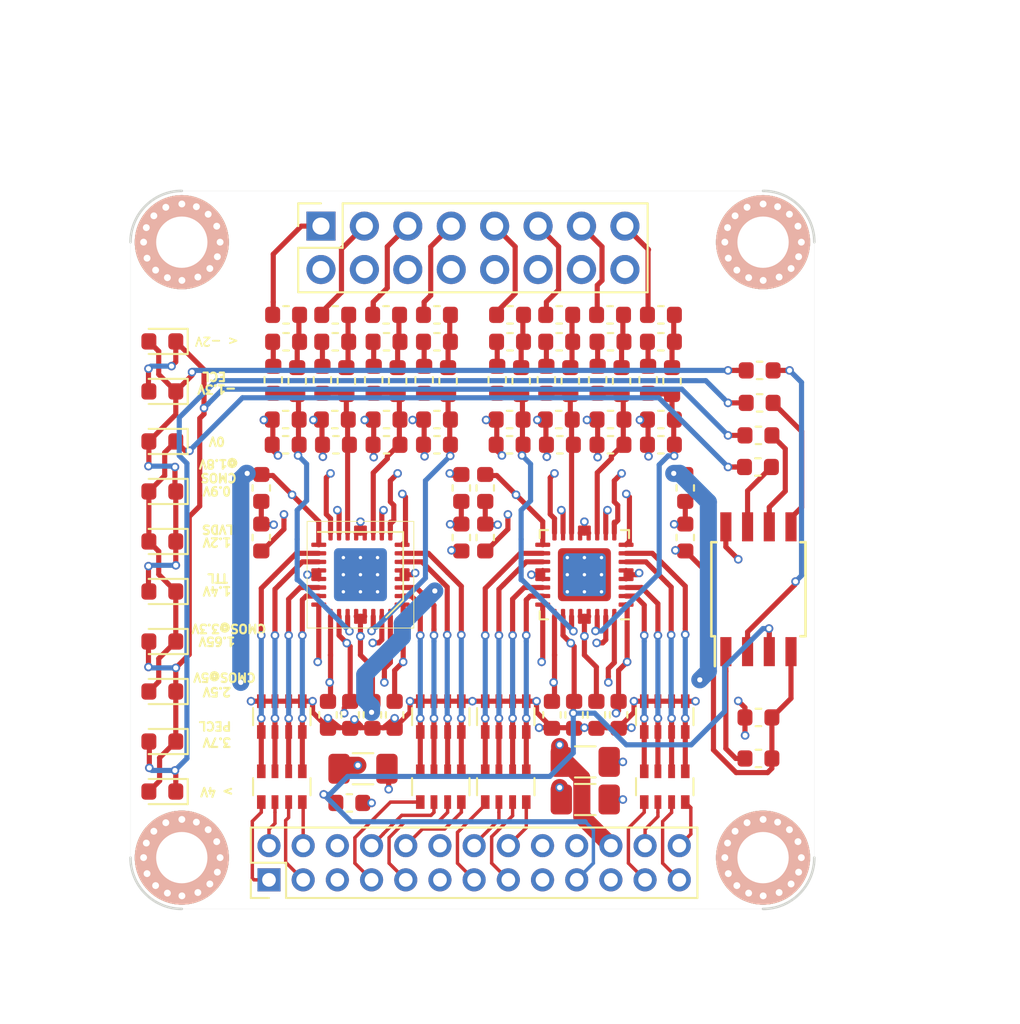
<source format=kicad_pcb>
(kicad_pcb (version 20171130) (host pcbnew 5.0.2-bee76a0~70~ubuntu18.04.1)
  (layers (0 F.Cu signal) (1 2_Ground power) (2 3_Misc mixed) (31 B.Cu signal) (34 B.Paste user) (35 F.Paste user) (36 B.SilkS user) (37 F.SilkS user) (38 B.Mask user) (39 F.Mask user) (44 Edge.Cuts user))
  (net 0 "")
  (net 1 +4V)
  (net 2 GND)
  (net 3 +2V5)
  (net 4 -2V5)
  (net 5 "Net-(C201-Pad1)")
  (net 6 "Net-(C201-Pad2)")
  (net 7 "Net-(C202-Pad2)")
  (net 8 "Net-(C202-Pad1)")
  (net 9 "Net-(C213-Pad2)")
  (net 10 "Net-(C213-Pad1)")
  (net 11 "Net-(C214-Pad2)")
  (net 12 "Net-(C214-Pad1)")
  (net 13 "Net-(C401-Pad1)")
  (net 14 "Net-(C401-Pad2)")
  (net 15 "Net-(C402-Pad1)")
  (net 16 "Net-(C402-Pad2)")
  (net 17 "Net-(C413-Pad1)")
  (net 18 "Net-(C413-Pad2)")
  (net 19 "Net-(C414-Pad1)")
  (net 20 "Net-(C414-Pad2)")
  (net 21 "/Ch 4-7/A-")
  (net 22 "/Ch 4-7/A+")
  (net 23 "/Ch 4-7/B+")
  (net 24 "/Ch 4-7/B-")
  (net 25 "/Ch 4-7/C-")
  (net 26 "/Ch 4-7/C+")
  (net 27 "/Ch 4-7/D+")
  (net 28 "/Ch 4-7/D-")
  (net 29 "/Ch 0-3/D-")
  (net 30 "/Ch 0-3/D+")
  (net 31 "/Ch 0-3/C+")
  (net 32 "/Ch 0-3/C-")
  (net 33 "/Ch 0-3/B-")
  (net 34 "/Ch 0-3/B+")
  (net 35 "/Ch 0-3/A+")
  (net 36 "/Ch 0-3/A-")
  (net 37 D0-)
  (net 38 D0+)
  (net 39 D1-)
  (net 40 D1+)
  (net 41 D2-)
  (net 42 D2+)
  (net 43 D3-)
  (net 44 D3+)
  (net 45 D4-)
  (net 46 D4+)
  (net 47 D5-)
  (net 48 D5+)
  (net 49 D6-)
  (net 50 D6+)
  (net 51 D7-)
  (net 52 D7+)
  (net 53 In0)
  (net 54 In1)
  (net 55 In2)
  (net 56 In3)
  (net 57 In4)
  (net 58 In5)
  (net 59 In6)
  (net 60 In7)
  (net 61 "Net-(R201-Pad1)")
  (net 62 "Net-(R202-Pad1)")
  (net 63 "Net-(R209-Pad1)")
  (net 64 "Net-(R210-Pad1)")
  (net 65 "Net-(R401-Pad1)")
  (net 66 "Net-(R402-Pad1)")
  (net 67 "Net-(R409-Pad1)")
  (net 68 "Net-(R410-Pad1)")
  (net 69 Vref)
  (net 70 "Net-(D401-Pad2)")
  (net 71 "Net-(D401-Pad1)")
  (net 72 "Net-(D403-Pad2)")
  (net 73 "Net-(D405-Pad2)")
  (net 74 "Net-(R417-Pad1)")
  (net 75 "Net-(R418-Pad2)")
  (net 76 "Net-(R419-Pad2)")
  (net 77 "Net-(R420-Pad2)")
  (net 78 "Net-(R421-Pad2)")
  (module Package_SO:SOIJ-8_5.3x5.3mm_P1.27mm (layer F.Cu) (at 81.73 168.3 90)
    (fp_text reference U401 hide)
    (fp_text value ATtiny85-20SU hide)
    (pad 1 smd rect (at -3.65 -1.905 90) (size 1.7 0.65) (layers F.Cu F.Paste F.Mask) (net 74 "Net-(R417-Pad1)"))
    (pad 2 smd rect (at -3.65 -0.635 90) (size 1.7 0.65) (layers F.Cu F.Paste F.Mask) (net 78 "Net-(R421-Pad2)"))
    (pad 3 smd rect (at -3.65 0.635 90) (size 1.7 0.65) (layers F.Cu F.Paste F.Mask) (net 69 Vref))
    (pad 4 smd rect (at -3.65 1.905 90) (size 1.7 0.65) (layers F.Cu F.Paste F.Mask) (net 4 -2V5))
    (pad 5 smd rect (at 3.65 1.905 90) (size 1.7 0.65) (layers F.Cu F.Paste F.Mask) (net 75 "Net-(R418-Pad2)"))
    (pad 6 smd rect (at 3.65 0.635 90) (size 1.7 0.65) (layers F.Cu F.Paste F.Mask) (net 76 "Net-(R419-Pad2)"))
    (pad 7 smd rect (at 3.65 -0.635 90) (size 1.7 0.65) (layers F.Cu F.Paste F.Mask) (net 77 "Net-(R420-Pad2)"))
    (pad 8 smd rect (at 3.65 -1.905 90) (size 1.7 0.65) (layers F.Cu F.Paste F.Mask) (net 3 +2V5))
  )
  (module Package_DFN_QFN:QFN-32-1EP_5x5mm_P0.5mm_EP3.1x3.1mm_ThermalVias (layer F.Cu) (at 71.55 167.45 180)
    (fp_text reference IC201 hide)
    (fp_text value lmh7324 hide)
    (pad 33 smd roundrect (at 0 0 180) (size 3.1 3.1) (layers F.Cu F.Mask) (roundrect_rratio 0.08064499999999999) (net 2 GND))
    (pad 33 thru_hole circle (at -1 -1 180) (size 0.5 0.5) (drill 0.2) (layers *.Cu) (net 2 GND))
    (pad 33 thru_hole circle (at 0 -1 180) (size 0.5 0.5) (drill 0.2) (layers *.Cu) (net 2 GND))
    (pad 33 thru_hole circle (at 1 -1 180) (size 0.5 0.5) (drill 0.2) (layers *.Cu) (net 2 GND))
    (pad 33 thru_hole circle (at -1 0 180) (size 0.5 0.5) (drill 0.2) (layers *.Cu) (net 2 GND))
    (pad 33 thru_hole circle (at 0 0 180) (size 0.5 0.5) (drill 0.2) (layers *.Cu) (net 2 GND))
    (pad 33 thru_hole circle (at 1 0 180) (size 0.5 0.5) (drill 0.2) (layers *.Cu) (net 2 GND))
    (pad 33 thru_hole circle (at -1 1 180) (size 0.5 0.5) (drill 0.2) (layers *.Cu) (net 2 GND))
    (pad 33 thru_hole circle (at 0 1 180) (size 0.5 0.5) (drill 0.2) (layers *.Cu) (net 2 GND))
    (pad 33 thru_hole circle (at 1 1 180) (size 0.5 0.5) (drill 0.2) (layers *.Cu) (net 2 GND))
    (pad 33 smd roundrect (at 0 0 180) (size 2.5 2.5) (layers B.Cu) (roundrect_rratio 0.1) (net 2 GND))
    (pad 1 smd roundrect (at -2.4375 -1.75 180) (size 0.875 0.25) (layers F.Cu F.Paste F.Mask) (net 3 +2V5))
    (pad 2 smd roundrect (at -2.4375 -1.25 180) (size 0.875 0.25) (layers F.Cu F.Paste F.Mask) (net 28 "/Ch 4-7/D-"))
    (pad 3 smd roundrect (at -2.4375 -0.75 180) (size 0.875 0.25) (layers F.Cu F.Paste F.Mask) (net 27 "/Ch 4-7/D+"))
    (pad 4 smd roundrect (at -2.4375 -0.25 180) (size 0.875 0.25) (layers F.Cu F.Paste F.Mask) (net 4 -2V5))
    (pad 5 smd roundrect (at -2.4375 0.25 180) (size 0.875 0.25) (layers F.Cu F.Paste F.Mask) (net 4 -2V5))
    (pad 6 smd roundrect (at -2.4375 0.75 180) (size 0.875 0.25) (layers F.Cu F.Paste F.Mask) (net 26 "/Ch 4-7/C+"))
    (pad 7 smd roundrect (at -2.4375 1.25 180) (size 0.875 0.25) (layers F.Cu F.Paste F.Mask) (net 25 "/Ch 4-7/C-"))
    (pad 8 smd roundrect (at -2.4375 1.75 180) (size 0.875 0.25) (layers F.Cu F.Paste F.Mask) (net 3 +2V5))
    (pad 9 smd roundrect (at -1.75 2.4375 180) (size 0.25 0.875) (layers F.Cu F.Paste F.Mask) (net 1 +4V))
    (pad 10 smd roundrect (at -1.25 2.4375 180) (size 0.25 0.875) (layers F.Cu F.Paste F.Mask) (net 69 Vref))
    (pad 11 smd roundrect (at -0.75 2.4375 180) (size 0.25 0.875) (layers F.Cu F.Paste F.Mask) (net 10 "Net-(C213-Pad1)"))
    (pad 12 smd roundrect (at -0.25 2.4375 180) (size 0.25 0.875) (layers F.Cu F.Paste F.Mask) (net 4 -2V5))
    (pad 13 smd roundrect (at 0.25 2.4375 180) (size 0.25 0.875) (layers F.Cu F.Paste F.Mask) (net 4 -2V5))
    (pad 14 smd roundrect (at 0.75 2.4375 180) (size 0.25 0.875) (layers F.Cu F.Paste F.Mask) (net 8 "Net-(C202-Pad1)"))
    (pad 15 smd roundrect (at 1.25 2.4375 180) (size 0.25 0.875) (layers F.Cu F.Paste F.Mask) (net 69 Vref))
    (pad 16 smd roundrect (at 1.75 2.4375 180) (size 0.25 0.875) (layers F.Cu F.Paste F.Mask) (net 1 +4V))
    (pad 17 smd roundrect (at 2.4375 1.75 180) (size 0.875 0.25) (layers F.Cu F.Paste F.Mask) (net 3 +2V5))
    (pad 18 smd roundrect (at 2.4375 1.25 180) (size 0.875 0.25) (layers F.Cu F.Paste F.Mask) (net 24 "/Ch 4-7/B-"))
    (pad 19 smd roundrect (at 2.4375 0.75 180) (size 0.875 0.25) (layers F.Cu F.Paste F.Mask) (net 23 "/Ch 4-7/B+"))
    (pad 20 smd roundrect (at 2.4375 0.25 180) (size 0.875 0.25) (layers F.Cu F.Paste F.Mask) (net 4 -2V5))
    (pad 21 smd roundrect (at 2.4375 -0.25 180) (size 0.875 0.25) (layers F.Cu F.Paste F.Mask) (net 4 -2V5))
    (pad 22 smd roundrect (at 2.4375 -0.75 180) (size 0.875 0.25) (layers F.Cu F.Paste F.Mask) (net 22 "/Ch 4-7/A+"))
    (pad 23 smd roundrect (at 2.4375 -1.25 180) (size 0.875 0.25) (layers F.Cu F.Paste F.Mask) (net 21 "/Ch 4-7/A-"))
    (pad 24 smd roundrect (at 2.4375 -1.75 180) (size 0.875 0.25) (layers F.Cu F.Paste F.Mask) (net 3 +2V5))
    (pad 25 smd roundrect (at 1.75 -2.4375 180) (size 0.25 0.875) (layers F.Cu F.Paste F.Mask) (net 1 +4V))
    (pad 26 smd roundrect (at 1.25 -2.4375 180) (size 0.25 0.875) (layers F.Cu F.Paste F.Mask) (net 69 Vref))
    (pad 27 smd roundrect (at 0.75 -2.4375 180) (size 0.25 0.875) (layers F.Cu F.Paste F.Mask) (net 5 "Net-(C201-Pad1)"))
    (pad 28 smd roundrect (at 0.25 -2.4375 180) (size 0.25 0.875) (layers F.Cu F.Paste F.Mask) (net 4 -2V5))
    (pad 29 smd roundrect (at -0.25 -2.4375 180) (size 0.25 0.875) (layers F.Cu F.Paste F.Mask) (net 4 -2V5))
    (pad 30 smd roundrect (at -0.75 -2.4375 180) (size 0.25 0.875) (layers F.Cu F.Paste F.Mask) (net 12 "Net-(C214-Pad1)"))
    (pad 31 smd roundrect (at -1.25 -2.4375 180) (size 0.25 0.875) (layers F.Cu F.Paste F.Mask) (net 69 Vref))
    (pad 32 smd roundrect (at -1.75 -2.4375 180) (size 0.25 0.875) (layers F.Cu F.Paste F.Mask) (net 1 +4V))
  )
  (module Package_DFN_QFN:QFN-32-1EP_5x5mm_P0.5mm_EP3.1x3.1mm_ThermalVias (layer F.Cu) (at 58.45 167.45 180)
    (fp_text reference IC401 hide)
    (fp_text value lmh7324 hide)
    (pad 32 smd roundrect (at -1.75 -2.4375 180) (size 0.25 0.875) (layers F.Cu F.Paste F.Mask) (net 1 +4V))
    (pad 31 smd roundrect (at -1.25 -2.4375 180) (size 0.25 0.875) (layers F.Cu F.Paste F.Mask) (net 69 Vref))
    (pad 30 smd roundrect (at -0.75 -2.4375 180) (size 0.25 0.875) (layers F.Cu F.Paste F.Mask) (net 19 "Net-(C414-Pad1)"))
    (pad 29 smd roundrect (at -0.25 -2.4375 180) (size 0.25 0.875) (layers F.Cu F.Paste F.Mask) (net 4 -2V5))
    (pad 28 smd roundrect (at 0.25 -2.4375 180) (size 0.25 0.875) (layers F.Cu F.Paste F.Mask) (net 4 -2V5))
    (pad 27 smd roundrect (at 0.75 -2.4375 180) (size 0.25 0.875) (layers F.Cu F.Paste F.Mask) (net 13 "Net-(C401-Pad1)"))
    (pad 26 smd roundrect (at 1.25 -2.4375 180) (size 0.25 0.875) (layers F.Cu F.Paste F.Mask) (net 69 Vref))
    (pad 25 smd roundrect (at 1.75 -2.4375 180) (size 0.25 0.875) (layers F.Cu F.Paste F.Mask) (net 1 +4V))
    (pad 24 smd roundrect (at 2.4375 -1.75 180) (size 0.875 0.25) (layers F.Cu F.Paste F.Mask) (net 3 +2V5))
    (pad 23 smd roundrect (at 2.4375 -1.25 180) (size 0.875 0.25) (layers F.Cu F.Paste F.Mask) (net 36 "/Ch 0-3/A-"))
    (pad 22 smd roundrect (at 2.4375 -0.75 180) (size 0.875 0.25) (layers F.Cu F.Paste F.Mask) (net 35 "/Ch 0-3/A+"))
    (pad 21 smd roundrect (at 2.4375 -0.25 180) (size 0.875 0.25) (layers F.Cu F.Paste F.Mask) (net 4 -2V5))
    (pad 20 smd roundrect (at 2.4375 0.25 180) (size 0.875 0.25) (layers F.Cu F.Paste F.Mask) (net 4 -2V5))
    (pad 19 smd roundrect (at 2.4375 0.75 180) (size 0.875 0.25) (layers F.Cu F.Paste F.Mask) (net 34 "/Ch 0-3/B+"))
    (pad 18 smd roundrect (at 2.4375 1.25 180) (size 0.875 0.25) (layers F.Cu F.Paste F.Mask) (net 33 "/Ch 0-3/B-"))
    (pad 17 smd roundrect (at 2.4375 1.75 180) (size 0.875 0.25) (layers F.Cu F.Paste F.Mask) (net 3 +2V5))
    (pad 16 smd roundrect (at 1.75 2.4375 180) (size 0.25 0.875) (layers F.Cu F.Paste F.Mask) (net 1 +4V))
    (pad 15 smd roundrect (at 1.25 2.4375 180) (size 0.25 0.875) (layers F.Cu F.Paste F.Mask) (net 69 Vref))
    (pad 14 smd roundrect (at 0.75 2.4375 180) (size 0.25 0.875) (layers F.Cu F.Paste F.Mask) (net 15 "Net-(C402-Pad1)"))
    (pad 13 smd roundrect (at 0.25 2.4375 180) (size 0.25 0.875) (layers F.Cu F.Paste F.Mask) (net 4 -2V5))
    (pad 12 smd roundrect (at -0.25 2.4375 180) (size 0.25 0.875) (layers F.Cu F.Paste F.Mask) (net 4 -2V5))
    (pad 11 smd roundrect (at -0.75 2.4375 180) (size 0.25 0.875) (layers F.Cu F.Paste F.Mask) (net 17 "Net-(C413-Pad1)"))
    (pad 10 smd roundrect (at -1.25 2.4375 180) (size 0.25 0.875) (layers F.Cu F.Paste F.Mask) (net 69 Vref))
    (pad 9 smd roundrect (at -1.75 2.4375 180) (size 0.25 0.875) (layers F.Cu F.Paste F.Mask) (net 1 +4V))
    (pad 8 smd roundrect (at -2.4375 1.75 180) (size 0.875 0.25) (layers F.Cu F.Paste F.Mask) (net 3 +2V5))
    (pad 7 smd roundrect (at -2.4375 1.25 180) (size 0.875 0.25) (layers F.Cu F.Paste F.Mask) (net 32 "/Ch 0-3/C-"))
    (pad 6 smd roundrect (at -2.4375 0.75 180) (size 0.875 0.25) (layers F.Cu F.Paste F.Mask) (net 31 "/Ch 0-3/C+"))
    (pad 5 smd roundrect (at -2.4375 0.25 180) (size 0.875 0.25) (layers F.Cu F.Paste F.Mask) (net 4 -2V5))
    (pad 4 smd roundrect (at -2.4375 -0.25 180) (size 0.875 0.25) (layers F.Cu F.Paste F.Mask) (net 4 -2V5))
    (pad 3 smd roundrect (at -2.4375 -0.75 180) (size 0.875 0.25) (layers F.Cu F.Paste F.Mask) (net 30 "/Ch 0-3/D+"))
    (pad 2 smd roundrect (at -2.4375 -1.25 180) (size 0.875 0.25) (layers F.Cu F.Paste F.Mask) (net 29 "/Ch 0-3/D-"))
    (pad 1 smd roundrect (at -2.4375 -1.75 180) (size 0.875 0.25) (layers F.Cu F.Paste F.Mask) (net 3 +2V5))
    (pad 33 smd roundrect (at 0 0 180) (size 2.5 2.5) (layers F.Cu F.Mask) (roundrect_rratio 0.1) (net 2 GND))
    (pad 33 thru_hole circle (at -1 -1 180) (size 0.5 0.5) (drill 0.2) (layers *.Cu) (net 2 GND))
    (pad 33 thru_hole circle (at 0 -1 180) (size 0.5 0.5) (drill 0.2) (layers *.Cu) (net 2 GND))
    (pad 33 thru_hole circle (at 1 -1 180) (size 0.5 0.5) (drill 0.2) (layers *.Cu) (net 2 GND))
    (pad 33 thru_hole circle (at -1 0 180) (size 0.5 0.5) (drill 0.2) (layers *.Cu) (net 2 GND))
    (pad 33 thru_hole circle (at 0 0 180) (size 0.5 0.5) (drill 0.2) (layers *.Cu) (net 2 GND))
    (pad 33 thru_hole circle (at 1 0 180) (size 0.5 0.5) (drill 0.2) (layers *.Cu) (net 2 GND))
    (pad 33 thru_hole circle (at -1 1 180) (size 0.5 0.5) (drill 0.2) (layers *.Cu) (net 2 GND))
    (pad 33 thru_hole circle (at 0 1 180) (size 0.5 0.5) (drill 0.2) (layers *.Cu) (net 2 GND))
    (pad 33 thru_hole circle (at 1 1 180) (size 0.5 0.5) (drill 0.2) (layers *.Cu) (net 2 GND))
    (pad 33 smd roundrect (at 0 0 180) (size 3.1 3.1) (layers B.Cu) (roundrect_rratio 0.08064499999999999) (net 2 GND))
  )
  (module Connector_PinSocket_2.54mm:PinSocket_2x08_P2.54mm_Vertical (layer F.Cu) (at 56.14 147.06 90)
    (fp_text reference J102 hide)
    (fp_text value in hide)
    (pad 1 thru_hole rect (at 0 0 90) (size 1.7 1.7) (drill 1) (layers *.Cu *.Mask) (net 53 In0))
    (pad 2 thru_hole oval (at -2.54 0 90) (size 1.7 1.7) (drill 1) (layers *.Cu *.Mask) (net 2 GND))
    (pad 3 thru_hole oval (at 0 2.54 90) (size 1.7 1.7) (drill 1) (layers *.Cu *.Mask) (net 54 In1))
    (pad 4 thru_hole oval (at -2.54 2.54 90) (size 1.7 1.7) (drill 1) (layers *.Cu *.Mask) (net 2 GND))
    (pad 5 thru_hole oval (at 0 5.08 90) (size 1.7 1.7) (drill 1) (layers *.Cu *.Mask) (net 55 In2))
    (pad 6 thru_hole oval (at -2.54 5.08 90) (size 1.7 1.7) (drill 1) (layers *.Cu *.Mask) (net 2 GND))
    (pad 7 thru_hole oval (at 0 7.62 90) (size 1.7 1.7) (drill 1) (layers *.Cu *.Mask) (net 56 In3))
    (pad 8 thru_hole oval (at -2.54 7.62 90) (size 1.7 1.7) (drill 1) (layers *.Cu *.Mask) (net 2 GND))
    (pad 9 thru_hole oval (at 0 10.16 90) (size 1.7 1.7) (drill 1) (layers *.Cu *.Mask) (net 57 In4))
    (pad 10 thru_hole oval (at -2.54 10.16 90) (size 1.7 1.7) (drill 1) (layers *.Cu *.Mask) (net 2 GND))
    (pad 11 thru_hole oval (at 0 12.7 90) (size 1.7 1.7) (drill 1) (layers *.Cu *.Mask) (net 58 In5))
    (pad 12 thru_hole oval (at -2.54 12.7 90) (size 1.7 1.7) (drill 1) (layers *.Cu *.Mask) (net 2 GND))
    (pad 13 thru_hole oval (at 0 15.24 90) (size 1.7 1.7) (drill 1) (layers *.Cu *.Mask) (net 59 In6))
    (pad 14 thru_hole oval (at -2.54 15.24 90) (size 1.7 1.7) (drill 1) (layers *.Cu *.Mask) (net 2 GND))
    (pad 15 thru_hole oval (at 0 17.78 90) (size 1.7 1.7) (drill 1) (layers *.Cu *.Mask) (net 60 In7))
    (pad 16 thru_hole oval (at -2.54 17.78 90) (size 1.7 1.7) (drill 1) (layers *.Cu *.Mask) (net 2 GND))
  )
  (module Connector_PinHeader_2.00mm:PinHeader_2x13_P2.00mm_Vertical (layer F.Cu) (at 53.1 185.3 90)
    (fp_text reference J101 hide)
    (fp_text value out hide)
    (pad 1 thru_hole rect (at 0 0 90) (size 1.35 1.35) (drill 0.8) (layers *.Cu *.Mask) (net 39 D1-))
    (pad 2 thru_hole oval (at 2 0 90) (size 1.35 1.35) (drill 0.8) (layers *.Cu *.Mask) (net 40 D1+))
    (pad 3 thru_hole oval (at 0 2 90) (size 1.35 1.35) (drill 0.8) (layers *.Cu *.Mask) (net 38 D0+))
    (pad 4 thru_hole oval (at 2 2 90) (size 1.35 1.35) (drill 0.8) (layers *.Cu *.Mask) (net 37 D0-))
    (pad 5 thru_hole oval (at 0 4 90) (size 1.35 1.35) (drill 0.8) (layers *.Cu *.Mask) (net 2 GND))
    (pad 6 thru_hole oval (at 2 4 90) (size 1.35 1.35) (drill 0.8) (layers *.Cu *.Mask) (net 2 GND))
    (pad 7 thru_hole oval (at 0 6 90) (size 1.35 1.35) (drill 0.8) (layers *.Cu *.Mask) (net 43 D3-))
    (pad 8 thru_hole oval (at 2 6 90) (size 1.35 1.35) (drill 0.8) (layers *.Cu *.Mask) (net 44 D3+))
    (pad 9 thru_hole oval (at 0 8 90) (size 1.35 1.35) (drill 0.8) (layers *.Cu *.Mask) (net 42 D2+))
    (pad 10 thru_hole oval (at 2 8 90) (size 1.35 1.35) (drill 0.8) (layers *.Cu *.Mask) (net 41 D2-))
    (pad 11 thru_hole oval (at 0 10 90) (size 1.35 1.35) (drill 0.8) (layers *.Cu *.Mask) (net 2 GND))
    (pad 12 thru_hole oval (at 2 10 90) (size 1.35 1.35) (drill 0.8) (layers *.Cu *.Mask) (net 2 GND))
    (pad 13 thru_hole oval (at 0 12 90) (size 1.35 1.35) (drill 0.8) (layers *.Cu *.Mask) (net 47 D5-))
    (pad 14 thru_hole oval (at 2 12 90) (size 1.35 1.35) (drill 0.8) (layers *.Cu *.Mask) (net 48 D5+))
    (pad 15 thru_hole oval (at 0 14 90) (size 1.35 1.35) (drill 0.8) (layers *.Cu *.Mask) (net 46 D4+))
    (pad 16 thru_hole oval (at 2 14 90) (size 1.35 1.35) (drill 0.8) (layers *.Cu *.Mask) (net 45 D4-))
    (pad 17 thru_hole oval (at 0 16 90) (size 1.35 1.35) (drill 0.8) (layers *.Cu *.Mask) (net 2 GND))
    (pad 18 thru_hole oval (at 2 16 90) (size 1.35 1.35) (drill 0.8) (layers *.Cu *.Mask) (net 4 -2V5))
    (pad 19 thru_hole oval (at 0 18 90) (size 1.35 1.35) (drill 0.8) (layers *.Cu *.Mask) (net 69 Vref))
    (pad 20 thru_hole oval (at 2 18 90) (size 1.35 1.35) (drill 0.8) (layers *.Cu *.Mask) (net 3 +2V5))
    (pad 21 thru_hole oval (at 0 20 90) (size 1.35 1.35) (drill 0.8) (layers *.Cu *.Mask) (net 2 GND))
    (pad 22 thru_hole oval (at 2 20 90) (size 1.35 1.35) (drill 0.8) (layers *.Cu *.Mask) (net 1 +4V))
    (pad 23 thru_hole oval (at 0 22 90) (size 1.35 1.35) (drill 0.8) (layers *.Cu *.Mask) (net 51 D7-))
    (pad 24 thru_hole oval (at 2 22 90) (size 1.35 1.35) (drill 0.8) (layers *.Cu *.Mask) (net 52 D7+))
    (pad 25 thru_hole oval (at 0 24 90) (size 1.35 1.35) (drill 0.8) (layers *.Cu *.Mask) (net 50 D6+))
    (pad 26 thru_hole oval (at 2 24 90) (size 1.35 1.35) (drill 0.8) (layers *.Cu *.Mask) (net 49 D6-))
  )
  (module projectdir:3mm (layer F.Cu) (at 82 148)
    (fp_text reference J103 hide)
    (fp_text value 3mm hide)
    (pad 1 thru_hole circle (at -2.032796 0.93518) (size 0.5 0.5) (drill 0.4) (layers *.Cu *.SilkS *.Mask) (net 2 GND))
    (pad 1 thru_hole circle (at -1.532796 1.63518) (size 0.5 0.5) (drill 0.4) (layers *.Cu *.SilkS *.Mask) (net 2 GND))
    (pad 1 thru_hole circle (at -0.842796 2.07518) (size 0.5 0.5) (drill 0.4) (layers *.Cu *.SilkS *.Mask) (net 2 GND))
    (pad 1 thru_hole circle (at 0.007204 2.23518) (size 0.5 0.5) (drill 0.4) (layers *.Cu *.SilkS *.Mask) (net 2 GND))
    (pad 1 thru_hole circle (at -0.93518 -2.042796 270) (size 0.5 0.5) (drill 0.4) (layers *.Cu *.SilkS *.Mask) (net 2 GND))
    (pad 1 thru_hole circle (at -1.63518 -1.542796 270) (size 0.5 0.5) (drill 0.4) (layers *.Cu *.SilkS *.Mask) (net 2 GND))
    (pad 1 thru_hole circle (at -2.07518 -0.852796 270) (size 0.5 0.5) (drill 0.4) (layers *.Cu *.SilkS *.Mask) (net 2 GND))
    (pad 1 thru_hole circle (at -2.23518 -0.002796 270) (size 0.5 0.5) (drill 0.4) (layers *.Cu *.SilkS *.Mask) (net 2 GND))
    (pad 1 thru_hole circle (at 2.042796 -0.93518 180) (size 0.5 0.5) (drill 0.4) (layers *.Cu *.SilkS *.Mask) (net 2 GND))
    (pad 1 thru_hole circle (at 1.542796 -1.63518 180) (size 0.5 0.5) (drill 0.4) (layers *.Cu *.SilkS *.Mask) (net 2 GND))
    (pad 1 thru_hole circle (at 0.852796 -2.07518 180) (size 0.5 0.5) (drill 0.4) (layers *.Cu *.SilkS *.Mask) (net 2 GND))
    (pad 1 thru_hole circle (at 0.002796 -2.23518 180) (size 0.5 0.5) (drill 0.4) (layers *.Cu *.SilkS *.Mask) (net 2 GND))
    (pad 1 thru_hole circle (at 1.64 1.54 90) (size 0.5 0.5) (drill 0.4) (layers *.Cu *.SilkS *.Mask) (net 2 GND))
    (pad 1 thru_hole circle (at 2.08 0.85 90) (size 0.5 0.5) (drill 0.4) (layers *.Cu *.SilkS *.Mask) (net 2 GND))
    (pad 1 thru_hole circle (at 0.94 2.04 90) (size 0.5 0.5) (drill 0.4) (layers *.Cu *.SilkS *.Mask) (net 2 GND))
    (pad 1 thru_hole circle (at 2.24 0 90) (size 0.5 0.5) (drill 0.4) (layers *.Cu *.SilkS *.Mask) (net 2 GND))
    (pad 1 thru_hole circle (at 0 0 90) (size 5.5 5.5) (drill 3) (layers *.Cu *.SilkS *.Mask) (net 2 GND))
  )
  (module projectdir:3mm (layer F.Cu) (at 48 184)
    (fp_text reference J104 hide)
    (fp_text value 3mm hide)
    (pad 1 thru_hole circle (at 0 0 90) (size 5.5 5.5) (drill 3) (layers *.Cu *.SilkS *.Mask) (net 2 GND))
    (pad 1 thru_hole circle (at 2.24 0 90) (size 0.5 0.5) (drill 0.4) (layers *.Cu *.SilkS *.Mask) (net 2 GND))
    (pad 1 thru_hole circle (at 0.94 2.04 90) (size 0.5 0.5) (drill 0.4) (layers *.Cu *.SilkS *.Mask) (net 2 GND))
    (pad 1 thru_hole circle (at 2.08 0.85 90) (size 0.5 0.5) (drill 0.4) (layers *.Cu *.SilkS *.Mask) (net 2 GND))
    (pad 1 thru_hole circle (at 1.64 1.54 90) (size 0.5 0.5) (drill 0.4) (layers *.Cu *.SilkS *.Mask) (net 2 GND))
    (pad 1 thru_hole circle (at 0.002796 -2.23518 180) (size 0.5 0.5) (drill 0.4) (layers *.Cu *.SilkS *.Mask) (net 2 GND))
    (pad 1 thru_hole circle (at 0.852796 -2.07518 180) (size 0.5 0.5) (drill 0.4) (layers *.Cu *.SilkS *.Mask) (net 2 GND))
    (pad 1 thru_hole circle (at 1.542796 -1.63518 180) (size 0.5 0.5) (drill 0.4) (layers *.Cu *.SilkS *.Mask) (net 2 GND))
    (pad 1 thru_hole circle (at 2.042796 -0.93518 180) (size 0.5 0.5) (drill 0.4) (layers *.Cu *.SilkS *.Mask) (net 2 GND))
    (pad 1 thru_hole circle (at -2.23518 -0.002796 270) (size 0.5 0.5) (drill 0.4) (layers *.Cu *.SilkS *.Mask) (net 2 GND))
    (pad 1 thru_hole circle (at -2.07518 -0.852796 270) (size 0.5 0.5) (drill 0.4) (layers *.Cu *.SilkS *.Mask) (net 2 GND))
    (pad 1 thru_hole circle (at -1.63518 -1.542796 270) (size 0.5 0.5) (drill 0.4) (layers *.Cu *.SilkS *.Mask) (net 2 GND))
    (pad 1 thru_hole circle (at -0.93518 -2.042796 270) (size 0.5 0.5) (drill 0.4) (layers *.Cu *.SilkS *.Mask) (net 2 GND))
    (pad 1 thru_hole circle (at 0.007204 2.23518) (size 0.5 0.5) (drill 0.4) (layers *.Cu *.SilkS *.Mask) (net 2 GND))
    (pad 1 thru_hole circle (at -0.842796 2.07518) (size 0.5 0.5) (drill 0.4) (layers *.Cu *.SilkS *.Mask) (net 2 GND))
    (pad 1 thru_hole circle (at -1.532796 1.63518) (size 0.5 0.5) (drill 0.4) (layers *.Cu *.SilkS *.Mask) (net 2 GND))
    (pad 1 thru_hole circle (at -2.032796 0.93518) (size 0.5 0.5) (drill 0.4) (layers *.Cu *.SilkS *.Mask) (net 2 GND))
  )
  (module projectdir:3mm (layer F.Cu) (at 48 148)
    (fp_text reference J105 hide)
    (fp_text value 3mm hide)
    (pad 1 thru_hole circle (at -2.032796 0.93518) (size 0.5 0.5) (drill 0.4) (layers *.Cu *.SilkS *.Mask) (net 2 GND))
    (pad 1 thru_hole circle (at -1.532796 1.63518) (size 0.5 0.5) (drill 0.4) (layers *.Cu *.SilkS *.Mask) (net 2 GND))
    (pad 1 thru_hole circle (at -0.842796 2.07518) (size 0.5 0.5) (drill 0.4) (layers *.Cu *.SilkS *.Mask) (net 2 GND))
    (pad 1 thru_hole circle (at 0.007204 2.23518) (size 0.5 0.5) (drill 0.4) (layers *.Cu *.SilkS *.Mask) (net 2 GND))
    (pad 1 thru_hole circle (at -0.93518 -2.042796 270) (size 0.5 0.5) (drill 0.4) (layers *.Cu *.SilkS *.Mask) (net 2 GND))
    (pad 1 thru_hole circle (at -1.63518 -1.542796 270) (size 0.5 0.5) (drill 0.4) (layers *.Cu *.SilkS *.Mask) (net 2 GND))
    (pad 1 thru_hole circle (at -2.07518 -0.852796 270) (size 0.5 0.5) (drill 0.4) (layers *.Cu *.SilkS *.Mask) (net 2 GND))
    (pad 1 thru_hole circle (at -2.23518 -0.002796 270) (size 0.5 0.5) (drill 0.4) (layers *.Cu *.SilkS *.Mask) (net 2 GND))
    (pad 1 thru_hole circle (at 2.042796 -0.93518 180) (size 0.5 0.5) (drill 0.4) (layers *.Cu *.SilkS *.Mask) (net 2 GND))
    (pad 1 thru_hole circle (at 1.542796 -1.63518 180) (size 0.5 0.5) (drill 0.4) (layers *.Cu *.SilkS *.Mask) (net 2 GND))
    (pad 1 thru_hole circle (at 0.852796 -2.07518 180) (size 0.5 0.5) (drill 0.4) (layers *.Cu *.SilkS *.Mask) (net 2 GND))
    (pad 1 thru_hole circle (at 0.002796 -2.23518 180) (size 0.5 0.5) (drill 0.4) (layers *.Cu *.SilkS *.Mask) (net 2 GND))
    (pad 1 thru_hole circle (at 1.64 1.54 90) (size 0.5 0.5) (drill 0.4) (layers *.Cu *.SilkS *.Mask) (net 2 GND))
    (pad 1 thru_hole circle (at 2.08 0.85 90) (size 0.5 0.5) (drill 0.4) (layers *.Cu *.SilkS *.Mask) (net 2 GND))
    (pad 1 thru_hole circle (at 0.94 2.04 90) (size 0.5 0.5) (drill 0.4) (layers *.Cu *.SilkS *.Mask) (net 2 GND))
    (pad 1 thru_hole circle (at 2.24 0 90) (size 0.5 0.5) (drill 0.4) (layers *.Cu *.SilkS *.Mask) (net 2 GND))
    (pad 1 thru_hole circle (at 0 0 90) (size 5.5 5.5) (drill 3) (layers *.Cu *.SilkS *.Mask) (net 2 GND))
  )
  (module projectdir:3mm (layer F.Cu) (at 82 184)
    (fp_text reference J106 hide)
    (fp_text value 3mm hide)
    (pad 1 thru_hole circle (at 0 0 90) (size 5.5 5.5) (drill 3) (layers *.Cu *.SilkS *.Mask) (net 2 GND))
    (pad 1 thru_hole circle (at 2.24 0 90) (size 0.5 0.5) (drill 0.4) (layers *.Cu *.SilkS *.Mask) (net 2 GND))
    (pad 1 thru_hole circle (at 0.94 2.04 90) (size 0.5 0.5) (drill 0.4) (layers *.Cu *.SilkS *.Mask) (net 2 GND))
    (pad 1 thru_hole circle (at 2.08 0.85 90) (size 0.5 0.5) (drill 0.4) (layers *.Cu *.SilkS *.Mask) (net 2 GND))
    (pad 1 thru_hole circle (at 1.64 1.54 90) (size 0.5 0.5) (drill 0.4) (layers *.Cu *.SilkS *.Mask) (net 2 GND))
    (pad 1 thru_hole circle (at 0.002796 -2.23518 180) (size 0.5 0.5) (drill 0.4) (layers *.Cu *.SilkS *.Mask) (net 2 GND))
    (pad 1 thru_hole circle (at 0.852796 -2.07518 180) (size 0.5 0.5) (drill 0.4) (layers *.Cu *.SilkS *.Mask) (net 2 GND))
    (pad 1 thru_hole circle (at 1.542796 -1.63518 180) (size 0.5 0.5) (drill 0.4) (layers *.Cu *.SilkS *.Mask) (net 2 GND))
    (pad 1 thru_hole circle (at 2.042796 -0.93518 180) (size 0.5 0.5) (drill 0.4) (layers *.Cu *.SilkS *.Mask) (net 2 GND))
    (pad 1 thru_hole circle (at -2.23518 -0.002796 270) (size 0.5 0.5) (drill 0.4) (layers *.Cu *.SilkS *.Mask) (net 2 GND))
    (pad 1 thru_hole circle (at -2.07518 -0.852796 270) (size 0.5 0.5) (drill 0.4) (layers *.Cu *.SilkS *.Mask) (net 2 GND))
    (pad 1 thru_hole circle (at -1.63518 -1.542796 270) (size 0.5 0.5) (drill 0.4) (layers *.Cu *.SilkS *.Mask) (net 2 GND))
    (pad 1 thru_hole circle (at -0.93518 -2.042796 270) (size 0.5 0.5) (drill 0.4) (layers *.Cu *.SilkS *.Mask) (net 2 GND))
    (pad 1 thru_hole circle (at 0.007204 2.23518) (size 0.5 0.5) (drill 0.4) (layers *.Cu *.SilkS *.Mask) (net 2 GND))
    (pad 1 thru_hole circle (at -0.842796 2.07518) (size 0.5 0.5) (drill 0.4) (layers *.Cu *.SilkS *.Mask) (net 2 GND))
    (pad 1 thru_hole circle (at -1.532796 1.63518) (size 0.5 0.5) (drill 0.4) (layers *.Cu *.SilkS *.Mask) (net 2 GND))
    (pad 1 thru_hole circle (at -2.032796 0.93518) (size 0.5 0.5) (drill 0.4) (layers *.Cu *.SilkS *.Mask) (net 2 GND))
  )
  (module Capacitor_SMD:C_0603_1608Metric (layer F.Cu) (at 81.73 175.8)
    (fp_text reference C417 hide)
    (fp_text value 100n hide)
    (pad 1 smd roundrect (at -0.7875 0) (size 0.875 0.95) (layers F.Cu F.Paste F.Mask) (net 3 +2V5))
    (pad 2 smd roundrect (at 0.7875 0) (size 0.875 0.95) (layers F.Cu F.Paste F.Mask) (net 4 -2V5))
  )
  (module LED_SMD:LED_0603_1608Metric (layer F.Cu) (at 46.861713 180.134487 180)
    (fp_text reference D401 hide)
    (fp_text value "> 4V")
    (pad 2 smd roundrect (at 0.7875 0 180) (size 0.875 0.95) (layers F.Cu F.Paste F.Mask) (net 70 "Net-(D401-Pad2)"))
    (pad 1 smd roundrect (at -0.7875 0 180) (size 0.875 0.95) (layers F.Cu F.Paste F.Mask) (net 71 "Net-(D401-Pad1)"))
  )
  (module LED_SMD:LED_0603_1608Metric (layer F.Cu) (at 46.861713 177.208893 180)
    (fp_text reference D402 hide)
    (fp_text value "PECL 3.7V")
    (pad 1 smd roundrect (at -0.7875 0 180) (size 0.875 0.95) (layers F.Cu F.Paste F.Mask) (net 70 "Net-(D401-Pad2)"))
    (pad 2 smd roundrect (at 0.7875 0 180) (size 0.875 0.95) (layers F.Cu F.Paste F.Mask) (net 71 "Net-(D401-Pad1)"))
  )
  (module LED_SMD:LED_0603_1608Metric (layer F.Cu) (at 46.861713 174.283304 180)
    (fp_text reference D403 hide)
    (fp_text value "CMOS 5 2.5V")
    (pad 2 smd roundrect (at 0.7875 0 180) (size 0.875 0.95) (layers F.Cu F.Paste F.Mask) (net 72 "Net-(D403-Pad2)"))
    (pad 1 smd roundrect (at -0.7875 0 180) (size 0.875 0.95) (layers F.Cu F.Paste F.Mask) (net 70 "Net-(D401-Pad2)"))
  )
  (module LED_SMD:LED_0603_1608Metric (layer F.Cu) (at 46.861713 171.357715 180)
    (fp_text reference D404 hide)
    (fp_text value "CMOS 3.3 1.65V")
    (pad 1 smd roundrect (at -0.7875 0 180) (size 0.875 0.95) (layers F.Cu F.Paste F.Mask) (net 72 "Net-(D403-Pad2)"))
    (pad 2 smd roundrect (at 0.7875 0 180) (size 0.875 0.95) (layers F.Cu F.Paste F.Mask) (net 70 "Net-(D401-Pad2)"))
  )
  (module LED_SMD:LED_0603_1608Metric (layer F.Cu) (at 46.861713 168.432126 180)
    (fp_text reference D405 hide)
    (fp_text value "TTL 1.4V")
    (pad 2 smd roundrect (at 0.7875 0 180) (size 0.875 0.95) (layers F.Cu F.Paste F.Mask) (net 73 "Net-(D405-Pad2)"))
    (pad 1 smd roundrect (at -0.7875 0 180) (size 0.875 0.95) (layers F.Cu F.Paste F.Mask) (net 72 "Net-(D403-Pad2)"))
  )
  (module LED_SMD:LED_0603_1608Metric (layer F.Cu) (at 46.861713 165.506537 180)
    (fp_text reference D406 hide)
    (fp_text value "LVDS 1.2V")
    (pad 1 smd roundrect (at -0.7875 0 180) (size 0.875 0.95) (layers F.Cu F.Paste F.Mask) (net 73 "Net-(D405-Pad2)"))
    (pad 2 smd roundrect (at 0.7875 0 180) (size 0.875 0.95) (layers F.Cu F.Paste F.Mask) (net 72 "Net-(D403-Pad2)"))
  )
  (module LED_SMD:LED_0603_1608Metric (layer F.Cu) (at 46.861713 162.580948 180)
    (fp_text reference D407 hide)
    (fp_text value "CMOS 1.8 0.9V")
    (pad 2 smd roundrect (at 0.7875 0 180) (size 0.875 0.95) (layers F.Cu F.Paste F.Mask) (net 72 "Net-(D403-Pad2)"))
    (pad 1 smd roundrect (at -0.7875 0 180) (size 0.875 0.95) (layers F.Cu F.Paste F.Mask) (net 73 "Net-(D405-Pad2)"))
  )
  (module LED_SMD:LED_0603_1608Metric (layer F.Cu) (at 46.861713 159.655359 180)
    (fp_text reference D408 hide)
    (fp_text value 0V)
    (pad 1 smd roundrect (at -0.7875 0 180) (size 0.875 0.95) (layers F.Cu F.Paste F.Mask) (net 72 "Net-(D403-Pad2)"))
    (pad 2 smd roundrect (at 0.7875 0 180) (size 0.875 0.95) (layers F.Cu F.Paste F.Mask) (net 73 "Net-(D405-Pad2)"))
  )
  (module LED_SMD:LED_0603_1608Metric (layer F.Cu) (at 46.861713 156.72977 180)
    (fp_text reference D409 hide)
    (fp_text value "ECL -1.3V")
    (pad 1 smd roundrect (at -0.7875 0 180) (size 0.875 0.95) (layers F.Cu F.Paste F.Mask) (net 73 "Net-(D405-Pad2)"))
    (pad 2 smd roundrect (at 0.7875 0 180) (size 0.875 0.95) (layers F.Cu F.Paste F.Mask) (net 70 "Net-(D401-Pad2)"))
  )
  (module LED_SMD:LED_0603_1608Metric (layer F.Cu) (at 46.861713 153.804181 180)
    (fp_text reference D410 hide)
    (fp_text value "< -2V")
    (pad 2 smd roundrect (at 0.7875 0 180) (size 0.875 0.95) (layers F.Cu F.Paste F.Mask) (net 73 "Net-(D405-Pad2)"))
    (pad 1 smd roundrect (at -0.7875 0 180) (size 0.875 0.95) (layers F.Cu F.Paste F.Mask) (net 70 "Net-(D401-Pad2)"))
  )
  (module Resistor_SMD:R_0603_1608Metric (layer F.Cu) (at 81.73 178.2)
    (fp_text reference R417 hide)
    (fp_text value 10k hide)
    (pad 1 smd roundrect (at -0.7875 0) (size 0.875 0.95) (layers F.Cu F.Paste F.Mask) (net 74 "Net-(R417-Pad1)"))
    (pad 2 smd roundrect (at 0.7875 0) (size 0.875 0.95) (layers F.Cu F.Paste F.Mask) (net 4 -2V5))
  )
  (module Resistor_SMD:R_0603_1608Metric (layer F.Cu) (at 81.8 157.4)
    (fp_text reference R418 hide)
    (fp_text value 220 hide)
    (pad 1 smd roundrect (at -0.7875 0) (size 0.875 0.95) (layers F.Cu F.Paste F.Mask) (net 71 "Net-(D401-Pad1)"))
    (pad 2 smd roundrect (at 0.7875 0) (size 0.875 0.95) (layers F.Cu F.Paste F.Mask) (net 75 "Net-(R418-Pad2)"))
  )
  (module Resistor_SMD:R_0603_1608Metric (layer F.Cu) (at 81.73 159.3)
    (fp_text reference R419 hide)
    (fp_text value 220 hide)
    (pad 2 smd roundrect (at 0.7875 0) (size 0.875 0.95) (layers F.Cu F.Paste F.Mask) (net 76 "Net-(R419-Pad2)"))
    (pad 1 smd roundrect (at -0.7875 0) (size 0.875 0.95) (layers F.Cu F.Paste F.Mask) (net 70 "Net-(D401-Pad2)"))
  )
  (module Resistor_SMD:R_0603_1608Metric (layer F.Cu) (at 81.7 161.15)
    (fp_text reference R420 hide)
    (fp_text value 220 hide)
    (pad 1 smd roundrect (at -0.7875 0) (size 0.875 0.95) (layers F.Cu F.Paste F.Mask) (net 72 "Net-(D403-Pad2)"))
    (pad 2 smd roundrect (at 0.7875 0) (size 0.875 0.95) (layers F.Cu F.Paste F.Mask) (net 77 "Net-(R420-Pad2)"))
  )
  (module Resistor_SMD:R_0603_1608Metric (layer F.Cu) (at 81.8 155.5)
    (fp_text reference R421 hide)
    (fp_text value 220 hide)
    (pad 2 smd roundrect (at 0.7875 0) (size 0.875 0.95) (layers F.Cu F.Paste F.Mask) (net 78 "Net-(R421-Pad2)"))
    (pad 1 smd roundrect (at -0.7875 0) (size 0.875 0.95) (layers F.Cu F.Paste F.Mask) (net 73 "Net-(D405-Pad2)"))
  )
  (module Capacitor_SMD:C_1206_3216Metric (layer F.Cu) (at 71.6 178.4)
    (fp_text reference C101 hide)
    (fp_text value 10uF hide)
    (pad 1 smd roundrect (at -1.4 0) (size 1.25 1.75) (layers F.Cu F.Paste F.Mask) (roundrect_rratio 0.2) (net 1 +4V))
    (pad 2 smd roundrect (at 1.4 0) (size 1.25 1.75) (layers F.Cu F.Paste F.Mask) (roundrect_rratio 0.2) (net 2 GND))
  )
  (module Capacitor_SMD:C_1206_3216Metric (layer F.Cu) (at 71.6 180.6)
    (fp_text reference C102 hide)
    (fp_text value 10uF hide)
    (pad 1 smd roundrect (at -1.4 0) (size 1.25 1.75) (layers F.Cu F.Paste F.Mask) (roundrect_rratio 0.2) (net 3 +2V5))
    (pad 2 smd roundrect (at 1.4 0) (size 1.25 1.75) (layers F.Cu F.Paste F.Mask) (roundrect_rratio 0.2) (net 2 GND))
  )
  (module Capacitor_SMD:C_1206_3216Metric (layer F.Cu) (at 58.6 178.8)
    (fp_text reference C103 hide)
    (fp_text value 10uF hide)
    (pad 2 smd roundrect (at 1.4 0) (size 1.25 1.75) (layers F.Cu F.Paste F.Mask) (roundrect_rratio 0.2) (net 2 GND))
    (pad 1 smd roundrect (at -1.4 0) (size 1.25 1.75) (layers F.Cu F.Paste F.Mask) (roundrect_rratio 0.2) (net 4 -2V5))
  )
  (module Capacitor_SMD:C_0603_1608Metric (layer F.Cu) (at 57.8 180.8)
    (fp_text reference C104 hide)
    (fp_text value 100n hide)
    (pad 1 smd roundrect (at -0.7875 0) (size 0.875 0.95) (layers F.Cu F.Paste F.Mask) (net 69 Vref))
    (pad 2 smd roundrect (at 0.7875 0) (size 0.875 0.95) (layers F.Cu F.Paste F.Mask) (net 2 GND))
  )
  (module Capacitor_SMD:C_0603_1608Metric (layer F.Cu) (at 66.45 156.05 90)
    (fp_text reference C201 hide)
    (fp_text value 3.3p hide)
    (pad 1 smd roundrect (at -0.7875 0 90) (size 0.875 0.95) (layers F.Cu F.Paste F.Mask) (net 5 "Net-(C201-Pad1)"))
    (pad 2 smd roundrect (at 0.7875 0 90) (size 0.875 0.95) (layers F.Cu F.Paste F.Mask) (net 6 "Net-(C201-Pad2)"))
  )
  (module Capacitor_SMD:C_0603_1608Metric (layer F.Cu) (at 69.325 156.05 90)
    (fp_text reference C202 hide)
    (fp_text value 3.3p hide)
    (pad 1 smd roundrect (at -0.7875 0 90) (size 0.875 0.95) (layers F.Cu F.Paste F.Mask) (net 8 "Net-(C202-Pad1)"))
    (pad 2 smd roundrect (at 0.7875 0 90) (size 0.875 0.95) (layers F.Cu F.Paste F.Mask) (net 7 "Net-(C202-Pad2)"))
  )
  (module Capacitor_SMD:C_0603_1608Metric (layer F.Cu) (at 67.175 159.85 180)
    (fp_text reference C203 hide)
    (fp_text value 27p hide)
    (pad 2 smd roundrect (at 0.7875 0 180) (size 0.875 0.95) (layers F.Cu F.Paste F.Mask) (net 2 GND))
    (pad 1 smd roundrect (at -0.7875 0 180) (size 0.875 0.95) (layers F.Cu F.Paste F.Mask) (net 5 "Net-(C201-Pad1)"))
  )
  (module Capacitor_SMD:C_0603_1608Metric (layer F.Cu) (at 70.116666 159.85 180)
    (fp_text reference C204 hide)
    (fp_text value 27p hide)
    (pad 2 smd roundrect (at 0.7875 0 180) (size 0.875 0.95) (layers F.Cu F.Paste F.Mask) (net 2 GND))
    (pad 1 smd roundrect (at -0.7875 0 180) (size 0.875 0.95) (layers F.Cu F.Paste F.Mask) (net 8 "Net-(C202-Pad1)"))
  )
  (module Capacitor_SMD:C_0603_1608Metric (layer F.Cu) (at 70.95 175.65 270)
    (fp_text reference C205 hide)
    (fp_text value 10n hide)
    (pad 2 smd roundrect (at 0.7875 0 270) (size 0.875 0.95) (layers F.Cu F.Paste F.Mask) (net 2 GND))
    (pad 1 smd roundrect (at -0.7875 0 270) (size 0.875 0.95) (layers F.Cu F.Paste F.Mask) (net 69 Vref))
  )
  (module Capacitor_SMD:C_0603_1608Metric (layer F.Cu) (at 65.75 165.275 90)
    (fp_text reference C206 hide)
    (fp_text value 10n hide)
    (pad 2 smd roundrect (at 0.7875 0 90) (size 0.875 0.95) (layers F.Cu F.Paste F.Mask) (net 2 GND))
    (pad 1 smd roundrect (at -0.7875 0 90) (size 0.875 0.95) (layers F.Cu F.Paste F.Mask) (net 69 Vref))
  )
  (module Capacitor_SMD:C_0603_1608Metric (layer F.Cu) (at 69.65 175.65 270)
    (fp_text reference C207 hide)
    (fp_text value 100n hide)
    (pad 2 smd roundrect (at 0.7875 0 270) (size 0.875 0.95) (layers F.Cu F.Paste F.Mask) (net 2 GND))
    (pad 1 smd roundrect (at -0.7875 0 270) (size 0.875 0.95) (layers F.Cu F.Paste F.Mask) (net 1 +4V))
  )
  (module Capacitor_SMD:C_0603_1608Metric (layer F.Cu) (at 77.45 162.375 270)
    (fp_text reference C208 hide)
    (fp_text value 100n hide)
    (pad 2 smd roundrect (at 0.7875 0 270) (size 0.875 0.95) (layers F.Cu F.Paste F.Mask) (net 2 GND))
    (pad 1 smd roundrect (at -0.7875 0 270) (size 0.875 0.95) (layers F.Cu F.Paste F.Mask) (net 1 +4V))
  )
  (module Capacitor_SMD:C_0603_1608Metric (layer F.Cu) (at 72.25 175.65 90)
    (fp_text reference C209 hide)
    (fp_text value 100n hide)
    (pad 1 smd roundrect (at -0.7875 0 90) (size 0.875 0.95) (layers F.Cu F.Paste F.Mask) (net 2 GND))
    (pad 2 smd roundrect (at 0.7875 0 90) (size 0.875 0.95) (layers F.Cu F.Paste F.Mask) (net 4 -2V5))
  )
  (module Capacitor_SMD:C_0603_1608Metric (layer F.Cu) (at 77.45 165.275 270)
    (fp_text reference C210 hide)
    (fp_text value 100n hide)
    (pad 1 smd roundrect (at -0.7875 0 270) (size 0.875 0.95) (layers F.Cu F.Paste F.Mask) (net 2 GND))
    (pad 2 smd roundrect (at 0.7875 0 270) (size 0.875 0.95) (layers F.Cu F.Paste F.Mask) (net 4 -2V5))
  )
  (module Capacitor_SMD:C_0603_1608Metric (layer F.Cu) (at 73.55 175.65 90)
    (fp_text reference C211 hide)
    (fp_text value 100n hide)
    (pad 1 smd roundrect (at -0.7875 0 90) (size 0.875 0.95) (layers F.Cu F.Paste F.Mask) (net 2 GND))
    (pad 2 smd roundrect (at 0.7875 0 90) (size 0.875 0.95) (layers F.Cu F.Paste F.Mask) (net 3 +2V5))
  )
  (module Capacitor_SMD:C_0603_1608Metric (layer F.Cu) (at 65.75 162.375 90)
    (fp_text reference C212 hide)
    (fp_text value 100n hide)
    (pad 1 smd roundrect (at -0.7875 0 90) (size 0.875 0.95) (layers F.Cu F.Paste F.Mask) (net 2 GND))
    (pad 2 smd roundrect (at 0.7875 0 90) (size 0.875 0.95) (layers F.Cu F.Paste F.Mask) (net 3 +2V5))
  )
  (module Capacitor_SMD:C_0603_1608Metric (layer F.Cu) (at 72.325 156.05 90)
    (fp_text reference C213 hide)
    (fp_text value 3.3p hide)
    (pad 2 smd roundrect (at 0.7875 0 90) (size 0.875 0.95) (layers F.Cu F.Paste F.Mask) (net 9 "Net-(C213-Pad2)"))
    (pad 1 smd roundrect (at -0.7875 0 90) (size 0.875 0.95) (layers F.Cu F.Paste F.Mask) (net 10 "Net-(C213-Pad1)"))
  )
  (module Capacitor_SMD:C_0603_1608Metric (layer F.Cu) (at 75.275 156.05 90)
    (fp_text reference C214 hide)
    (fp_text value 3.3p hide)
    (pad 1 smd roundrect (at -0.7875 0 90) (size 0.875 0.95) (layers F.Cu F.Paste F.Mask) (net 12 "Net-(C214-Pad1)"))
    (pad 2 smd roundrect (at 0.7875 0 90) (size 0.875 0.95) (layers F.Cu F.Paste F.Mask) (net 11 "Net-(C214-Pad2)"))
  )
  (module Capacitor_SMD:C_0603_1608Metric (layer F.Cu) (at 73.075 159.85 180)
    (fp_text reference C215 hide)
    (fp_text value 27p hide)
    (pad 2 smd roundrect (at 0.7875 0 180) (size 0.875 0.95) (layers F.Cu F.Paste F.Mask) (net 2 GND))
    (pad 1 smd roundrect (at -0.7875 0 180) (size 0.875 0.95) (layers F.Cu F.Paste F.Mask) (net 10 "Net-(C213-Pad1)"))
  )
  (module Capacitor_SMD:C_0603_1608Metric (layer F.Cu) (at 76.025 159.85 180)
    (fp_text reference C216 hide)
    (fp_text value 27p hide)
    (pad 2 smd roundrect (at 0.7875 0 180) (size 0.875 0.95) (layers F.Cu F.Paste F.Mask) (net 2 GND))
    (pad 1 smd roundrect (at -0.7875 0 180) (size 0.875 0.95) (layers F.Cu F.Paste F.Mask) (net 12 "Net-(C214-Pad1)"))
  )
  (module Capacitor_SMD:C_0603_1608Metric (layer F.Cu) (at 53.35 156.05 90)
    (fp_text reference C401 hide)
    (fp_text value 3.3p hide)
    (pad 1 smd roundrect (at -0.7875 0 90) (size 0.875 0.95) (layers F.Cu F.Paste F.Mask) (net 13 "Net-(C401-Pad1)"))
    (pad 2 smd roundrect (at 0.7875 0 90) (size 0.875 0.95) (layers F.Cu F.Paste F.Mask) (net 14 "Net-(C401-Pad2)"))
  )
  (module Capacitor_SMD:C_0603_1608Metric (layer F.Cu) (at 56.225 156.05 90)
    (fp_text reference C402 hide)
    (fp_text value 3.3p hide)
    (pad 1 smd roundrect (at -0.7875 0 90) (size 0.875 0.95) (layers F.Cu F.Paste F.Mask) (net 15 "Net-(C402-Pad1)"))
    (pad 2 smd roundrect (at 0.7875 0 90) (size 0.875 0.95) (layers F.Cu F.Paste F.Mask) (net 16 "Net-(C402-Pad2)"))
  )
  (module Capacitor_SMD:C_0603_1608Metric (layer F.Cu) (at 54.075 159.85 180)
    (fp_text reference C403 hide)
    (fp_text value 27p hide)
    (pad 2 smd roundrect (at 0.7875 0 180) (size 0.875 0.95) (layers F.Cu F.Paste F.Mask) (net 2 GND))
    (pad 1 smd roundrect (at -0.7875 0 180) (size 0.875 0.95) (layers F.Cu F.Paste F.Mask) (net 13 "Net-(C401-Pad1)"))
  )
  (module Capacitor_SMD:C_0603_1608Metric (layer F.Cu) (at 57.016666 159.85 180)
    (fp_text reference C404 hide)
    (fp_text value 27p hide)
    (pad 2 smd roundrect (at 0.7875 0 180) (size 0.875 0.95) (layers F.Cu F.Paste F.Mask) (net 2 GND))
    (pad 1 smd roundrect (at -0.7875 0 180) (size 0.875 0.95) (layers F.Cu F.Paste F.Mask) (net 15 "Net-(C402-Pad1)"))
  )
  (module Capacitor_SMD:C_0603_1608Metric (layer F.Cu) (at 57.85 175.65 270)
    (fp_text reference C405 hide)
    (fp_text value 10n hide)
    (pad 2 smd roundrect (at 0.7875 0 270) (size 0.875 0.95) (layers F.Cu F.Paste F.Mask) (net 2 GND))
    (pad 1 smd roundrect (at -0.7875 0 270) (size 0.875 0.95) (layers F.Cu F.Paste F.Mask) (net 69 Vref))
  )
  (module Capacitor_SMD:C_0603_1608Metric (layer F.Cu) (at 52.65 165.275 90)
    (fp_text reference C406 hide)
    (fp_text value 10n hide)
    (pad 2 smd roundrect (at 0.7875 0 90) (size 0.875 0.95) (layers F.Cu F.Paste F.Mask) (net 2 GND))
    (pad 1 smd roundrect (at -0.7875 0 90) (size 0.875 0.95) (layers F.Cu F.Paste F.Mask) (net 69 Vref))
  )
  (module Capacitor_SMD:C_0603_1608Metric (layer F.Cu) (at 56.55 175.65 270)
    (fp_text reference C407 hide)
    (fp_text value 100n hide)
    (pad 2 smd roundrect (at 0.7875 0 270) (size 0.875 0.95) (layers F.Cu F.Paste F.Mask) (net 2 GND))
    (pad 1 smd roundrect (at -0.7875 0 270) (size 0.875 0.95) (layers F.Cu F.Paste F.Mask) (net 1 +4V))
  )
  (module Capacitor_SMD:C_0603_1608Metric (layer F.Cu) (at 64.35 162.375 270)
    (fp_text reference C408 hide)
    (fp_text value 100n hide)
    (pad 2 smd roundrect (at 0.7875 0 270) (size 0.875 0.95) (layers F.Cu F.Paste F.Mask) (net 2 GND))
    (pad 1 smd roundrect (at -0.7875 0 270) (size 0.875 0.95) (layers F.Cu F.Paste F.Mask) (net 1 +4V))
  )
  (module Capacitor_SMD:C_0603_1608Metric (layer F.Cu) (at 59.15 175.65 90)
    (fp_text reference C409 hide)
    (fp_text value 100n hide)
    (pad 1 smd roundrect (at -0.7875 0 90) (size 0.875 0.95) (layers F.Cu F.Paste F.Mask) (net 2 GND))
    (pad 2 smd roundrect (at 0.7875 0 90) (size 0.875 0.95) (layers F.Cu F.Paste F.Mask) (net 4 -2V5))
  )
  (module Capacitor_SMD:C_0603_1608Metric (layer F.Cu) (at 64.35 165.275 270)
    (fp_text reference C410 hide)
    (fp_text value 100n hide)
    (pad 1 smd roundrect (at -0.7875 0 270) (size 0.875 0.95) (layers F.Cu F.Paste F.Mask) (net 2 GND))
    (pad 2 smd roundrect (at 0.7875 0 270) (size 0.875 0.95) (layers F.Cu F.Paste F.Mask) (net 4 -2V5))
  )
  (module Capacitor_SMD:C_0603_1608Metric (layer F.Cu) (at 60.45 175.65 90)
    (fp_text reference C411 hide)
    (fp_text value 100n hide)
    (pad 1 smd roundrect (at -0.7875 0 90) (size 0.875 0.95) (layers F.Cu F.Paste F.Mask) (net 2 GND))
    (pad 2 smd roundrect (at 0.7875 0 90) (size 0.875 0.95) (layers F.Cu F.Paste F.Mask) (net 3 +2V5))
  )
  (module Capacitor_SMD:C_0603_1608Metric (layer F.Cu) (at 52.65 162.375 90)
    (fp_text reference C412 hide)
    (fp_text value 100n hide)
    (pad 1 smd roundrect (at -0.7875 0 90) (size 0.875 0.95) (layers F.Cu F.Paste F.Mask) (net 2 GND))
    (pad 2 smd roundrect (at 0.7875 0 90) (size 0.875 0.95) (layers F.Cu F.Paste F.Mask) (net 3 +2V5))
  )
  (module Capacitor_SMD:C_0603_1608Metric (layer F.Cu) (at 59.225 156.05 90)
    (fp_text reference C413 hide)
    (fp_text value 3.3p hide)
    (pad 1 smd roundrect (at -0.7875 0 90) (size 0.875 0.95) (layers F.Cu F.Paste F.Mask) (net 17 "Net-(C413-Pad1)"))
    (pad 2 smd roundrect (at 0.7875 0 90) (size 0.875 0.95) (layers F.Cu F.Paste F.Mask) (net 18 "Net-(C413-Pad2)"))
  )
  (module Capacitor_SMD:C_0603_1608Metric (layer F.Cu) (at 62.175 156.05 90)
    (fp_text reference C414 hide)
    (fp_text value 3.3p hide)
    (pad 2 smd roundrect (at 0.7875 0 90) (size 0.875 0.95) (layers F.Cu F.Paste F.Mask) (net 20 "Net-(C414-Pad2)"))
    (pad 1 smd roundrect (at -0.7875 0 90) (size 0.875 0.95) (layers F.Cu F.Paste F.Mask) (net 19 "Net-(C414-Pad1)"))
  )
  (module Capacitor_SMD:C_0603_1608Metric (layer F.Cu) (at 59.975 159.85 180)
    (fp_text reference C415 hide)
    (fp_text value 27p hide)
    (pad 1 smd roundrect (at -0.7875 0 180) (size 0.875 0.95) (layers F.Cu F.Paste F.Mask) (net 17 "Net-(C413-Pad1)"))
    (pad 2 smd roundrect (at 0.7875 0 180) (size 0.875 0.95) (layers F.Cu F.Paste F.Mask) (net 2 GND))
  )
  (module Capacitor_SMD:C_0603_1608Metric (layer F.Cu) (at 62.925 159.85 180)
    (fp_text reference C416 hide)
    (fp_text value 27p hide)
    (pad 1 smd roundrect (at -0.7875 0 180) (size 0.875 0.95) (layers F.Cu F.Paste F.Mask) (net 19 "Net-(C414-Pad1)"))
    (pad 2 smd roundrect (at 0.7875 0 180) (size 0.875 0.95) (layers F.Cu F.Paste F.Mask) (net 2 GND))
  )
  (module Resistor_SMD:R_0603_1608Metric (layer F.Cu) (at 67.2 152.25 180)
    (fp_text reference R201 hide)
    (fp_text value 300 hide)
    (pad 2 smd roundrect (at 0.7875 0 180) (size 0.875 0.95) (layers F.Cu F.Paste F.Mask) (net 57 In4))
    (pad 1 smd roundrect (at -0.7875 0 180) (size 0.875 0.95) (layers F.Cu F.Paste F.Mask) (net 61 "Net-(R201-Pad1)"))
  )
  (module Resistor_SMD:R_0603_1608Metric (layer F.Cu) (at 70.075 152.25 180)
    (fp_text reference R202 hide)
    (fp_text value 300 hide)
    (pad 1 smd roundrect (at -0.7875 0 180) (size 0.875 0.95) (layers F.Cu F.Paste F.Mask) (net 62 "Net-(R202-Pad1)"))
    (pad 2 smd roundrect (at 0.7875 0 180) (size 0.875 0.95) (layers F.Cu F.Paste F.Mask) (net 58 In5))
  )
  (module Resistor_SMD:R_0603_1608Metric (layer F.Cu) (at 67.2 153.825)
    (fp_text reference R203 hide)
    (fp_text value 497 hide)
    (pad 1 smd roundrect (at -0.7875 0) (size 0.875 0.95) (layers F.Cu F.Paste F.Mask) (net 6 "Net-(C201-Pad2)"))
    (pad 2 smd roundrect (at 0.7875 0) (size 0.875 0.95) (layers F.Cu F.Paste F.Mask) (net 61 "Net-(R201-Pad1)"))
  )
  (module Resistor_SMD:R_0603_1608Metric (layer F.Cu) (at 70.075 153.825)
    (fp_text reference R204 hide)
    (fp_text value 497 hide)
    (pad 2 smd roundrect (at 0.7875 0) (size 0.875 0.95) (layers F.Cu F.Paste F.Mask) (net 62 "Net-(R202-Pad1)"))
    (pad 1 smd roundrect (at -0.7875 0) (size 0.875 0.95) (layers F.Cu F.Paste F.Mask) (net 7 "Net-(C202-Pad2)"))
  )
  (module Resistor_SMD:R_0603_1608Metric (layer F.Cu) (at 67.85 156.125 90)
    (fp_text reference R205 hide)
    (fp_text value 90k8 hide)
    (pad 1 smd roundrect (at -0.7875 0 90) (size 0.875 0.95) (layers F.Cu F.Paste F.Mask) (net 5 "Net-(C201-Pad1)"))
    (pad 2 smd roundrect (at 0.7875 0 90) (size 0.875 0.95) (layers F.Cu F.Paste F.Mask) (net 61 "Net-(R201-Pad1)"))
  )
  (module Resistor_SMD:R_0603_1608Metric (layer F.Cu) (at 70.725 156.125 90)
    (fp_text reference R206 hide)
    (fp_text value 90k8 hide)
    (pad 2 smd roundrect (at 0.7875 0 90) (size 0.875 0.95) (layers F.Cu F.Paste F.Mask) (net 62 "Net-(R202-Pad1)"))
    (pad 1 smd roundrect (at -0.7875 0 90) (size 0.875 0.95) (layers F.Cu F.Paste F.Mask) (net 8 "Net-(C202-Pad1)"))
  )
  (module Resistor_SMD:R_0603_1608Metric (layer F.Cu) (at 67.175 158.375 180)
    (fp_text reference R207 hide)
    (fp_text value 10k hide)
    (pad 2 smd roundrect (at 0.7875 0 180) (size 0.875 0.95) (layers F.Cu F.Paste F.Mask) (net 2 GND))
    (pad 1 smd roundrect (at -0.7875 0 180) (size 0.875 0.95) (layers F.Cu F.Paste F.Mask) (net 5 "Net-(C201-Pad1)"))
  )
  (module Resistor_SMD:R_0603_1608Metric (layer F.Cu) (at 70.05 158.375 180)
    (fp_text reference R208 hide)
    (fp_text value 10k hide)
    (pad 2 smd roundrect (at 0.7875 0 180) (size 0.875 0.95) (layers F.Cu F.Paste F.Mask) (net 2 GND))
    (pad 1 smd roundrect (at -0.7875 0 180) (size 0.875 0.95) (layers F.Cu F.Paste F.Mask) (net 8 "Net-(C202-Pad1)"))
  )
  (module Resistor_SMD:R_0603_1608Metric (layer F.Cu) (at 73.05 152.25 180)
    (fp_text reference R209 hide)
    (fp_text value 300 hide)
    (pad 1 smd roundrect (at -0.7875 0 180) (size 0.875 0.95) (layers F.Cu F.Paste F.Mask) (net 63 "Net-(R209-Pad1)"))
    (pad 2 smd roundrect (at 0.7875 0 180) (size 0.875 0.95) (layers F.Cu F.Paste F.Mask) (net 59 In6))
  )
  (module Resistor_SMD:R_0603_1608Metric (layer F.Cu) (at 76.025 152.25 180)
    (fp_text reference R210 hide)
    (fp_text value 300 hide)
    (pad 2 smd roundrect (at 0.7875 0 180) (size 0.875 0.95) (layers F.Cu F.Paste F.Mask) (net 60 In7))
    (pad 1 smd roundrect (at -0.7875 0 180) (size 0.875 0.95) (layers F.Cu F.Paste F.Mask) (net 64 "Net-(R210-Pad1)"))
  )
  (module Resistor_SMD:R_0603_1608Metric (layer F.Cu) (at 73.075 153.825)
    (fp_text reference R211 hide)
    (fp_text value 497 hide)
    (pad 1 smd roundrect (at -0.7875 0) (size 0.875 0.95) (layers F.Cu F.Paste F.Mask) (net 9 "Net-(C213-Pad2)"))
    (pad 2 smd roundrect (at 0.7875 0) (size 0.875 0.95) (layers F.Cu F.Paste F.Mask) (net 63 "Net-(R209-Pad1)"))
  )
  (module Resistor_SMD:R_0603_1608Metric (layer F.Cu) (at 76.025 153.825)
    (fp_text reference R212 hide)
    (fp_text value 497 hide)
    (pad 1 smd roundrect (at -0.7875 0) (size 0.875 0.95) (layers F.Cu F.Paste F.Mask) (net 11 "Net-(C214-Pad2)"))
    (pad 2 smd roundrect (at 0.7875 0) (size 0.875 0.95) (layers F.Cu F.Paste F.Mask) (net 64 "Net-(R210-Pad1)"))
  )
  (module Resistor_SMD:R_0603_1608Metric (layer F.Cu) (at 73.725 156.125 90)
    (fp_text reference R213 hide)
    (fp_text value 90k8 hide)
    (pad 2 smd roundrect (at 0.7875 0 90) (size 0.875 0.95) (layers F.Cu F.Paste F.Mask) (net 63 "Net-(R209-Pad1)"))
    (pad 1 smd roundrect (at -0.7875 0 90) (size 0.875 0.95) (layers F.Cu F.Paste F.Mask) (net 10 "Net-(C213-Pad1)"))
  )
  (module Resistor_SMD:R_0603_1608Metric (layer F.Cu) (at 76.675 156.125 90)
    (fp_text reference R214 hide)
    (fp_text value 90k8 hide)
    (pad 1 smd roundrect (at -0.7875 0 90) (size 0.875 0.95) (layers F.Cu F.Paste F.Mask) (net 12 "Net-(C214-Pad1)"))
    (pad 2 smd roundrect (at 0.7875 0 90) (size 0.875 0.95) (layers F.Cu F.Paste F.Mask) (net 64 "Net-(R210-Pad1)"))
  )
  (module Resistor_SMD:R_0603_1608Metric (layer F.Cu) (at 73.075 158.375 180)
    (fp_text reference R215 hide)
    (fp_text value 10k hide)
    (pad 1 smd roundrect (at -0.7875 0 180) (size 0.875 0.95) (layers F.Cu F.Paste F.Mask) (net 10 "Net-(C213-Pad1)"))
    (pad 2 smd roundrect (at 0.7875 0 180) (size 0.875 0.95) (layers F.Cu F.Paste F.Mask) (net 2 GND))
  )
  (module Resistor_SMD:R_0603_1608Metric (layer F.Cu) (at 76.025 158.375 180)
    (fp_text reference R216 hide)
    (fp_text value 10k hide)
    (pad 2 smd roundrect (at 0.7875 0 180) (size 0.875 0.95) (layers F.Cu F.Paste F.Mask) (net 2 GND))
    (pad 1 smd roundrect (at -0.7875 0 180) (size 0.875 0.95) (layers F.Cu F.Paste F.Mask) (net 12 "Net-(C214-Pad1)"))
  )
  (module Resistor_SMD:R_0603_1608Metric (layer F.Cu) (at 54.1 152.25 180)
    (fp_text reference R401 hide)
    (fp_text value 300 hide)
    (pad 2 smd roundrect (at 0.7875 0 180) (size 0.875 0.95) (layers F.Cu F.Paste F.Mask) (net 53 In0))
    (pad 1 smd roundrect (at -0.7875 0 180) (size 0.875 0.95) (layers F.Cu F.Paste F.Mask) (net 65 "Net-(R401-Pad1)"))
  )
  (module Resistor_SMD:R_0603_1608Metric (layer F.Cu) (at 56.975 152.25 180)
    (fp_text reference R402 hide)
    (fp_text value 300 hide)
    (pad 1 smd roundrect (at -0.7875 0 180) (size 0.875 0.95) (layers F.Cu F.Paste F.Mask) (net 66 "Net-(R402-Pad1)"))
    (pad 2 smd roundrect (at 0.7875 0 180) (size 0.875 0.95) (layers F.Cu F.Paste F.Mask) (net 54 In1))
  )
  (module Resistor_SMD:R_0603_1608Metric (layer F.Cu) (at 54.1 153.825)
    (fp_text reference R403 hide)
    (fp_text value 497 hide)
    (pad 1 smd roundrect (at -0.7875 0) (size 0.875 0.95) (layers F.Cu F.Paste F.Mask) (net 14 "Net-(C401-Pad2)"))
    (pad 2 smd roundrect (at 0.7875 0) (size 0.875 0.95) (layers F.Cu F.Paste F.Mask) (net 65 "Net-(R401-Pad1)"))
  )
  (module Resistor_SMD:R_0603_1608Metric (layer F.Cu) (at 56.975 153.825)
    (fp_text reference R404 hide)
    (fp_text value 497 hide)
    (pad 2 smd roundrect (at 0.7875 0) (size 0.875 0.95) (layers F.Cu F.Paste F.Mask) (net 66 "Net-(R402-Pad1)"))
    (pad 1 smd roundrect (at -0.7875 0) (size 0.875 0.95) (layers F.Cu F.Paste F.Mask) (net 16 "Net-(C402-Pad2)"))
  )
  (module Resistor_SMD:R_0603_1608Metric (layer F.Cu) (at 54.75 156.125 90)
    (fp_text reference R405 hide)
    (fp_text value 90k8 hide)
    (pad 1 smd roundrect (at -0.7875 0 90) (size 0.875 0.95) (layers F.Cu F.Paste F.Mask) (net 13 "Net-(C401-Pad1)"))
    (pad 2 smd roundrect (at 0.7875 0 90) (size 0.875 0.95) (layers F.Cu F.Paste F.Mask) (net 65 "Net-(R401-Pad1)"))
  )
  (module Resistor_SMD:R_0603_1608Metric (layer F.Cu) (at 57.625 156.125 90)
    (fp_text reference R406 hide)
    (fp_text value 90k8 hide)
    (pad 2 smd roundrect (at 0.7875 0 90) (size 0.875 0.95) (layers F.Cu F.Paste F.Mask) (net 66 "Net-(R402-Pad1)"))
    (pad 1 smd roundrect (at -0.7875 0 90) (size 0.875 0.95) (layers F.Cu F.Paste F.Mask) (net 15 "Net-(C402-Pad1)"))
  )
  (module Resistor_SMD:R_0603_1608Metric (layer F.Cu) (at 54.075 158.375 180)
    (fp_text reference R407 hide)
    (fp_text value 10k hide)
    (pad 2 smd roundrect (at 0.7875 0 180) (size 0.875 0.95) (layers F.Cu F.Paste F.Mask) (net 2 GND))
    (pad 1 smd roundrect (at -0.7875 0 180) (size 0.875 0.95) (layers F.Cu F.Paste F.Mask) (net 13 "Net-(C401-Pad1)"))
  )
  (module Resistor_SMD:R_0603_1608Metric (layer F.Cu) (at 56.95 158.375 180)
    (fp_text reference R408 hide)
    (fp_text value 10k hide)
    (pad 1 smd roundrect (at -0.7875 0 180) (size 0.875 0.95) (layers F.Cu F.Paste F.Mask) (net 15 "Net-(C402-Pad1)"))
    (pad 2 smd roundrect (at 0.7875 0 180) (size 0.875 0.95) (layers F.Cu F.Paste F.Mask) (net 2 GND))
  )
  (module Resistor_SMD:R_0603_1608Metric (layer F.Cu) (at 59.95 152.25 180)
    (fp_text reference R409 hide)
    (fp_text value 300 hide)
    (pad 2 smd roundrect (at 0.7875 0 180) (size 0.875 0.95) (layers F.Cu F.Paste F.Mask) (net 55 In2))
    (pad 1 smd roundrect (at -0.7875 0 180) (size 0.875 0.95) (layers F.Cu F.Paste F.Mask) (net 67 "Net-(R409-Pad1)"))
  )
  (module Resistor_SMD:R_0603_1608Metric (layer F.Cu) (at 62.925 152.25 180)
    (fp_text reference R410 hide)
    (fp_text value 300 hide)
    (pad 2 smd roundrect (at 0.7875 0 180) (size 0.875 0.95) (layers F.Cu F.Paste F.Mask) (net 56 In3))
    (pad 1 smd roundrect (at -0.7875 0 180) (size 0.875 0.95) (layers F.Cu F.Paste F.Mask) (net 68 "Net-(R410-Pad1)"))
  )
  (module Resistor_SMD:R_0603_1608Metric (layer F.Cu) (at 59.975 153.825)
    (fp_text reference R411 hide)
    (fp_text value 497 hide)
    (pad 1 smd roundrect (at -0.7875 0) (size 0.875 0.95) (layers F.Cu F.Paste F.Mask) (net 18 "Net-(C413-Pad2)"))
    (pad 2 smd roundrect (at 0.7875 0) (size 0.875 0.95) (layers F.Cu F.Paste F.Mask) (net 67 "Net-(R409-Pad1)"))
  )
  (module Resistor_SMD:R_0603_1608Metric (layer F.Cu) (at 62.925 153.825)
    (fp_text reference R412 hide)
    (fp_text value 497 hide)
    (pad 1 smd roundrect (at -0.7875 0) (size 0.875 0.95) (layers F.Cu F.Paste F.Mask) (net 20 "Net-(C414-Pad2)"))
    (pad 2 smd roundrect (at 0.7875 0) (size 0.875 0.95) (layers F.Cu F.Paste F.Mask) (net 68 "Net-(R410-Pad1)"))
  )
  (module Resistor_SMD:R_0603_1608Metric (layer F.Cu) (at 60.625 156.125 90)
    (fp_text reference R413 hide)
    (fp_text value 90k8 hide)
    (pad 1 smd roundrect (at -0.7875 0 90) (size 0.875 0.95) (layers F.Cu F.Paste F.Mask) (net 17 "Net-(C413-Pad1)"))
    (pad 2 smd roundrect (at 0.7875 0 90) (size 0.875 0.95) (layers F.Cu F.Paste F.Mask) (net 67 "Net-(R409-Pad1)"))
  )
  (module Resistor_SMD:R_0603_1608Metric (layer F.Cu) (at 63.575 156.125 90)
    (fp_text reference R414 hide)
    (fp_text value 90k8 hide)
    (pad 1 smd roundrect (at -0.7875 0 90) (size 0.875 0.95) (layers F.Cu F.Paste F.Mask) (net 19 "Net-(C414-Pad1)"))
    (pad 2 smd roundrect (at 0.7875 0 90) (size 0.875 0.95) (layers F.Cu F.Paste F.Mask) (net 68 "Net-(R410-Pad1)"))
  )
  (module Resistor_SMD:R_0603_1608Metric (layer F.Cu) (at 59.975 158.375 180)
    (fp_text reference R415 hide)
    (fp_text value 10k hide)
    (pad 2 smd roundrect (at 0.7875 0 180) (size 0.875 0.95) (layers F.Cu F.Paste F.Mask) (net 2 GND))
    (pad 1 smd roundrect (at -0.7875 0 180) (size 0.875 0.95) (layers F.Cu F.Paste F.Mask) (net 17 "Net-(C413-Pad1)"))
  )
  (module Resistor_SMD:R_0603_1608Metric (layer F.Cu) (at 62.925 158.375 180)
    (fp_text reference R416 hide)
    (fp_text value 10k hide)
    (pad 2 smd roundrect (at 0.7875 0 180) (size 0.875 0.95) (layers F.Cu F.Paste F.Mask) (net 2 GND))
    (pad 1 smd roundrect (at -0.7875 0 180) (size 0.875 0.95) (layers F.Cu F.Paste F.Mask) (net 19 "Net-(C414-Pad1)"))
  )
  (module Resistor_SMD:R_Array_Convex_4x0603 (layer F.Cu) (at 66.95 175.75 270)
    (fp_text reference RN201 hide)
    (fp_text value 200 hide)
    (pad 5 smd rect (at 0.9 1.2 270) (size 0.8 0.5) (layers F.Cu F.Paste F.Mask) (net 24 "/Ch 4-7/B-"))
    (pad 6 smd rect (at 0.9 0.4 270) (size 0.8 0.4) (layers F.Cu F.Paste F.Mask) (net 23 "/Ch 4-7/B+"))
    (pad 8 smd rect (at 0.9 -1.2 270) (size 0.8 0.5) (layers F.Cu F.Paste F.Mask) (net 21 "/Ch 4-7/A-"))
    (pad 7 smd rect (at 0.9 -0.4 270) (size 0.8 0.4) (layers F.Cu F.Paste F.Mask) (net 22 "/Ch 4-7/A+"))
    (pad 4 smd rect (at -0.9 1.2 270) (size 0.8 0.5) (layers F.Cu F.Paste F.Mask) (net 2 GND))
    (pad 2 smd rect (at -0.9 -0.4 270) (size 0.8 0.4) (layers F.Cu F.Paste F.Mask) (net 2 GND))
    (pad 3 smd rect (at -0.9 0.4 270) (size 0.8 0.4) (layers F.Cu F.Paste F.Mask) (net 2 GND))
    (pad 1 smd rect (at -0.9 -1.2 270) (size 0.8 0.5) (layers F.Cu F.Paste F.Mask) (net 2 GND))
  )
  (module Resistor_SMD:R_Array_Convex_4x0603 (layer F.Cu) (at 66.95 179.85 270)
    (fp_text reference RN202 hide)
    (fp_text value 49R9 hide)
    (pad 1 smd rect (at -0.9 -1.2 270) (size 0.8 0.5) (layers F.Cu F.Paste F.Mask) (net 21 "/Ch 4-7/A-"))
    (pad 3 smd rect (at -0.9 0.4 270) (size 0.8 0.4) (layers F.Cu F.Paste F.Mask) (net 23 "/Ch 4-7/B+"))
    (pad 2 smd rect (at -0.9 -0.4 270) (size 0.8 0.4) (layers F.Cu F.Paste F.Mask) (net 22 "/Ch 4-7/A+"))
    (pad 4 smd rect (at -0.9 1.2 270) (size 0.8 0.5) (layers F.Cu F.Paste F.Mask) (net 24 "/Ch 4-7/B-"))
    (pad 7 smd rect (at 0.9 -0.4 270) (size 0.8 0.4) (layers F.Cu F.Paste F.Mask) (net 46 D4+))
    (pad 8 smd rect (at 0.9 -1.2 270) (size 0.8 0.5) (layers F.Cu F.Paste F.Mask) (net 45 D4-))
    (pad 6 smd rect (at 0.9 0.4 270) (size 0.8 0.4) (layers F.Cu F.Paste F.Mask) (net 48 D5+))
    (pad 5 smd rect (at 0.9 1.2 270) (size 0.8 0.5) (layers F.Cu F.Paste F.Mask) (net 47 D5-))
  )
  (module Resistor_SMD:R_Array_Convex_4x0603 (layer F.Cu) (at 76.25 175.75 270)
    (fp_text reference RN203 hide)
    (fp_text value 200 hide)
    (pad 1 smd rect (at -0.9 -1.2 270) (size 0.8 0.5) (layers F.Cu F.Paste F.Mask) (net 2 GND))
    (pad 3 smd rect (at -0.9 0.4 270) (size 0.8 0.4) (layers F.Cu F.Paste F.Mask) (net 2 GND))
    (pad 2 smd rect (at -0.9 -0.4 270) (size 0.8 0.4) (layers F.Cu F.Paste F.Mask) (net 2 GND))
    (pad 4 smd rect (at -0.9 1.2 270) (size 0.8 0.5) (layers F.Cu F.Paste F.Mask) (net 2 GND))
    (pad 7 smd rect (at 0.9 -0.4 270) (size 0.8 0.4) (layers F.Cu F.Paste F.Mask) (net 26 "/Ch 4-7/C+"))
    (pad 8 smd rect (at 0.9 -1.2 270) (size 0.8 0.5) (layers F.Cu F.Paste F.Mask) (net 25 "/Ch 4-7/C-"))
    (pad 6 smd rect (at 0.9 0.4 270) (size 0.8 0.4) (layers F.Cu F.Paste F.Mask) (net 27 "/Ch 4-7/D+"))
    (pad 5 smd rect (at 0.9 1.2 270) (size 0.8 0.5) (layers F.Cu F.Paste F.Mask) (net 28 "/Ch 4-7/D-"))
  )
  (module Resistor_SMD:R_Array_Convex_4x0603 (layer F.Cu) (at 76.25 179.85 270)
    (fp_text reference RN204 hide)
    (fp_text value 49R9 hide)
    (pad 5 smd rect (at 0.9 1.2 270) (size 0.8 0.5) (layers F.Cu F.Paste F.Mask) (net 51 D7-))
    (pad 6 smd rect (at 0.9 0.4 270) (size 0.8 0.4) (layers F.Cu F.Paste F.Mask) (net 52 D7+))
    (pad 8 smd rect (at 0.9 -1.2 270) (size 0.8 0.5) (layers F.Cu F.Paste F.Mask) (net 49 D6-))
    (pad 7 smd rect (at 0.9 -0.4 270) (size 0.8 0.4) (layers F.Cu F.Paste F.Mask) (net 50 D6+))
    (pad 4 smd rect (at -0.9 1.2 270) (size 0.8 0.5) (layers F.Cu F.Paste F.Mask) (net 28 "/Ch 4-7/D-"))
    (pad 2 smd rect (at -0.9 -0.4 270) (size 0.8 0.4) (layers F.Cu F.Paste F.Mask) (net 26 "/Ch 4-7/C+"))
    (pad 3 smd rect (at -0.9 0.4 270) (size 0.8 0.4) (layers F.Cu F.Paste F.Mask) (net 27 "/Ch 4-7/D+"))
    (pad 1 smd rect (at -0.9 -1.2 270) (size 0.8 0.5) (layers F.Cu F.Paste F.Mask) (net 25 "/Ch 4-7/C-"))
  )
  (module Resistor_SMD:R_Array_Convex_4x0603 (layer F.Cu) (at 53.85 175.75 270)
    (fp_text reference RN401 hide)
    (fp_text value 200 hide)
    (pad 1 smd rect (at -0.9 -1.2 270) (size 0.8 0.5) (layers F.Cu F.Paste F.Mask) (net 2 GND))
    (pad 3 smd rect (at -0.9 0.4 270) (size 0.8 0.4) (layers F.Cu F.Paste F.Mask) (net 2 GND))
    (pad 2 smd rect (at -0.9 -0.4 270) (size 0.8 0.4) (layers F.Cu F.Paste F.Mask) (net 2 GND))
    (pad 4 smd rect (at -0.9 1.2 270) (size 0.8 0.5) (layers F.Cu F.Paste F.Mask) (net 2 GND))
    (pad 7 smd rect (at 0.9 -0.4 270) (size 0.8 0.4) (layers F.Cu F.Paste F.Mask) (net 35 "/Ch 0-3/A+"))
    (pad 8 smd rect (at 0.9 -1.2 270) (size 0.8 0.5) (layers F.Cu F.Paste F.Mask) (net 36 "/Ch 0-3/A-"))
    (pad 6 smd rect (at 0.9 0.4 270) (size 0.8 0.4) (layers F.Cu F.Paste F.Mask) (net 34 "/Ch 0-3/B+"))
    (pad 5 smd rect (at 0.9 1.2 270) (size 0.8 0.5) (layers F.Cu F.Paste F.Mask) (net 33 "/Ch 0-3/B-"))
  )
  (module Resistor_SMD:R_Array_Convex_4x0603 (layer F.Cu) (at 53.85 179.85 270)
    (fp_text reference RN402 hide)
    (fp_text value 49R9 hide)
    (pad 5 smd rect (at 0.9 1.2 270) (size 0.8 0.5) (layers F.Cu F.Paste F.Mask) (net 39 D1-))
    (pad 6 smd rect (at 0.9 0.4 270) (size 0.8 0.4) (layers F.Cu F.Paste F.Mask) (net 40 D1+))
    (pad 8 smd rect (at 0.9 -1.2 270) (size 0.8 0.5) (layers F.Cu F.Paste F.Mask) (net 37 D0-))
    (pad 7 smd rect (at 0.9 -0.4 270) (size 0.8 0.4) (layers F.Cu F.Paste F.Mask) (net 38 D0+))
    (pad 4 smd rect (at -0.9 1.2 270) (size 0.8 0.5) (layers F.Cu F.Paste F.Mask) (net 33 "/Ch 0-3/B-"))
    (pad 2 smd rect (at -0.9 -0.4 270) (size 0.8 0.4) (layers F.Cu F.Paste F.Mask) (net 35 "/Ch 0-3/A+"))
    (pad 3 smd rect (at -0.9 0.4 270) (size 0.8 0.4) (layers F.Cu F.Paste F.Mask) (net 34 "/Ch 0-3/B+"))
    (pad 1 smd rect (at -0.9 -1.2 270) (size 0.8 0.5) (layers F.Cu F.Paste F.Mask) (net 36 "/Ch 0-3/A-"))
  )
  (module Resistor_SMD:R_Array_Convex_4x0603 (layer F.Cu) (at 63.15 175.75 270)
    (fp_text reference RN403 hide)
    (fp_text value 200 hide)
    (pad 5 smd rect (at 0.9 1.2 270) (size 0.8 0.5) (layers F.Cu F.Paste F.Mask) (net 29 "/Ch 0-3/D-"))
    (pad 6 smd rect (at 0.9 0.4 270) (size 0.8 0.4) (layers F.Cu F.Paste F.Mask) (net 30 "/Ch 0-3/D+"))
    (pad 8 smd rect (at 0.9 -1.2 270) (size 0.8 0.5) (layers F.Cu F.Paste F.Mask) (net 32 "/Ch 0-3/C-"))
    (pad 7 smd rect (at 0.9 -0.4 270) (size 0.8 0.4) (layers F.Cu F.Paste F.Mask) (net 31 "/Ch 0-3/C+"))
    (pad 4 smd rect (at -0.9 1.2 270) (size 0.8 0.5) (layers F.Cu F.Paste F.Mask) (net 2 GND))
    (pad 2 smd rect (at -0.9 -0.4 270) (size 0.8 0.4) (layers F.Cu F.Paste F.Mask) (net 2 GND))
    (pad 3 smd rect (at -0.9 0.4 270) (size 0.8 0.4) (layers F.Cu F.Paste F.Mask) (net 2 GND))
    (pad 1 smd rect (at -0.9 -1.2 270) (size 0.8 0.5) (layers F.Cu F.Paste F.Mask) (net 2 GND))
  )
  (module Resistor_SMD:R_Array_Convex_4x0603 (layer F.Cu) (at 63.15 179.85 270)
    (fp_text reference RN404 hide)
    (fp_text value 49R9 hide)
    (pad 1 smd rect (at -0.9 -1.2 270) (size 0.8 0.5) (layers F.Cu F.Paste F.Mask) (net 32 "/Ch 0-3/C-"))
    (pad 3 smd rect (at -0.9 0.4 270) (size 0.8 0.4) (layers F.Cu F.Paste F.Mask) (net 30 "/Ch 0-3/D+"))
    (pad 2 smd rect (at -0.9 -0.4 270) (size 0.8 0.4) (layers F.Cu F.Paste F.Mask) (net 31 "/Ch 0-3/C+"))
    (pad 4 smd rect (at -0.9 1.2 270) (size 0.8 0.5) (layers F.Cu F.Paste F.Mask) (net 29 "/Ch 0-3/D-"))
    (pad 7 smd rect (at 0.9 -0.4 270) (size 0.8 0.4) (layers F.Cu F.Paste F.Mask) (net 42 D2+))
    (pad 8 smd rect (at 0.9 -1.2 270) (size 0.8 0.5) (layers F.Cu F.Paste F.Mask) (net 41 D2-))
    (pad 6 smd rect (at 0.9 0.4 270) (size 0.8 0.4) (layers F.Cu F.Paste F.Mask) (net 44 D3+))
    (pad 5 smd rect (at 0.9 1.2 270) (size 0.8 0.5) (layers F.Cu F.Paste F.Mask) (net 43 D3-))
  )
  (gr_text ECL (at 49.9 155.85 180) (layer F.SilkS) (effects (font (size 0.5 0.5) (thickness 0.125))))
  (gr_text "CMOS\n@1.8V" (at 50.15 161.375 180) (layer F.SilkS) (effects (font (size 0.5 0.5) (thickness 0.125))))
  (gr_text LVDS (at 50.1 164.8 180) (layer F.SilkS) (effects (font (size 0.5 0.5) (thickness 0.125))))
  (gr_text TTL (at 50.1 167.65 180) (layer F.SilkS) (effects (font (size 0.5 0.5) (thickness 0.125))))
  (gr_text CMOS@3.3V (at 50.75 170.6 180) (layer F.SilkS) (effects (font (size 0.5 0.5) (thickness 0.125))))
  (gr_text CMOS@5V (at 50.5 173.45 180) (layer F.SilkS) (effects (font (size 0.5 0.5) (thickness 0.125))))
  (gr_text PECL (at 49.95 176.3 180) (layer F.SilkS) (effects (font (size 0.5 0.5) (thickness 0.125))))
  (gr_text -1.3V (at 50.050001 156.6 180) (layer F.SilkS) (effects (font (size 0.5 0.5) (thickness 0.125))))
  (gr_text 0V (at 50.05 159.65 180) (layer F.SilkS) (effects (font (size 0.5 0.5) (thickness 0.125))))
  (gr_text 0.9V (at 50.05 162.55 180) (layer F.SilkS) (effects (font (size 0.5 0.5) (thickness 0.125))))
  (gr_text 1.2V (at 50.05 165.55 180) (layer F.SilkS) (effects (font (size 0.5 0.5) (thickness 0.125))))
  (gr_text 1.4V (at 50.05 168.4 180) (layer F.SilkS) (effects (font (size 0.5 0.5) (thickness 0.125))))
  (gr_text 1.65V (at 50.05 171.35 180) (layer F.SilkS) (effects (font (size 0.5 0.5) (thickness 0.125))))
  (gr_text 2.5V (at 50.05 174.3 180) (layer F.SilkS) (effects (font (size 0.5 0.5) (thickness 0.125))))
  (gr_text 3.7V (at 50.05 177.25 180) (layer F.SilkS) (effects (font (size 0.5 0.5) (thickness 0.125))))
  (gr_text "> 4V" (at 50.05 180.15 180) (layer F.SilkS) (effects (font (size 0.5 0.5) (thickness 0.125))))
  (gr_text "< -2V" (at 50.05 153.8 180) (layer F.SilkS) (effects (font (size 0.5 0.5) (thickness 0.1))))
  (gr_arc (start 48 184) (end 45 184) (angle -90) (layer Edge.Cuts) (width 0.15))
  (gr_arc (start 48 148) (end 48 145) (angle -90) (layer Edge.Cuts) (width 0.15))
  (gr_arc (start 82 148) (end 85 148) (angle -90) (layer Edge.Cuts) (width 0.15))
  (gr_arc (start 82 184) (end 82 187) (angle -90) (layer Edge.Cuts) (width 0.15))
  (gr_line (start 45 148) (end 45 184) (layer Edge.Cuts) (width 0.01))
  (gr_line (start 82 145) (end 48 145) (layer Edge.Cuts) (width 0.01))
  (gr_line (start 85 184) (end 85 148) (layer Edge.Cuts) (width 0.01))
  (gr_line (start 48 187) (end 82 187) (layer Edge.Cuts) (width 0.01))
  (via (at 69.75 173.75) (size 0.5) (drill 0.3) (layers F.Cu B.Cu) (net 1))
  (via (at 72.94999 173.75) (size 0.5) (drill 0.3) (layers F.Cu B.Cu) (net 1))
  (via (at 73.725 161.525) (size 0.5) (drill 0.3) (layers F.Cu B.Cu) (net 1))
  (via (at 69.8 161.525) (size 0.5) (drill 0.3) (layers F.Cu B.Cu) (net 1))
  (via (at 76.775 161.525) (size 0.5) (drill 0.3) (layers F.Cu B.Cu) (net 1))
  (segment (start 69.8 174.75) (end 69.65 174.9) (width 0.3) (layer F.Cu) (net 1))
  (segment (start 69.8 169.8875) (end 69.8 172.15) (width 0.3) (layer F.Cu) (net 1))
  (segment (start 69.803553 172.15) (end 69.8 172.15) (width 0.3) (layer F.Cu) (net 1))
  (segment (start 69.8 172.15) (end 69.8 173.65) (width 0.3) (layer F.Cu) (net 1))
  (segment (start 69.8 173.65) (end 69.8 174.75) (width 0.3) (layer F.Cu) (net 1))
  (segment (start 73.3 172.592878) (end 72.94999 172.942888) (width 0.3) (layer F.Cu) (net 1))
  (segment (start 73.3 169.8875) (end 73.3 172.592878) (width 0.3) (layer F.Cu) (net 1))
  (segment (start 72.94999 172.942888) (end 72.94999 173.396447) (width 0.3) (layer F.Cu) (net 1))
  (segment (start 72.94999 173.396447) (end 72.94999 173.75) (width 0.3) (layer F.Cu) (net 1))
  (segment (start 73.3 164.375) (end 73.3 164.475) (width 0.3) (layer F.Cu) (net 1))
  (segment (start 73.3 164.475) (end 73.3 165.0125) (width 0.3) (layer F.Cu) (net 1))
  (segment (start 69.550001 161.774999) (end 69.8 161.525) (width 0.3) (layer F.Cu) (net 1))
  (segment (start 69.550001 163.913013) (end 69.550001 161.774999) (width 0.3) (layer F.Cu) (net 1))
  (segment (start 69.8 164.163012) (end 69.550001 163.913013) (width 0.3) (layer F.Cu) (net 1))
  (segment (start 69.8 165.0125) (end 69.8 164.163012) (width 0.3) (layer F.Cu) (net 1))
  (segment (start 73.3 164.475) (end 73.500011 164.274989) (width 0.3) (layer F.Cu) (net 1))
  (segment (start 73.500011 164.274989) (end 73.500011 163.386999) (width 0.3) (layer F.Cu) (net 1))
  (segment (start 73.3 161.95) (end 73.475001 161.774999) (width 0.3) (layer F.Cu) (net 1))
  (segment (start 73.500011 163.386999) (end 73.3 163.186988) (width 0.3) (layer F.Cu) (net 1))
  (segment (start 73.475001 161.774999) (end 73.725 161.525) (width 0.3) (layer F.Cu) (net 1))
  (segment (start 73.3 163.186988) (end 73.3 161.95) (width 0.3) (layer F.Cu) (net 1))
  (segment (start 76.875 161.625) (end 76.775 161.525) (width 0.3) (layer F.Cu) (net 1))
  (segment (start 77.45 161.625) (end 76.875 161.625) (width 0.3) (layer F.Cu) (net 1))
  (via (at 56.65 173.75) (size 0.5) (drill 0.3) (layers F.Cu B.Cu) (net 1))
  (via (at 59.84999 173.75) (size 0.5) (drill 0.3) (layers F.Cu B.Cu) (net 1))
  (via (at 60.625 161.525) (size 0.5) (drill 0.3) (layers F.Cu B.Cu) (net 1))
  (via (at 56.7 161.525) (size 0.5) (drill 0.3) (layers F.Cu B.Cu) (net 1))
  (via (at 63.675 161.525) (size 0.5) (drill 0.3) (layers F.Cu B.Cu) (net 1))
  (segment (start 56.7 174.75) (end 56.55 174.9) (width 0.3) (layer F.Cu) (net 1))
  (segment (start 56.7 169.8875) (end 56.7 172.15) (width 0.3) (layer F.Cu) (net 1))
  (segment (start 56.703553 172.15) (end 56.7 172.15) (width 0.3) (layer F.Cu) (net 1))
  (segment (start 56.7 172.15) (end 56.7 173.65) (width 0.3) (layer F.Cu) (net 1))
  (segment (start 56.7 173.65) (end 56.7 174.75) (width 0.3) (layer F.Cu) (net 1))
  (segment (start 60.2 172.592878) (end 59.84999 172.942888) (width 0.3) (layer F.Cu) (net 1))
  (segment (start 60.2 169.8875) (end 60.2 172.592878) (width 0.3) (layer F.Cu) (net 1))
  (segment (start 59.84999 172.942888) (end 59.84999 173.396447) (width 0.3) (layer F.Cu) (net 1))
  (segment (start 59.84999 173.396447) (end 59.84999 173.75) (width 0.3) (layer F.Cu) (net 1))
  (segment (start 60.2 164.375) (end 60.2 164.475) (width 0.3) (layer F.Cu) (net 1))
  (segment (start 60.2 164.475) (end 60.2 165.0125) (width 0.3) (layer F.Cu) (net 1))
  (segment (start 56.450001 161.774999) (end 56.7 161.525) (width 0.3) (layer F.Cu) (net 1))
  (segment (start 56.450001 163.913013) (end 56.450001 161.774999) (width 0.3) (layer F.Cu) (net 1))
  (segment (start 56.7 164.163012) (end 56.450001 163.913013) (width 0.3) (layer F.Cu) (net 1))
  (segment (start 56.7 165.0125) (end 56.7 164.163012) (width 0.3) (layer F.Cu) (net 1))
  (segment (start 60.2 164.475) (end 60.400011 164.274989) (width 0.3) (layer F.Cu) (net 1))
  (segment (start 60.400011 164.274989) (end 60.400011 163.386999) (width 0.3) (layer F.Cu) (net 1))
  (segment (start 60.2 161.95) (end 60.375001 161.774999) (width 0.3) (layer F.Cu) (net 1))
  (segment (start 60.400011 163.386999) (end 60.2 163.186988) (width 0.3) (layer F.Cu) (net 1))
  (segment (start 60.375001 161.774999) (end 60.625 161.525) (width 0.3) (layer F.Cu) (net 1))
  (segment (start 60.2 163.186988) (end 60.2 161.95) (width 0.3) (layer F.Cu) (net 1))
  (segment (start 63.775 161.625) (end 63.675 161.525) (width 0.3) (layer F.Cu) (net 1))
  (segment (start 64.35 161.625) (end 63.775 161.625) (width 0.3) (layer F.Cu) (net 1))
  (via (at 51.824998 161.525) (size 0.5) (drill 0.3) (layers F.Cu B.Cu) (net 1))
  (segment (start 51.824998 161.525) (end 51.775 161.525) (width 1) (layer B.Cu) (net 1))
  (via (at 51.45 173.75) (size 0.5) (drill 0.3) (layers F.Cu B.Cu) (net 1))
  (segment (start 51.775 161.525) (end 51.45 161.85) (width 1) (layer B.Cu) (net 1))
  (segment (start 51.45 161.85) (end 51.45 173.75) (width 1) (layer B.Cu) (net 1))
  (segment (start 77.128553 161.525) (end 78.8 163.196447) (width 1) (layer B.Cu) (net 1))
  (segment (start 76.775 161.525) (end 77.128553 161.525) (width 1) (layer B.Cu) (net 1))
  (via (at 78.3 173.6) (size 0.5) (drill 0.3) (layers F.Cu B.Cu) (net 1))
  (segment (start 78.8 163.196447) (end 78.8 173.1) (width 1) (layer B.Cu) (net 1))
  (segment (start 78.8 173.1) (end 78.3 173.6) (width 1) (layer B.Cu) (net 1))
  (via (at 70.1 177.4) (size 0.5) (drill 0.3) (layers F.Cu B.Cu) (net 1))
  (segment (start 70.1 178.4) (end 70.1 177.500001) (width 1) (layer F.Cu) (net 1))
  (segment (start 70.460002 178.4) (end 70.1 178.4) (width 1) (layer F.Cu) (net 1))
  (segment (start 71.4 179.339998) (end 70.460002 178.4) (width 1) (layer F.Cu) (net 1))
  (segment (start 71.4 181.6) (end 73.1 183.3) (width 1) (layer F.Cu) (net 1))
  (segment (start 71.4 179.339998) (end 71.4 181.6) (width 1) (layer F.Cu) (net 1))
  (via (at 68.75 174.85) (size 0.5) (drill 0.3) (layers F.Cu B.Cu) (net 2))
  (via (at 74.45 174.85) (size 0.5) (drill 0.3) (layers F.Cu B.Cu) (net 2))
  (via (at 78.05 174.85) (size 0.5) (drill 0.3) (layers F.Cu B.Cu) (net 2))
  (via (at 76.8 164.5) (size 0.5) (drill 0.3) (layers F.Cu B.Cu) (net 2))
  (via (at 66.475 164.525) (size 0.5) (drill 0.3) (layers F.Cu B.Cu) (net 2))
  (via (at 66.725 160.475) (size 0.5) (drill 0.3) (layers F.Cu B.Cu) (net 2))
  (via (at 75.3 160.525) (size 0.5) (drill 0.3) (layers F.Cu B.Cu) (net 2))
  (via (at 72.325 160.575) (size 0.5) (drill 0.3) (layers F.Cu B.Cu) (net 2))
  (via (at 69.35 160.55) (size 0.5) (drill 0.3) (layers F.Cu B.Cu) (net 2))
  (segment (start 65.75 174.85) (end 66.55 174.85) (width 0.3) (layer F.Cu) (net 2))
  (segment (start 66.55 174.85) (end 67.35 174.85) (width 0.3) (layer F.Cu) (net 2))
  (segment (start 67.35 174.85) (end 68.15 174.85) (width 0.3) (layer F.Cu) (net 2))
  (segment (start 68.15 174.85) (end 68.75 174.85) (width 0.3) (layer F.Cu) (net 2))
  (segment (start 65.75 174.85) (end 65.15 174.85) (width 0.3) (layer F.Cu) (net 2))
  (segment (start 75.05 174.85) (end 74.45 174.85) (width 0.3) (layer F.Cu) (net 2))
  (segment (start 78.05 174.85) (end 77.45 174.85) (width 0.3) (layer F.Cu) (net 2))
  (segment (start 74.45 175.5) (end 74.45 174.85) (width 0.3) (layer F.Cu) (net 2))
  (segment (start 73.55 176.4) (end 74.45 175.5) (width 0.3) (layer F.Cu) (net 2))
  (segment (start 68.75 175.5) (end 68.75 174.85) (width 0.3) (layer F.Cu) (net 2))
  (segment (start 69.65 176.4) (end 68.75 175.5) (width 0.3) (layer F.Cu) (net 2))
  (segment (start 75.05 174.85) (end 75.85 174.85) (width 0.3) (layer F.Cu) (net 2))
  (segment (start 75.85 174.85) (end 76.65 174.85) (width 0.3) (layer F.Cu) (net 2))
  (segment (start 76.65 174.85) (end 77.45 174.85) (width 0.3) (layer F.Cu) (net 2))
  (segment (start 70.95 176.4) (end 71.55 176.4) (width 0.3) (layer F.Cu) (net 2))
  (segment (start 71.55 176.4) (end 72.25 176.4) (width 0.3) (layer F.Cu) (net 2))
  (segment (start 72.25 176.4) (end 72.85 176.4) (width 0.3) (layer F.Cu) (net 2))
  (segment (start 72.85 176.4) (end 73.55 176.4) (width 0.3) (layer F.Cu) (net 2))
  (segment (start 69.65 176.4) (end 70.35 176.4) (width 0.3) (layer F.Cu) (net 2))
  (segment (start 70.35 176.4) (end 70.95 176.4) (width 0.3) (layer F.Cu) (net 2))
  (segment (start 72.910603 176.4) (end 72.85 176.4) (width 0.3) (layer F.Cu) (net 2))
  (segment (start 77.425 164.5) (end 77.45 164.525) (width 0.3) (layer F.Cu) (net 2))
  (segment (start 76.8 164.5) (end 77.425 164.5) (width 0.3) (layer F.Cu) (net 2))
  (segment (start 65.75 163.15) (end 65.75 164.55) (width 0.3) (layer F.Cu) (net 2))
  (segment (start 77.45 163.125) (end 77.45 164.525) (width 0.3) (layer F.Cu) (net 2))
  (segment (start 65.75 164.525) (end 66.475 164.525) (width 0.3) (layer F.Cu) (net 2))
  (segment (start 66.425 159.85) (end 66.425 160.175) (width 0.3) (layer F.Cu) (net 2))
  (segment (start 66.425 160.175) (end 66.725 160.475) (width 0.3) (layer F.Cu) (net 2))
  (segment (start 66.425 159.85) (end 66.425 158.375) (width 0.3) (layer F.Cu) (net 2))
  (segment (start 69.3 159.783334) (end 69.366666 159.85) (width 0.3) (layer F.Cu) (net 2))
  (segment (start 69.3 158.375) (end 69.3 159.783334) (width 0.3) (layer F.Cu) (net 2))
  (segment (start 72.325 159.85) (end 72.325 158.375) (width 0.3) (layer F.Cu) (net 2))
  (segment (start 75.275 159.85) (end 75.275 160.5) (width 0.3) (layer F.Cu) (net 2))
  (segment (start 75.275 160.5) (end 75.3 160.525) (width 0.3) (layer F.Cu) (net 2))
  (segment (start 72.325 160.575) (end 72.325 159.85) (width 0.3) (layer F.Cu) (net 2))
  (segment (start 75.275 159.85) (end 75.275 158.375) (width 0.3) (layer F.Cu) (net 2))
  (segment (start 69.35 159.866666) (end 69.366666 159.85) (width 0.3) (layer F.Cu) (net 2))
  (segment (start 69.35 160.55) (end 69.35 159.866666) (width 0.3) (layer F.Cu) (net 2))
  (via (at 55.65 174.85) (size 0.5) (drill 0.3) (layers F.Cu B.Cu) (net 2))
  (via (at 52.05 174.85) (size 0.5) (drill 0.3) (layers F.Cu B.Cu) (net 2))
  (via (at 61.35 174.85) (size 0.5) (drill 0.3) (layers F.Cu B.Cu) (net 2))
  (via (at 65 174.85) (size 0.5) (drill 0.3) (layers F.Cu B.Cu) (net 2))
  (via (at 56.55 175.85) (size 0.5) (drill 0.3) (layers F.Cu B.Cu) (net 2))
  (via (at 60.45 175.85) (size 0.5) (drill 0.3) (layers F.Cu B.Cu) (net 2))
  (via (at 63.7 164.5) (size 0.5) (drill 0.3) (layers F.Cu B.Cu) (net 2))
  (via (at 53.375 164.525) (size 0.5) (drill 0.3) (layers F.Cu B.Cu) (net 2))
  (via (at 53.625 160.475) (size 0.5) (drill 0.3) (layers F.Cu B.Cu) (net 2))
  (via (at 62.2 160.525) (size 0.5) (drill 0.3) (layers F.Cu B.Cu) (net 2))
  (via (at 59.225 160.575) (size 0.5) (drill 0.3) (layers F.Cu B.Cu) (net 2))
  (via (at 56.25 160.55) (size 0.5) (drill 0.3) (layers F.Cu B.Cu) (net 2))
  (segment (start 52.65 174.85) (end 53.45 174.85) (width 0.3) (layer F.Cu) (net 2))
  (segment (start 53.45 174.85) (end 54.25 174.85) (width 0.3) (layer F.Cu) (net 2))
  (segment (start 54.25 174.85) (end 55.05 174.85) (width 0.3) (layer F.Cu) (net 2))
  (segment (start 55.05 174.85) (end 55.65 174.85) (width 0.3) (layer F.Cu) (net 2))
  (segment (start 52.65 174.85) (end 52.05 174.85) (width 0.3) (layer F.Cu) (net 2))
  (segment (start 61.95 174.85) (end 61.35 174.85) (width 0.3) (layer F.Cu) (net 2))
  (segment (start 64.95 174.85) (end 64.35 174.85) (width 0.3) (layer F.Cu) (net 2))
  (segment (start 61.35 175.5) (end 61.35 174.85) (width 0.3) (layer F.Cu) (net 2))
  (segment (start 60.45 176.4) (end 61.35 175.5) (width 0.3) (layer F.Cu) (net 2))
  (segment (start 55.65 175.5) (end 55.65 174.85) (width 0.3) (layer F.Cu) (net 2))
  (segment (start 56.55 176.4) (end 55.65 175.5) (width 0.3) (layer F.Cu) (net 2))
  (segment (start 61.95 174.85) (end 62.75 174.85) (width 0.3) (layer F.Cu) (net 2))
  (segment (start 62.75 174.85) (end 63.55 174.85) (width 0.3) (layer F.Cu) (net 2))
  (segment (start 63.55 174.85) (end 64.35 174.85) (width 0.3) (layer F.Cu) (net 2))
  (segment (start 57.85 176.4) (end 58.45 176.4) (width 0.3) (layer F.Cu) (net 2))
  (segment (start 58.45 176.4) (end 59.15 176.4) (width 0.3) (layer F.Cu) (net 2))
  (segment (start 59.15 176.4) (end 59.75 176.4) (width 0.3) (layer F.Cu) (net 2))
  (segment (start 59.75 176.4) (end 60.45 176.4) (width 0.3) (layer F.Cu) (net 2))
  (segment (start 56.55 176.4) (end 57.25 176.4) (width 0.3) (layer F.Cu) (net 2))
  (segment (start 57.25 176.4) (end 57.85 176.4) (width 0.3) (layer F.Cu) (net 2))
  (segment (start 57.25 176.4) (end 56.55 175.85) (width 0.3) (layer F.Cu) (net 2))
  (segment (start 59.810603 176.4) (end 59.75 176.4) (width 0.3) (layer F.Cu) (net 2))
  (segment (start 59.906333 176.30427) (end 59.810603 176.4) (width 0.3) (layer F.Cu) (net 2))
  (segment (start 60.45 175.85) (end 59.906333 176.30427) (width 0.3) (layer F.Cu) (net 2))
  (segment (start 64.325 164.5) (end 64.35 164.525) (width 0.3) (layer F.Cu) (net 2))
  (segment (start 63.7 164.5) (end 64.325 164.5) (width 0.3) (layer F.Cu) (net 2))
  (segment (start 52.65 163.15) (end 52.65 164.55) (width 0.3) (layer F.Cu) (net 2))
  (segment (start 64.35 163.125) (end 64.35 164.525) (width 0.3) (layer F.Cu) (net 2))
  (segment (start 52.65 164.525) (end 53.375 164.525) (width 0.3) (layer F.Cu) (net 2))
  (segment (start 53.325 159.85) (end 53.325 160.175) (width 0.3) (layer F.Cu) (net 2))
  (segment (start 53.325 160.175) (end 53.625 160.475) (width 0.3) (layer F.Cu) (net 2))
  (segment (start 53.325 159.85) (end 53.325 158.375) (width 0.3) (layer F.Cu) (net 2))
  (segment (start 56.2 159.783334) (end 56.266666 159.85) (width 0.3) (layer F.Cu) (net 2))
  (segment (start 56.2 158.375) (end 56.2 159.783334) (width 0.3) (layer F.Cu) (net 2))
  (segment (start 59.225 159.85) (end 59.225 158.375) (width 0.3) (layer F.Cu) (net 2))
  (segment (start 62.175 159.85) (end 62.175 160.5) (width 0.3) (layer F.Cu) (net 2))
  (segment (start 62.175 160.5) (end 62.2 160.525) (width 0.3) (layer F.Cu) (net 2))
  (segment (start 59.225 160.575) (end 59.225 159.85) (width 0.3) (layer F.Cu) (net 2))
  (segment (start 62.175 159.85) (end 62.175 158.375) (width 0.3) (layer F.Cu) (net 2))
  (segment (start 56.25 159.866666) (end 56.266666 159.85) (width 0.3) (layer F.Cu) (net 2))
  (segment (start 56.25 160.55) (end 56.25 159.866666) (width 0.3) (layer F.Cu) (net 2))
  (via (at 71.55 176.4) (size 0.5) (drill 0.3) (layers F.Cu B.Cu) (net 2))
  (via (at 74.3 176.4) (size 0.5) (drill 0.3) (layers F.Cu B.Cu) (net 2))
  (segment (start 73.55 176.4) (end 74.3 176.4) (width 0.3) (layer F.Cu) (net 2))
  (via (at 68.9 176.4) (size 0.5) (drill 0.3) (layers F.Cu B.Cu) (net 2))
  (segment (start 69.65 176.4) (end 68.9 176.4) (width 0.3) (layer F.Cu) (net 2))
  (via (at 73.8 180.6) (size 0.5) (drill 0.3) (layers F.Cu B.Cu) (net 2))
  (segment (start 73.1 180.6) (end 73.8 180.6) (width 0.3) (layer F.Cu) (net 2))
  (via (at 73.8 178.4) (size 0.5) (drill 0.3) (layers F.Cu B.Cu) (net 2))
  (segment (start 73.8 178.4) (end 73.1 178.4) (width 0.3) (layer F.Cu) (net 2))
  (via (at 60.1 180) (size 0.5) (drill 0.3) (layers F.Cu B.Cu) (net 2))
  (segment (start 60.1 180) (end 60.1 178.8) (width 0.3) (layer F.Cu) (net 2))
  (via (at 59.1 180.8) (size 0.5) (drill 0.3) (layers F.Cu B.Cu) (net 2))
  (segment (start 58.55 180.8) (end 59.1 180.8) (width 0.3) (layer F.Cu) (net 2))
  (segment (start 58.45 176.4) (end 58.45 176.269985) (width 0.3) (layer F.Cu) (net 2))
  (segment (start 58.350009 176.169994) (end 58.10001 175.919995) (width 0.3) (layer F.Cu) (net 2))
  (segment (start 58.45 176.269985) (end 58.350009 176.169994) (width 0.3) (layer F.Cu) (net 2))
  (via (at 58.10001 175.919995) (size 0.5) (drill 0.3) (layers F.Cu B.Cu) (net 2))
  (via (at 74.8 158.4) (size 0.5) (drill 0.3) (layers F.Cu B.Cu) (net 2))
  (segment (start 75.275 158.375) (end 74.825 158.375) (width 0.2) (layer F.Cu) (net 2))
  (segment (start 74.825 158.375) (end 74.8 158.4) (width 0.2) (layer F.Cu) (net 2))
  (via (at 71.7 158.4) (size 0.5) (drill 0.3) (layers F.Cu B.Cu) (net 2))
  (segment (start 72.325 158.375) (end 71.725 158.375) (width 0.2) (layer F.Cu) (net 2))
  (segment (start 71.725 158.375) (end 71.7 158.4) (width 0.2) (layer F.Cu) (net 2))
  (via (at 68.8 158.4) (size 0.5) (drill 0.3) (layers F.Cu B.Cu) (net 2))
  (segment (start 69.3 158.375) (end 68.825 158.375) (width 0.2) (layer F.Cu) (net 2))
  (segment (start 68.825 158.375) (end 68.8 158.4) (width 0.2) (layer F.Cu) (net 2))
  (via (at 65.8 158.4) (size 0.5) (drill 0.3) (layers F.Cu B.Cu) (net 2))
  (segment (start 66.425 158.375) (end 65.825 158.375) (width 0.2) (layer F.Cu) (net 2))
  (segment (start 65.825 158.375) (end 65.8 158.4) (width 0.2) (layer F.Cu) (net 2))
  (via (at 58.7 158.4) (size 0.5) (drill 0.3) (layers F.Cu B.Cu) (net 2))
  (segment (start 59.225 158.375) (end 58.725 158.375) (width 0.2) (layer F.Cu) (net 2))
  (segment (start 58.725 158.375) (end 58.7 158.4) (width 0.2) (layer F.Cu) (net 2))
  (segment (start 61.525 158.375) (end 62.175 158.375) (width 0.2) (layer F.Cu) (net 2))
  (via (at 61.5 158.4) (size 0.5) (drill 0.3) (layers F.Cu B.Cu) (net 2))
  (segment (start 61.5 158.4) (end 61.525 158.375) (width 0.2) (layer F.Cu) (net 2))
  (via (at 55.7 158.4) (size 0.5) (drill 0.3) (layers F.Cu B.Cu) (net 2))
  (segment (start 56.2 158.375) (end 55.725 158.375) (width 0.2) (layer F.Cu) (net 2))
  (segment (start 55.725 158.375) (end 55.7 158.4) (width 0.2) (layer F.Cu) (net 2))
  (via (at 52.8 158.4) (size 0.5) (drill 0.3) (layers F.Cu B.Cu) (net 2))
  (segment (start 53.325 158.375) (end 52.825 158.375) (width 0.2) (layer F.Cu) (net 2))
  (segment (start 52.825 158.375) (end 52.8 158.4) (width 0.2) (layer F.Cu) (net 2))
  (via (at 69.05 172.55) (size 0.5) (drill 0.3) (layers F.Cu B.Cu) (net 3))
  (via (at 74.05 172.55) (size 0.5) (drill 0.3) (layers F.Cu B.Cu) (net 3))
  (via (at 74 162.725) (size 0.5) (drill 0.3) (layers F.Cu B.Cu) (net 3))
  (via (at 67.55 162.775) (size 0.5) (drill 0.3) (layers F.Cu B.Cu) (net 3))
  (segment (start 69.1125 169.2) (end 69.1125 172.4875) (width 0.3) (layer F.Cu) (net 3))
  (segment (start 69.1125 172.4875) (end 69.05 172.55) (width 0.3) (layer F.Cu) (net 3))
  (segment (start 73.55 173.05) (end 74.05 172.55) (width 0.3) (layer F.Cu) (net 3))
  (segment (start 73.55 174.9) (end 73.55 173.05) (width 0.3) (layer F.Cu) (net 3))
  (segment (start 74.05 169.2625) (end 73.9875 169.2) (width 0.3) (layer F.Cu) (net 3))
  (segment (start 74.05 172.55) (end 74.05 169.2625) (width 0.3) (layer F.Cu) (net 3))
  (segment (start 74.18321 165.50429) (end 74.18321 162.90821) (width 0.3) (layer F.Cu) (net 3))
  (segment (start 74.18321 162.90821) (end 74 162.725) (width 0.3) (layer F.Cu) (net 3))
  (segment (start 73.9875 165.7) (end 74.18321 165.50429) (width 0.3) (layer F.Cu) (net 3))
  (segment (start 66.425 161.65) (end 65.75 161.65) (width 0.3) (layer F.Cu) (net 3))
  (segment (start 69.1125 165.7) (end 69.1125 164.3375) (width 0.3) (layer F.Cu) (net 3))
  (segment (start 69.1125 164.3375) (end 67.55 162.775) (width 0.3) (layer F.Cu) (net 3))
  (segment (start 67.55 162.775) (end 66.425 161.65) (width 0.3) (layer F.Cu) (net 3))
  (via (at 55.95 172.55) (size 0.5) (drill 0.3) (layers F.Cu B.Cu) (net 3))
  (via (at 60.95 172.55) (size 0.5) (drill 0.3) (layers F.Cu B.Cu) (net 3))
  (via (at 60.9 162.725) (size 0.5) (drill 0.3) (layers F.Cu B.Cu) (net 3))
  (via (at 54.45 162.775) (size 0.5) (drill 0.3) (layers F.Cu B.Cu) (net 3))
  (segment (start 56.0125 169.2) (end 56.0125 172.4875) (width 0.3) (layer F.Cu) (net 3))
  (segment (start 56.0125 172.4875) (end 55.95 172.55) (width 0.3) (layer F.Cu) (net 3))
  (segment (start 60.45 173.05) (end 60.95 172.55) (width 0.3) (layer F.Cu) (net 3))
  (segment (start 60.45 174.9) (end 60.45 173.05) (width 0.3) (layer F.Cu) (net 3))
  (segment (start 60.95 169.2625) (end 60.8875 169.2) (width 0.3) (layer F.Cu) (net 3))
  (segment (start 60.95 172.55) (end 60.95 169.2625) (width 0.3) (layer F.Cu) (net 3))
  (segment (start 61.08321 165.50429) (end 61.08321 162.90821) (width 0.3) (layer F.Cu) (net 3))
  (segment (start 61.08321 162.90821) (end 60.9 162.725) (width 0.3) (layer F.Cu) (net 3))
  (segment (start 60.8875 165.7) (end 61.08321 165.50429) (width 0.3) (layer F.Cu) (net 3))
  (segment (start 53.325 161.65) (end 52.65 161.65) (width 0.3) (layer F.Cu) (net 3))
  (segment (start 56.0125 165.7) (end 56.0125 164.3375) (width 0.3) (layer F.Cu) (net 3))
  (segment (start 56.0125 164.3375) (end 54.45 162.775) (width 0.3) (layer F.Cu) (net 3))
  (segment (start 54.45 162.775) (end 53.325 161.65) (width 0.3) (layer F.Cu) (net 3))
  (via (at 70.1 179.900001) (size 0.5) (drill 0.3) (layers F.Cu B.Cu) (net 3))
  (segment (start 70.1 180.6) (end 70.1 179.900001) (width 1) (layer F.Cu) (net 3))
  (via (at 73.4 175.549998) (size 0.5) (drill 0.3) (layers F.Cu B.Cu) (net 3))
  (segment (start 73.55 175.399998) (end 73.4 175.549998) (width 0.3) (layer F.Cu) (net 3))
  (segment (start 73.55 174.9) (end 73.55 175.399998) (width 0.3) (layer F.Cu) (net 3))
  (via (at 80.95 176.85) (size 0.5) (drill 0.3) (layers F.Cu B.Cu) (net 3))
  (segment (start 80.9425 175.8) (end 80.9425 176.8425) (width 0.3) (layer F.Cu) (net 3))
  (segment (start 80.9425 176.8425) (end 80.95 176.85) (width 0.3) (layer F.Cu) (net 3))
  (segment (start 80.9425 175.225) (end 80.55 174.8325) (width 0.3) (layer F.Cu) (net 3))
  (segment (start 80.9425 175.8) (end 80.9425 175.225) (width 0.3) (layer F.Cu) (net 3))
  (via (at 80.55 174.8325) (size 0.5) (drill 0.3) (layers F.Cu B.Cu) (net 3))
  (via (at 80.55 166.55) (size 0.5) (drill 0.3) (layers F.Cu B.Cu) (net 3))
  (segment (start 79.825 165.825) (end 79.825 164.65) (width 0.3) (layer F.Cu) (net 3))
  (segment (start 80.55 166.55) (end 79.825 165.825) (width 0.3) (layer F.Cu) (net 3))
  (via (at 74.75 167.35) (size 0.5) (drill 0.3) (layers F.Cu B.Cu) (net 4))
  (via (at 71.55 171.05) (size 0.5) (drill 0.3) (layers F.Cu B.Cu) (net 4))
  (via (at 68.45 167.45) (size 0.5) (drill 0.3) (layers F.Cu B.Cu) (net 4))
  (via (at 71.55 164.35) (size 0.5) (drill 0.3) (layers F.Cu B.Cu) (net 4))
  (via (at 71.55 171.05) (size 0.5) (drill 0.3) (layers F.Cu B.Cu) (net 4))
  (via (at 76.875 166.025) (size 0.5) (drill 0.3) (layers F.Cu B.Cu) (net 4))
  (segment (start 71.3 169.8875) (end 71.55 169.8875) (width 0.3) (layer F.Cu) (net 4))
  (segment (start 71.55 169.8875) (end 71.8 169.8875) (width 0.3) (layer F.Cu) (net 4))
  (segment (start 73.9875 167.2) (end 73.9875 167.45) (width 0.3) (layer F.Cu) (net 4))
  (segment (start 73.9875 167.45) (end 73.9875 167.7) (width 0.3) (layer F.Cu) (net 4))
  (segment (start 73.9875 167.45) (end 74.65 167.45) (width 0.3) (layer F.Cu) (net 4))
  (segment (start 74.65 167.45) (end 74.75 167.35) (width 0.3) (layer F.Cu) (net 4))
  (segment (start 69.1125 167.45) (end 68.45 167.45) (width 0.3) (layer F.Cu) (net 4))
  (segment (start 69.1125 167.2) (end 69.1125 167.45) (width 0.3) (layer F.Cu) (net 4))
  (segment (start 69.1125 167.45) (end 69.1125 167.7) (width 0.3) (layer F.Cu) (net 4))
  (segment (start 71.55 164.35) (end 71.55 165.0125) (width 0.3) (layer F.Cu) (net 4))
  (segment (start 71.3 165.0125) (end 71.55 165.0125) (width 0.3) (layer F.Cu) (net 4))
  (segment (start 71.55 165.0125) (end 71.8 165.0125) (width 0.3) (layer F.Cu) (net 4))
  (segment (start 72.25 172.85) (end 72.25 174.9) (width 0.3) (layer F.Cu) (net 4))
  (segment (start 71.55 172.15) (end 72.25 172.85) (width 0.3) (layer F.Cu) (net 4))
  (segment (start 71.55 171.05) (end 71.55 172.15) (width 0.3) (layer F.Cu) (net 4))
  (segment (start 71.55 169.8875) (end 71.55 171.05) (width 0.3) (layer F.Cu) (net 4))
  (segment (start 77.45 166.025) (end 76.875 166.025) (width 0.3) (layer F.Cu) (net 4))
  (via (at 61.65 167.35) (size 0.5) (drill 0.3) (layers F.Cu B.Cu) (net 4))
  (via (at 58.45 171.05) (size 0.5) (drill 0.3) (layers F.Cu B.Cu) (net 4))
  (via (at 55.35 167.45) (size 0.5) (drill 0.3) (layers F.Cu B.Cu) (net 4))
  (via (at 58.45 164.35) (size 0.5) (drill 0.3) (layers F.Cu B.Cu) (net 4))
  (via (at 58.45 171.05) (size 0.5) (drill 0.3) (layers F.Cu B.Cu) (net 4))
  (via (at 63.775 166.025) (size 0.5) (drill 0.3) (layers F.Cu B.Cu) (net 4))
  (segment (start 58.2 169.8875) (end 58.45 169.8875) (width 0.3) (layer F.Cu) (net 4))
  (segment (start 58.45 169.8875) (end 58.7 169.8875) (width 0.3) (layer F.Cu) (net 4))
  (segment (start 60.8875 167.2) (end 60.8875 167.45) (width 0.3) (layer F.Cu) (net 4))
  (segment (start 60.8875 167.45) (end 60.8875 167.7) (width 0.3) (layer F.Cu) (net 4))
  (segment (start 60.8875 167.45) (end 61.55 167.45) (width 0.3) (layer F.Cu) (net 4))
  (segment (start 61.55 167.45) (end 61.65 167.35) (width 0.3) (layer F.Cu) (net 4))
  (segment (start 56.0125 167.45) (end 55.35 167.45) (width 0.3) (layer F.Cu) (net 4))
  (segment (start 56.0125 167.2) (end 56.0125 167.45) (width 0.3) (layer F.Cu) (net 4))
  (segment (start 56.0125 167.45) (end 56.0125 167.7) (width 0.3) (layer F.Cu) (net 4))
  (segment (start 58.45 164.35) (end 58.45 165.0125) (width 0.3) (layer F.Cu) (net 4))
  (segment (start 58.2 165.0125) (end 58.45 165.0125) (width 0.3) (layer F.Cu) (net 4))
  (segment (start 58.45 165.0125) (end 58.7 165.0125) (width 0.3) (layer F.Cu) (net 4))
  (segment (start 59.15 172.85) (end 59.15 174.9) (width 0.3) (layer F.Cu) (net 4))
  (segment (start 58.45 172.15) (end 59.15 172.85) (width 0.3) (layer F.Cu) (net 4))
  (segment (start 58.45 171.05) (end 58.45 172.15) (width 0.3) (layer F.Cu) (net 4))
  (segment (start 58.45 169.8875) (end 58.45 171.05) (width 0.3) (layer F.Cu) (net 4))
  (segment (start 64.35 166.025) (end 63.775 166.025) (width 0.3) (layer F.Cu) (net 4))
  (via (at 58.3 178.6) (size 0.5) (drill 0.3) (layers F.Cu B.Cu) (net 4))
  (segment (start 57.3 178.6) (end 57.1 178.8) (width 1) (layer F.Cu) (net 4))
  (segment (start 58.3 178.6) (end 57.3 178.6) (width 1) (layer F.Cu) (net 4))
  (via (at 59.1 175.5) (size 0.5) (drill 0.3) (layers F.Cu B.Cu) (net 4))
  (segment (start 59.1 174.95) (end 59.15 174.9) (width 0.3) (layer F.Cu) (net 4))
  (segment (start 59.1 175.5) (end 59.1 174.95) (width 0.3) (layer F.Cu) (net 4))
  (segment (start 59.1 175.146447) (end 58.7 174.746447) (width 1) (layer B.Cu) (net 4))
  (segment (start 59.1 175.5) (end 59.1 175.146447) (width 1) (layer B.Cu) (net 4))
  (segment (start 58.7 174.746447) (end 58.7 173.3) (width 1) (layer B.Cu) (net 4))
  (segment (start 58.7 173.3) (end 60.9 171.1) (width 1) (layer B.Cu) (net 4))
  (segment (start 60.9 171.1) (end 60.9 170.3) (width 1) (layer B.Cu) (net 4))
  (segment (start 60.9 170.3) (end 62.8 168.4) (width 1) (layer B.Cu) (net 4))
  (via (at 62.8 168.4) (size 0.5) (drill 0.3) (layers F.Cu B.Cu) (net 4))
  (segment (start 82.5175 178.2) (end 82.5175 175.8) (width 0.3) (layer F.Cu) (net 4))
  (segment (start 83.635 174.6825) (end 83.635 171.95) (width 0.3) (layer F.Cu) (net 4))
  (segment (start 82.5175 175.8) (end 83.635 174.6825) (width 0.3) (layer F.Cu) (net 4))
  (segment (start 77.45 166.025) (end 77.45 166.05) (width 0.3) (layer F.Cu) (net 4))
  (segment (start 79.1 167.7) (end 79.1 177.7) (width 0.3) (layer F.Cu) (net 4))
  (segment (start 80.42501 179.02501) (end 82.26749 179.02501) (width 0.3) (layer F.Cu) (net 4))
  (segment (start 77.45 166.05) (end 79.1 167.7) (width 0.3) (layer F.Cu) (net 4))
  (segment (start 79.1 177.7) (end 80.42501 179.02501) (width 0.3) (layer F.Cu) (net 4))
  (segment (start 82.5175 178.775) (end 82.5175 178.2) (width 0.3) (layer F.Cu) (net 4))
  (segment (start 82.26749 179.02501) (end 82.5175 178.775) (width 0.3) (layer F.Cu) (net 4))
  (via (at 70.906146 170.754689) (size 0.5) (drill 0.3) (layers F.Cu B.Cu) (net 5))
  (via (at 67.9 160.475) (size 0.5) (drill 0.3) (layers F.Cu B.Cu) (net 5))
  (segment (start 70.8 169.8875) (end 70.8 170.648543) (width 0.3) (layer F.Cu) (net 5))
  (segment (start 70.656147 170.50469) (end 70.906146 170.754689) (width 0.3) (layer B.Cu) (net 5))
  (segment (start 70.8 170.648543) (end 70.906146 170.754689) (width 0.3) (layer F.Cu) (net 5))
  (segment (start 67.85 167.75) (end 67.85 165.375) (width 0.3) (layer B.Cu) (net 5))
  (segment (start 67.901457 167.75) (end 70.656147 170.50469) (width 0.3) (layer B.Cu) (net 5))
  (segment (start 67.85 167.75) (end 67.901457 167.75) (width 0.3) (layer B.Cu) (net 5))
  (segment (start 67.85 165.375) (end 67.85 163.675) (width 0.3) (layer B.Cu) (net 5))
  (segment (start 67.85 163.675) (end 68.4 163.125) (width 0.3) (layer B.Cu) (net 5))
  (segment (start 68.4 163.125) (end 68.4 160.975) (width 0.3) (layer B.Cu) (net 5))
  (segment (start 68.4 160.975) (end 67.9 160.475) (width 0.3) (layer B.Cu) (net 5))
  (segment (start 67.9 159.875) (end 67.925 159.85) (width 0.3) (layer F.Cu) (net 5))
  (segment (start 67.9 160.475) (end 67.9 159.875) (width 0.3) (layer F.Cu) (net 5))
  (segment (start 67.925 159.85) (end 67.925 158.375) (width 0.3) (layer F.Cu) (net 5))
  (segment (start 67.925 156.95) (end 67.85 156.875) (width 0.3) (layer F.Cu) (net 5))
  (segment (start 67.925 158.375) (end 67.925 156.95) (width 0.3) (layer F.Cu) (net 5))
  (segment (start 66.525 156.875) (end 66.45 156.8) (width 0.3) (layer F.Cu) (net 5))
  (segment (start 67.85 156.875) (end 66.525 156.875) (width 0.3) (layer F.Cu) (net 5))
  (segment (start 66.45 153.825) (end 66.45 155.3) (width 0.3) (layer F.Cu) (net 6))
  (segment (start 69.325 153.825) (end 69.325 155.3) (width 0.3) (layer F.Cu) (net 7))
  (segment (start 70.8 159.916666) (end 70.866666 159.85) (width 0.3) (layer F.Cu) (net 8))
  (segment (start 70.8 165.0125) (end 70.8 159.916666) (width 0.3) (layer F.Cu) (net 8))
  (segment (start 70.65 156.8) (end 70.725 156.875) (width 0.3) (layer F.Cu) (net 8))
  (segment (start 69.325 156.8) (end 70.65 156.8) (width 0.3) (layer F.Cu) (net 8))
  (segment (start 70.725 158.3) (end 70.8 158.375) (width 0.3) (layer F.Cu) (net 8))
  (segment (start 70.725 156.875) (end 70.725 158.3) (width 0.3) (layer F.Cu) (net 8))
  (segment (start 70.8 159.783334) (end 70.866666 159.85) (width 0.3) (layer F.Cu) (net 8))
  (segment (start 70.8 158.375) (end 70.8 159.783334) (width 0.3) (layer F.Cu) (net 8))
  (segment (start 72.325 153.825) (end 72.325 155.3) (width 0.3) (layer F.Cu) (net 9))
  (segment (start 73.65 156.8) (end 73.725 156.875) (width 0.3) (layer F.Cu) (net 10))
  (segment (start 72.325 156.8) (end 73.65 156.8) (width 0.3) (layer F.Cu) (net 10))
  (segment (start 73.825 159.85) (end 73.825 158.375) (width 0.3) (layer F.Cu) (net 10))
  (segment (start 73.825 156.975) (end 73.725 156.875) (width 0.3) (layer F.Cu) (net 10))
  (segment (start 73.825 158.375) (end 73.825 156.975) (width 0.3) (layer F.Cu) (net 10))
  (segment (start 73.125 160.663002) (end 73.125 160.525) (width 0.3) (layer F.Cu) (net 10))
  (segment (start 72.3 161.488002) (end 73.125 160.663002) (width 0.3) (layer F.Cu) (net 10))
  (segment (start 73.125 160.525) (end 73.8 159.85) (width 0.3) (layer F.Cu) (net 10))
  (segment (start 73.8 159.85) (end 73.825 159.85) (width 0.3) (layer F.Cu) (net 10))
  (segment (start 72.3 165.0125) (end 72.3 161.488002) (width 0.3) (layer F.Cu) (net 10))
  (segment (start 75.275 153.825) (end 75.275 155.3) (width 0.3) (layer F.Cu) (net 11))
  (via (at 72.199241 170.742331) (size 0.5) (drill 0.3) (layers F.Cu B.Cu) (net 12))
  (via (at 76.8 160.5) (size 0.5) (drill 0.3) (layers F.Cu B.Cu) (net 12))
  (segment (start 72.3 170.641572) (end 72.199241 170.742331) (width 0.3) (layer F.Cu) (net 12))
  (segment (start 72.3 169.8875) (end 72.3 170.641572) (width 0.3) (layer F.Cu) (net 12))
  (segment (start 76.8 159.875) (end 76.775 159.85) (width 0.3) (layer F.Cu) (net 12))
  (segment (start 76.8 160.5) (end 76.8 159.875) (width 0.3) (layer F.Cu) (net 12))
  (segment (start 75.35 156.875) (end 75.275 156.8) (width 0.3) (layer F.Cu) (net 12))
  (segment (start 76.675 156.875) (end 75.35 156.875) (width 0.3) (layer F.Cu) (net 12))
  (segment (start 76.675 158.275) (end 76.775 158.375) (width 0.3) (layer F.Cu) (net 12))
  (segment (start 76.675 156.875) (end 76.675 158.275) (width 0.3) (layer F.Cu) (net 12))
  (segment (start 76.775 158.375) (end 76.775 159.85) (width 0.3) (layer F.Cu) (net 12))
  (segment (start 75.92499 161.021457) (end 76.446447 160.5) (width 0.3) (layer B.Cu) (net 12))
  (segment (start 76.446447 160.5) (end 76.8 160.5) (width 0.3) (layer B.Cu) (net 12))
  (segment (start 75.92499 167.370135) (end 75.92499 161.021457) (width 0.3) (layer B.Cu) (net 12))
  (segment (start 72.552794 170.742331) (end 75.92499 167.370135) (width 0.3) (layer B.Cu) (net 12))
  (segment (start 72.199241 170.742331) (end 72.552794 170.742331) (width 0.3) (layer B.Cu) (net 12))
  (via (at 57.806146 170.754689) (size 0.5) (drill 0.3) (layers F.Cu B.Cu) (net 13))
  (via (at 54.8 160.475) (size 0.5) (drill 0.3) (layers F.Cu B.Cu) (net 13))
  (segment (start 57.7 169.8875) (end 57.7 170.648543) (width 0.3) (layer F.Cu) (net 13))
  (segment (start 57.556147 170.50469) (end 57.806146 170.754689) (width 0.3) (layer B.Cu) (net 13))
  (segment (start 57.7 170.648543) (end 57.806146 170.754689) (width 0.3) (layer F.Cu) (net 13))
  (segment (start 54.75 167.75) (end 54.75 165.375) (width 0.3) (layer B.Cu) (net 13))
  (segment (start 54.801457 167.75) (end 57.556147 170.50469) (width 0.3) (layer B.Cu) (net 13))
  (segment (start 54.75 167.75) (end 54.801457 167.75) (width 0.3) (layer B.Cu) (net 13))
  (segment (start 54.75 165.375) (end 54.75 163.675) (width 0.3) (layer B.Cu) (net 13))
  (segment (start 54.75 163.675) (end 55.3 163.125) (width 0.3) (layer B.Cu) (net 13))
  (segment (start 55.3 163.125) (end 55.3 160.975) (width 0.3) (layer B.Cu) (net 13))
  (segment (start 55.3 160.975) (end 54.8 160.475) (width 0.3) (layer B.Cu) (net 13))
  (segment (start 54.8 159.875) (end 54.825 159.85) (width 0.3) (layer F.Cu) (net 13))
  (segment (start 54.8 160.475) (end 54.8 159.875) (width 0.3) (layer F.Cu) (net 13))
  (segment (start 54.825 159.85) (end 54.825 158.375) (width 0.3) (layer F.Cu) (net 13))
  (segment (start 54.825 156.95) (end 54.75 156.875) (width 0.3) (layer F.Cu) (net 13))
  (segment (start 54.825 158.375) (end 54.825 156.95) (width 0.3) (layer F.Cu) (net 13))
  (segment (start 53.425 156.875) (end 53.35 156.8) (width 0.3) (layer F.Cu) (net 13))
  (segment (start 54.75 156.875) (end 53.425 156.875) (width 0.3) (layer F.Cu) (net 13))
  (segment (start 53.35 153.825) (end 53.35 155.3) (width 0.3) (layer F.Cu) (net 14))
  (segment (start 57.7 159.916666) (end 57.766666 159.85) (width 0.3) (layer F.Cu) (net 15))
  (segment (start 57.7 165.0125) (end 57.7 159.916666) (width 0.3) (layer F.Cu) (net 15))
  (segment (start 57.55 156.8) (end 57.625 156.875) (width 0.3) (layer F.Cu) (net 15))
  (segment (start 56.225 156.8) (end 57.55 156.8) (width 0.3) (layer F.Cu) (net 15))
  (segment (start 57.625 158.3) (end 57.7 158.375) (width 0.3) (layer F.Cu) (net 15))
  (segment (start 57.625 156.875) (end 57.625 158.3) (width 0.3) (layer F.Cu) (net 15))
  (segment (start 57.7 159.783334) (end 57.766666 159.85) (width 0.3) (layer F.Cu) (net 15))
  (segment (start 57.7 158.375) (end 57.7 159.783334) (width 0.3) (layer F.Cu) (net 15))
  (segment (start 56.225 153.825) (end 56.225 155.3) (width 0.3) (layer F.Cu) (net 16))
  (segment (start 60.55 156.8) (end 60.625 156.875) (width 0.3) (layer F.Cu) (net 17))
  (segment (start 59.225 156.8) (end 60.55 156.8) (width 0.3) (layer F.Cu) (net 17))
  (segment (start 60.725 159.85) (end 60.725 158.375) (width 0.3) (layer F.Cu) (net 17))
  (segment (start 60.725 156.975) (end 60.625 156.875) (width 0.3) (layer F.Cu) (net 17))
  (segment (start 60.725 158.375) (end 60.725 156.975) (width 0.3) (layer F.Cu) (net 17))
  (segment (start 60.025 160.663002) (end 60.025 160.525) (width 0.3) (layer F.Cu) (net 17))
  (segment (start 59.2 161.488002) (end 60.025 160.663002) (width 0.3) (layer F.Cu) (net 17))
  (segment (start 60.025 160.525) (end 60.7 159.85) (width 0.3) (layer F.Cu) (net 17))
  (segment (start 60.7 159.85) (end 60.725 159.85) (width 0.3) (layer F.Cu) (net 17))
  (segment (start 59.2 165.0125) (end 59.2 161.488002) (width 0.3) (layer F.Cu) (net 17))
  (segment (start 59.225 153.825) (end 59.225 155.3) (width 0.3) (layer F.Cu) (net 18))
  (via (at 59.099241 170.742331) (size 0.5) (drill 0.3) (layers F.Cu B.Cu) (net 19))
  (via (at 63.7 160.5) (size 0.5) (drill 0.3) (layers F.Cu B.Cu) (net 19))
  (segment (start 59.2 170.641572) (end 59.099241 170.742331) (width 0.3) (layer F.Cu) (net 19))
  (segment (start 59.34924 170.492332) (end 59.099241 170.742331) (width 0.3) (layer B.Cu) (net 19))
  (segment (start 59.2 169.8875) (end 59.2 170.641572) (width 0.3) (layer F.Cu) (net 19))
  (segment (start 59.34924 170.492332) (end 59.407668 170.492332) (width 0.3) (layer B.Cu) (net 19))
  (segment (start 59.407668 170.492332) (end 62.25 167.65) (width 0.3) (layer B.Cu) (net 19))
  (segment (start 62.25 167.65) (end 62.25 161.95) (width 0.3) (layer B.Cu) (net 19))
  (segment (start 62.25 161.95) (end 63.7 160.5) (width 0.3) (layer B.Cu) (net 19))
  (segment (start 63.7 159.875) (end 63.675 159.85) (width 0.3) (layer F.Cu) (net 19))
  (segment (start 63.7 160.5) (end 63.7 159.875) (width 0.3) (layer F.Cu) (net 19))
  (segment (start 62.25 156.875) (end 62.175 156.8) (width 0.3) (layer F.Cu) (net 19))
  (segment (start 63.575 156.875) (end 62.25 156.875) (width 0.3) (layer F.Cu) (net 19))
  (segment (start 63.575 158.275) (end 63.675 158.375) (width 0.3) (layer F.Cu) (net 19))
  (segment (start 63.575 156.875) (end 63.575 158.275) (width 0.3) (layer F.Cu) (net 19))
  (segment (start 63.675 158.375) (end 63.675 159.85) (width 0.3) (layer F.Cu) (net 19))
  (segment (start 62.175 153.825) (end 62.175 155.3) (width 0.3) (layer F.Cu) (net 20))
  (via (at 68.15 175.85) (size 0.5) (drill 0.3) (layers F.Cu B.Cu) (net 21))
  (via (at 68.15 171) (size 0.5) (drill 0.3) (layers F.Cu B.Cu) (net 21))
  (segment (start 68.15 175.85) (end 68.15 176.65) (width 0.3) (layer F.Cu) (net 21))
  (segment (start 68.15 176.65) (end 68.15 178.95) (width 0.3) (layer F.Cu) (net 21))
  (segment (start 68.373543 168.7) (end 68.173451 168.900092) (width 0.3) (layer F.Cu) (net 21))
  (segment (start 69.1125 168.7) (end 68.373543 168.7) (width 0.3) (layer F.Cu) (net 21))
  (segment (start 68.173451 168.900092) (end 68.15 168.923543) (width 0.3) (layer F.Cu) (net 21))
  (segment (start 68.15 168.923543) (end 68.15 171) (width 0.3) (layer F.Cu) (net 21))
  (segment (start 68.15 171.353553) (end 68.15 175.85) (width 0.3) (layer B.Cu) (net 21))
  (segment (start 68.15 171) (end 68.15 171.353553) (width 0.3) (layer B.Cu) (net 21))
  (via (at 67.35 175.85) (size 0.5) (drill 0.3) (layers F.Cu B.Cu) (net 22))
  (via (at 67.35 171) (size 0.5) (drill 0.3) (layers F.Cu B.Cu) (net 22))
  (segment (start 67.35 175.85) (end 67.35 176.65) (width 0.3) (layer F.Cu) (net 22))
  (segment (start 67.35 176.65) (end 67.35 178.95) (width 0.3) (layer F.Cu) (net 22))
  (segment (start 69.1125 168.2) (end 68.025 168.2) (width 0.3) (layer F.Cu) (net 22))
  (segment (start 68.025 168.2) (end 67.35 168.875) (width 0.3) (layer F.Cu) (net 22))
  (segment (start 67.35 168.875) (end 67.35 171) (width 0.3) (layer F.Cu) (net 22))
  (segment (start 67.35 171) (end 67.35 175.85) (width 0.3) (layer B.Cu) (net 22))
  (via (at 66.55 175.85) (size 0.5) (drill 0.3) (layers F.Cu B.Cu) (net 23))
  (via (at 66.55 171) (size 0.5) (drill 0.3) (layers F.Cu B.Cu) (net 23))
  (segment (start 66.55 175.85) (end 66.55 176.65) (width 0.3) (layer F.Cu) (net 23))
  (segment (start 66.55 176.65) (end 66.55 178.95) (width 0.3) (layer F.Cu) (net 23))
  (segment (start 69.1125 166.7) (end 68.148544 166.7) (width 0.3) (layer F.Cu) (net 23))
  (segment (start 68.148544 166.7) (end 66.824271 168.024273) (width 0.3) (layer F.Cu) (net 23))
  (segment (start 66.824271 168.024273) (end 66.55 168.298544) (width 0.3) (layer F.Cu) (net 23))
  (segment (start 66.55 168.298544) (end 66.55 171) (width 0.3) (layer F.Cu) (net 23))
  (segment (start 66.55 171) (end 66.55 175.85) (width 0.3) (layer B.Cu) (net 23))
  (via (at 65.75 175.85) (size 0.5) (drill 0.3) (layers F.Cu B.Cu) (net 24))
  (via (at 65.75 171) (size 0.5) (drill 0.3) (layers F.Cu B.Cu) (net 24))
  (segment (start 65.75 176.65) (end 65.75 178.95) (width 0.3) (layer F.Cu) (net 24))
  (segment (start 65.75 175.85) (end 65.75 176.65) (width 0.3) (layer F.Cu) (net 24))
  (segment (start 67.8 166.2) (end 69.1125 166.2) (width 0.3) (layer F.Cu) (net 24))
  (segment (start 66.55 167.45) (end 67.8 166.2) (width 0.3) (layer F.Cu) (net 24))
  (segment (start 66.55 167.45) (end 65.75 168.25) (width 0.3) (layer F.Cu) (net 24))
  (segment (start 65.75 168.25) (end 65.75 171) (width 0.3) (layer F.Cu) (net 24))
  (segment (start 65.75 171) (end 65.75 175.85) (width 0.3) (layer B.Cu) (net 24))
  (via (at 77.45 175.85) (size 0.5) (drill 0.3) (layers F.Cu B.Cu) (net 25))
  (segment (start 77.45 175.85) (end 77.45 176.65) (width 0.3) (layer F.Cu) (net 25))
  (segment (start 77.45 176.65) (end 77.45 178.95) (width 0.3) (layer F.Cu) (net 25))
  (via (at 77.449963 170.94997) (size 0.5) (drill 0.3) (layers F.Cu B.Cu) (net 25))
  (segment (start 77.45 170.950007) (end 77.449963 170.94997) (width 0.3) (layer B.Cu) (net 25))
  (segment (start 77.449963 168.124963) (end 77.449963 170.596417) (width 0.3) (layer F.Cu) (net 25))
  (segment (start 77.45 175.85) (end 77.45 170.950007) (width 0.3) (layer B.Cu) (net 25))
  (segment (start 77.449963 170.596417) (end 77.449963 170.94997) (width 0.3) (layer F.Cu) (net 25))
  (segment (start 73.9875 166.2) (end 75.525 166.2) (width 0.3) (layer F.Cu) (net 25))
  (segment (start 75.525 166.2) (end 77.449963 168.124963) (width 0.3) (layer F.Cu) (net 25))
  (via (at 76.65 175.85) (size 0.5) (drill 0.3) (layers F.Cu B.Cu) (net 26))
  (via (at 76.625728 170.975728) (size 0.5) (drill 0.3) (layers F.Cu B.Cu) (net 26))
  (segment (start 76.65 175.85) (end 76.65 176.65) (width 0.3) (layer F.Cu) (net 26))
  (segment (start 76.65 176.65) (end 76.65 178.95) (width 0.3) (layer F.Cu) (net 26))
  (segment (start 75.151456 166.7) (end 76.375729 167.924273) (width 0.3) (layer F.Cu) (net 26))
  (segment (start 76.375729 167.924273) (end 76.625728 168.174272) (width 0.3) (layer F.Cu) (net 26))
  (segment (start 73.9875 166.7) (end 75.151456 166.7) (width 0.3) (layer F.Cu) (net 26))
  (segment (start 76.625728 168.174272) (end 76.625728 170.975728) (width 0.3) (layer F.Cu) (net 26))
  (segment (start 76.625728 175.825728) (end 76.65 175.85) (width 0.3) (layer B.Cu) (net 26))
  (segment (start 76.625728 170.975728) (end 76.625728 175.825728) (width 0.3) (layer B.Cu) (net 26))
  (via (at 75.85 175.85) (size 0.5) (drill 0.3) (layers F.Cu B.Cu) (net 27))
  (via (at 75.85 171) (size 0.5) (drill 0.3) (layers F.Cu B.Cu) (net 27))
  (segment (start 75.85 175.85) (end 75.85 176.65) (width 0.3) (layer F.Cu) (net 27))
  (segment (start 75.85 176.65) (end 75.85 178.95) (width 0.3) (layer F.Cu) (net 27))
  (segment (start 73.9875 168.2) (end 74.9 168.2) (width 0.3) (layer F.Cu) (net 27))
  (segment (start 74.9 168.2) (end 75.85 169.15) (width 0.3) (layer F.Cu) (net 27))
  (segment (start 75.85 169.15) (end 75.85 171) (width 0.3) (layer F.Cu) (net 27))
  (segment (start 75.85 171.353553) (end 75.85 175.85) (width 0.3) (layer B.Cu) (net 27))
  (segment (start 75.85 171) (end 75.85 171.353553) (width 0.3) (layer B.Cu) (net 27))
  (via (at 75.05 175.85) (size 0.5) (drill 0.3) (layers F.Cu B.Cu) (net 28))
  (via (at 75.05 171) (size 0.5) (drill 0.3) (layers F.Cu B.Cu) (net 28))
  (segment (start 75.05 175.85) (end 75.05 176.65) (width 0.3) (layer F.Cu) (net 28))
  (segment (start 75.05 176.65) (end 75.05 178.95) (width 0.3) (layer F.Cu) (net 28))
  (segment (start 73.9875 168.7) (end 74.525 168.7) (width 0.3) (layer F.Cu) (net 28))
  (segment (start 75.05 169.225) (end 75.05 171) (width 0.3) (layer F.Cu) (net 28))
  (segment (start 74.525 168.7) (end 75.05 169.225) (width 0.3) (layer F.Cu) (net 28))
  (segment (start 75.05 171.353553) (end 75.05 175.85) (width 0.3) (layer B.Cu) (net 28))
  (segment (start 75.05 171) (end 75.05 171.353553) (width 0.3) (layer B.Cu) (net 28))
  (via (at 61.95 175.85) (size 0.5) (drill 0.3) (layers F.Cu B.Cu) (net 29))
  (via (at 61.95 171) (size 0.5) (drill 0.3) (layers F.Cu B.Cu) (net 29))
  (segment (start 61.95 175.85) (end 61.95 176.65) (width 0.3) (layer F.Cu) (net 29))
  (segment (start 61.95 176.65) (end 61.95 178.95) (width 0.3) (layer F.Cu) (net 29))
  (segment (start 60.8875 168.7) (end 61.425 168.7) (width 0.3) (layer F.Cu) (net 29))
  (segment (start 61.95 169.225) (end 61.95 171) (width 0.3) (layer F.Cu) (net 29))
  (segment (start 61.425 168.7) (end 61.95 169.225) (width 0.3) (layer F.Cu) (net 29))
  (segment (start 61.95 171.353553) (end 61.95 175.85) (width 0.3) (layer B.Cu) (net 29))
  (segment (start 61.95 171) (end 61.95 171.353553) (width 0.3) (layer B.Cu) (net 29))
  (via (at 62.75 175.85) (size 0.5) (drill 0.3) (layers F.Cu B.Cu) (net 30))
  (via (at 62.75 171) (size 0.5) (drill 0.3) (layers F.Cu B.Cu) (net 30))
  (segment (start 62.75 175.85) (end 62.75 176.65) (width 0.3) (layer F.Cu) (net 30))
  (segment (start 62.75 176.65) (end 62.75 178.95) (width 0.3) (layer F.Cu) (net 30))
  (segment (start 62.75 171.353553) (end 62.75 175.85) (width 0.3) (layer B.Cu) (net 30))
  (segment (start 62.75 171) (end 62.75 171.353553) (width 0.3) (layer B.Cu) (net 30))
  (segment (start 61.711998 168.2) (end 62.75 169.238002) (width 0.3) (layer F.Cu) (net 30))
  (segment (start 60.8875 168.2) (end 61.711998 168.2) (width 0.3) (layer F.Cu) (net 30))
  (segment (start 62.75 170.646447) (end 62.75 171) (width 0.3) (layer F.Cu) (net 30))
  (segment (start 62.75 169.238002) (end 62.75 170.646447) (width 0.3) (layer F.Cu) (net 30))
  (via (at 63.55 175.85) (size 0.5) (drill 0.3) (layers F.Cu B.Cu) (net 31))
  (via (at 63.525728 170.975728) (size 0.5) (drill 0.3) (layers F.Cu B.Cu) (net 31))
  (segment (start 63.55 175.85) (end 63.55 176.65) (width 0.3) (layer F.Cu) (net 31))
  (segment (start 63.55 176.65) (end 63.55 178.95) (width 0.3) (layer F.Cu) (net 31))
  (segment (start 62.051456 166.7) (end 63.275729 167.924273) (width 0.3) (layer F.Cu) (net 31))
  (segment (start 63.275729 167.924273) (end 63.525728 168.174272) (width 0.3) (layer F.Cu) (net 31))
  (segment (start 60.8875 166.7) (end 62.051456 166.7) (width 0.3) (layer F.Cu) (net 31))
  (segment (start 63.525728 168.174272) (end 63.525728 170.975728) (width 0.3) (layer F.Cu) (net 31))
  (segment (start 63.525728 175.825728) (end 63.55 175.85) (width 0.3) (layer B.Cu) (net 31))
  (segment (start 63.525728 170.975728) (end 63.525728 175.825728) (width 0.3) (layer B.Cu) (net 31))
  (via (at 64.35 175.85) (size 0.5) (drill 0.3) (layers F.Cu B.Cu) (net 32))
  (via (at 64.35 170.975) (size 0.5) (drill 0.3) (layers F.Cu B.Cu) (net 32))
  (segment (start 64.35 175.85) (end 64.35 176.65) (width 0.3) (layer F.Cu) (net 32))
  (segment (start 64.35 176.65) (end 64.35 178.95) (width 0.3) (layer F.Cu) (net 32))
  (segment (start 60.8875 166.2) (end 62.4 166.2) (width 0.3) (layer F.Cu) (net 32))
  (segment (start 62.425 166.2) (end 62.4 166.2) (width 0.3) (layer F.Cu) (net 32))
  (segment (start 63.55 167.325) (end 62.425 166.2) (width 0.3) (layer F.Cu) (net 32))
  (segment (start 63.55 167.325) (end 64.35 168.125) (width 0.3) (layer F.Cu) (net 32))
  (segment (start 64.35 168.125) (end 64.35 170.975) (width 0.3) (layer F.Cu) (net 32))
  (segment (start 64.35 170.975) (end 64.35 175.85) (width 0.3) (layer B.Cu) (net 32))
  (via (at 52.65 175.85) (size 0.5) (drill 0.3) (layers F.Cu B.Cu) (net 33))
  (via (at 52.65 171) (size 0.5) (drill 0.3) (layers F.Cu B.Cu) (net 33))
  (segment (start 52.65 176.65) (end 52.65 178.95) (width 0.3) (layer F.Cu) (net 33))
  (segment (start 52.65 175.85) (end 52.65 176.65) (width 0.3) (layer F.Cu) (net 33))
  (segment (start 54.7 166.2) (end 56.0125 166.2) (width 0.3) (layer F.Cu) (net 33))
  (segment (start 53.45 167.45) (end 54.7 166.2) (width 0.3) (layer F.Cu) (net 33))
  (segment (start 53.45 167.45) (end 52.65 168.25) (width 0.3) (layer F.Cu) (net 33))
  (segment (start 52.65 168.25) (end 52.65 171) (width 0.3) (layer F.Cu) (net 33))
  (segment (start 52.65 171) (end 52.65 175.85) (width 0.3) (layer B.Cu) (net 33))
  (via (at 53.45 175.85) (size 0.5) (drill 0.3) (layers F.Cu B.Cu) (net 34))
  (via (at 53.45 171) (size 0.5) (drill 0.3) (layers F.Cu B.Cu) (net 34))
  (segment (start 53.45 175.85) (end 53.45 176.65) (width 0.3) (layer F.Cu) (net 34))
  (segment (start 53.45 176.65) (end 53.45 178.95) (width 0.3) (layer F.Cu) (net 34))
  (segment (start 56.0125 166.7) (end 55.048544 166.7) (width 0.3) (layer F.Cu) (net 34))
  (segment (start 55.048544 166.7) (end 53.724271 168.024273) (width 0.3) (layer F.Cu) (net 34))
  (segment (start 53.724271 168.024273) (end 53.45 168.298544) (width 0.3) (layer F.Cu) (net 34))
  (segment (start 53.45 168.298544) (end 53.45 171) (width 0.3) (layer F.Cu) (net 34))
  (segment (start 53.45 171) (end 53.45 175.85) (width 0.3) (layer B.Cu) (net 34))
  (via (at 54.25 175.85) (size 0.5) (drill 0.3) (layers F.Cu B.Cu) (net 35))
  (via (at 54.25 171) (size 0.5) (drill 0.3) (layers F.Cu B.Cu) (net 35))
  (segment (start 54.25 175.85) (end 54.25 176.65) (width 0.3) (layer F.Cu) (net 35))
  (segment (start 54.25 176.65) (end 54.25 178.95) (width 0.3) (layer F.Cu) (net 35))
  (segment (start 56.0125 168.2) (end 54.925 168.2) (width 0.3) (layer F.Cu) (net 35))
  (segment (start 54.925 168.2) (end 54.25 168.875) (width 0.3) (layer F.Cu) (net 35))
  (segment (start 54.25 168.875) (end 54.25 171) (width 0.3) (layer F.Cu) (net 35))
  (segment (start 54.25 171) (end 54.25 175.85) (width 0.3) (layer B.Cu) (net 35))
  (via (at 55.05 175.85) (size 0.5) (drill 0.3) (layers F.Cu B.Cu) (net 36))
  (via (at 55.05 171) (size 0.5) (drill 0.3) (layers F.Cu B.Cu) (net 36))
  (segment (start 55.05 175.85) (end 55.05 176.65) (width 0.3) (layer F.Cu) (net 36))
  (segment (start 55.05 176.65) (end 55.05 178.95) (width 0.3) (layer F.Cu) (net 36))
  (segment (start 55.273543 168.7) (end 55.073451 168.900092) (width 0.3) (layer F.Cu) (net 36))
  (segment (start 56.0125 168.7) (end 55.273543 168.7) (width 0.3) (layer F.Cu) (net 36))
  (segment (start 55.073451 168.900092) (end 55.05 168.923543) (width 0.3) (layer F.Cu) (net 36))
  (segment (start 55.05 168.923543) (end 55.05 171) (width 0.3) (layer F.Cu) (net 36))
  (segment (start 55.05 171.353553) (end 55.05 175.85) (width 0.3) (layer B.Cu) (net 36))
  (segment (start 55.05 171) (end 55.05 171.353553) (width 0.3) (layer B.Cu) (net 36))
  (segment (start 55.1 180.8) (end 55.05 180.75) (width 0.2) (layer F.Cu) (net 37))
  (segment (start 55.1 183.3) (end 55.1 180.8) (width 0.2) (layer F.Cu) (net 37))
  (segment (start 54.075001 184.275001) (end 54.075001 181.824999) (width 0.2) (layer F.Cu) (net 38))
  (segment (start 55.1 185.3) (end 54.075001 184.275001) (width 0.2) (layer F.Cu) (net 38))
  (segment (start 54.25 181.65) (end 54.25 180.75) (width 0.2) (layer F.Cu) (net 38))
  (segment (start 54.075001 181.824999) (end 54.25 181.65) (width 0.2) (layer F.Cu) (net 38))
  (segment (start 52.225 185.3) (end 53.1 185.3) (width 0.2) (layer F.Cu) (net 39))
  (segment (start 52.124999 185.199999) (end 52.225 185.3) (width 0.2) (layer F.Cu) (net 39))
  (segment (start 52.124999 181.875001) (end 52.124999 185.199999) (width 0.2) (layer F.Cu) (net 39))
  (segment (start 52.65 181.35) (end 52.124999 181.875001) (width 0.2) (layer F.Cu) (net 39))
  (segment (start 52.65 180.75) (end 52.65 181.35) (width 0.2) (layer F.Cu) (net 39))
  (segment (start 53.45 181.35) (end 53.45 180.75) (width 0.2) (layer F.Cu) (net 40))
  (segment (start 53.45 181.995406) (end 53.45 181.35) (width 0.2) (layer F.Cu) (net 40))
  (segment (start 53.1 182.345406) (end 53.45 181.995406) (width 0.2) (layer F.Cu) (net 40))
  (segment (start 53.1 183.3) (end 53.1 182.345406) (width 0.2) (layer F.Cu) (net 40))
  (segment (start 62.075001 182.324999) (end 63.375001 182.324999) (width 0.2) (layer F.Cu) (net 41))
  (segment (start 61.1 183.3) (end 62.075001 182.324999) (width 0.2) (layer F.Cu) (net 41))
  (segment (start 64.35 181.35) (end 64.35 180.75) (width 0.2) (layer F.Cu) (net 41))
  (segment (start 63.375001 182.324999) (end 64.35 181.35) (width 0.2) (layer F.Cu) (net 41))
  (segment (start 61.03201 181.924988) (end 62.975012 181.924988) (width 0.2) (layer F.Cu) (net 42))
  (segment (start 61.1 185.3) (end 60.124999 184.324999) (width 0.2) (layer F.Cu) (net 42))
  (segment (start 60.124999 184.324999) (end 60.124999 182.831999) (width 0.2) (layer F.Cu) (net 42))
  (segment (start 63.55 181.35) (end 63.55 180.75) (width 0.2) (layer F.Cu) (net 42))
  (segment (start 60.124999 182.831999) (end 61.03201 181.924988) (width 0.2) (layer F.Cu) (net 42))
  (segment (start 62.975012 181.924988) (end 63.55 181.35) (width 0.2) (layer F.Cu) (net 42))
  (segment (start 61.5 180.75) (end 61.95 180.75) (width 0.2) (layer F.Cu) (net 43))
  (segment (start 58.124999 182.831999) (end 60.206998 180.75) (width 0.2) (layer F.Cu) (net 43))
  (segment (start 58.124999 184.324999) (end 58.124999 182.831999) (width 0.2) (layer F.Cu) (net 43))
  (segment (start 60.206998 180.75) (end 61.5 180.75) (width 0.2) (layer F.Cu) (net 43))
  (segment (start 59.1 185.3) (end 58.124999 184.324999) (width 0.2) (layer F.Cu) (net 43))
  (segment (start 59.774999 182.625001) (end 59.774999 182.616299) (width 0.2) (layer F.Cu) (net 44))
  (segment (start 59.774999 182.616299) (end 60.866321 181.524977) (width 0.2) (layer F.Cu) (net 44))
  (segment (start 62.575023 181.524977) (end 62.75 181.35) (width 0.2) (layer F.Cu) (net 44))
  (segment (start 59.1 183.3) (end 59.774999 182.625001) (width 0.2) (layer F.Cu) (net 44))
  (segment (start 62.75 181.35) (end 62.75 180.75) (width 0.2) (layer F.Cu) (net 44))
  (segment (start 60.866321 181.524977) (end 62.575023 181.524977) (width 0.2) (layer F.Cu) (net 44))
  (segment (start 68.15 182.25) (end 68.15 180.75) (width 0.2) (layer F.Cu) (net 45))
  (segment (start 67.1 183.3) (end 68.15 182.25) (width 0.2) (layer F.Cu) (net 45))
  (segment (start 66.124999 184.324999) (end 66.124999 182.775001) (width 0.2) (layer F.Cu) (net 46))
  (segment (start 67.1 185.3) (end 66.124999 184.324999) (width 0.2) (layer F.Cu) (net 46))
  (segment (start 67.35 181.55) (end 67.35 180.75) (width 0.2) (layer F.Cu) (net 46))
  (segment (start 66.124999 182.775001) (end 67.35 181.55) (width 0.2) (layer F.Cu) (net 46))
  (segment (start 65.75 180.9) (end 65.75 180.75) (width 0.2) (layer F.Cu) (net 47))
  (segment (start 64.124999 182.525001) (end 65.75 180.9) (width 0.2) (layer F.Cu) (net 47))
  (segment (start 64.124999 184.324999) (end 64.124999 182.525001) (width 0.2) (layer F.Cu) (net 47))
  (segment (start 65.1 185.3) (end 64.124999 184.324999) (width 0.2) (layer F.Cu) (net 47))
  (segment (start 66.55 181.35) (end 66.55 180.75) (width 0.2) (layer F.Cu) (net 48))
  (segment (start 65.1 183.3) (end 65.1 183.2343) (width 0.2) (layer F.Cu) (net 48))
  (segment (start 65.1 183.2343) (end 66.55 181.7843) (width 0.2) (layer F.Cu) (net 48))
  (segment (start 66.55 181.7843) (end 66.55 181.35) (width 0.2) (layer F.Cu) (net 48))
  (segment (start 77.774999 182.625001) (end 77.774999 181.074999) (width 0.2) (layer F.Cu) (net 49))
  (segment (start 77.774999 181.074999) (end 77.45 180.75) (width 0.2) (layer F.Cu) (net 49))
  (segment (start 77.1 183.3) (end 77.774999 182.625001) (width 0.2) (layer F.Cu) (net 49))
  (segment (start 76.124999 184.324999) (end 76.124999 181.886107) (width 0.2) (layer F.Cu) (net 50))
  (segment (start 77.1 185.3) (end 76.124999 184.324999) (width 0.2) (layer F.Cu) (net 50))
  (segment (start 76.124999 181.886107) (end 76.65 181.361106) (width 0.2) (layer F.Cu) (net 50))
  (segment (start 76.65 181.361106) (end 76.65 181.35) (width 0.2) (layer F.Cu) (net 50))
  (segment (start 76.65 181.35) (end 76.65 180.75) (width 0.2) (layer F.Cu) (net 50))
  (segment (start 75.05 181.35) (end 75.05 180.75) (width 0.2) (layer F.Cu) (net 51))
  (segment (start 74.124999 182.275001) (end 75.05 181.35) (width 0.2) (layer F.Cu) (net 51))
  (segment (start 74.124999 184.324999) (end 74.124999 182.275001) (width 0.2) (layer F.Cu) (net 51))
  (segment (start 75.1 185.3) (end 74.124999 184.324999) (width 0.2) (layer F.Cu) (net 51))
  (segment (start 75.85 181.35) (end 75.85 180.75) (width 0.2) (layer F.Cu) (net 52))
  (segment (start 75.85 181.595406) (end 75.85 181.35) (width 0.2) (layer F.Cu) (net 52))
  (segment (start 75.1 183.3) (end 75.1 182.345406) (width 0.2) (layer F.Cu) (net 52))
  (segment (start 75.1 182.345406) (end 75.85 181.595406) (width 0.2) (layer F.Cu) (net 52))
  (segment (start 53.49 152.25) (end 53.35 152.25) (width 0.3) (layer F.Cu) (net 53))
  (segment (start 53.35 151.5) (end 53.35 152.25) (width 0.3) (layer F.Cu) (net 53))
  (segment (start 53.35 148.7) (end 53.35 151.5) (width 0.3) (layer F.Cu) (net 53))
  (segment (start 54.99 147.06) (end 53.35 148.7) (width 0.3) (layer F.Cu) (net 53))
  (segment (start 56.14 147.06) (end 54.99 147.06) (width 0.3) (layer F.Cu) (net 53))
  (segment (start 56.225 152.055) (end 56.225 152.25) (width 0.3) (layer F.Cu) (net 54))
  (segment (start 57.340001 150.934999) (end 56.225 152.05) (width 0.3) (layer F.Cu) (net 54))
  (segment (start 56.225 152.05) (end 56.225 152.25) (width 0.3) (layer F.Cu) (net 54))
  (segment (start 57.340001 148.399999) (end 57.340001 150.934999) (width 0.3) (layer F.Cu) (net 54))
  (segment (start 58.68 147.06) (end 57.340001 148.399999) (width 0.3) (layer F.Cu) (net 54))
  (segment (start 59.2 151.62) (end 59.2 152.25) (width 0.3) (layer F.Cu) (net 55))
  (segment (start 59.2 151.5) (end 59.2 152.25) (width 0.3) (layer F.Cu) (net 55))
  (segment (start 60.019999 150.680001) (end 59.2 151.5) (width 0.3) (layer F.Cu) (net 55))
  (segment (start 60.019999 148.260001) (end 60.019999 150.680001) (width 0.3) (layer F.Cu) (net 55))
  (segment (start 61.22 147.06) (end 60.019999 148.260001) (width 0.3) (layer F.Cu) (net 55))
  (segment (start 62.175 151.5) (end 62.175 152.25) (width 0.3) (layer F.Cu) (net 56))
  (segment (start 62.559999 151.115001) (end 62.175 151.5) (width 0.3) (layer F.Cu) (net 56))
  (segment (start 62.559999 148.260001) (end 62.559999 151.115001) (width 0.3) (layer F.Cu) (net 56))
  (segment (start 63.76 147.06) (end 62.559999 148.260001) (width 0.3) (layer F.Cu) (net 56))
  (segment (start 66.3 152.1) (end 66.45 152.25) (width 0.3) (layer F.Cu) (net 57))
  (segment (start 67.500001 150.999999) (end 66.45 152.05) (width 0.3) (layer F.Cu) (net 57))
  (segment (start 66.45 152.05) (end 66.45 152.25) (width 0.3) (layer F.Cu) (net 57))
  (segment (start 67.500001 148.260001) (end 67.500001 150.999999) (width 0.3) (layer F.Cu) (net 57))
  (segment (start 66.3 147.06) (end 67.500001 148.260001) (width 0.3) (layer F.Cu) (net 57))
  (segment (start 69.325 151.5) (end 69.325 152.25) (width 0.3) (layer F.Cu) (net 58))
  (segment (start 70.040001 150.784999) (end 69.325 151.5) (width 0.3) (layer F.Cu) (net 58))
  (segment (start 70.040001 148.260001) (end 70.040001 150.784999) (width 0.3) (layer F.Cu) (net 58))
  (segment (start 68.84 147.06) (end 70.040001 148.260001) (width 0.3) (layer F.Cu) (net 58))
  (segment (start 72.3 150.52) (end 72.3 152.25) (width 0.3) (layer F.Cu) (net 59))
  (segment (start 72.580001 150.239999) (end 72.3 150.52) (width 0.3) (layer F.Cu) (net 59))
  (segment (start 72.580001 148.260001) (end 72.580001 150.239999) (width 0.3) (layer F.Cu) (net 59))
  (segment (start 71.38 147.06) (end 72.580001 148.260001) (width 0.3) (layer F.Cu) (net 59))
  (segment (start 73.92 147.06) (end 75.3 148.44) (width 0.3) (layer F.Cu) (net 60))
  (segment (start 75.275 148.465) (end 75.275 152.25) (width 0.3) (layer F.Cu) (net 60))
  (segment (start 75.3 148.44) (end 75.275 148.465) (width 0.3) (layer F.Cu) (net 60))
  (segment (start 67.85 153.925) (end 67.95 153.825) (width 0.3) (layer F.Cu) (net 61))
  (segment (start 67.85 155.375) (end 67.85 153.925) (width 0.3) (layer F.Cu) (net 61))
  (segment (start 67.95 153.825) (end 67.95 152.25) (width 0.3) (layer F.Cu) (net 61))
  (segment (start 70.825 152.25) (end 70.825 153.825) (width 0.3) (layer F.Cu) (net 62))
  (segment (start 70.825 155.275) (end 70.725 155.375) (width 0.3) (layer F.Cu) (net 62))
  (segment (start 70.825 153.825) (end 70.825 155.275) (width 0.3) (layer F.Cu) (net 62))
  (segment (start 73.725 153.925) (end 73.825 153.825) (width 0.3) (layer F.Cu) (net 63))
  (segment (start 73.725 155.375) (end 73.725 153.925) (width 0.3) (layer F.Cu) (net 63))
  (segment (start 73.8 153.8) (end 73.825 153.825) (width 0.3) (layer F.Cu) (net 63))
  (segment (start 73.8 152.25) (end 73.8 153.8) (width 0.3) (layer F.Cu) (net 63))
  (segment (start 76.775 152.25) (end 76.775 153.825) (width 0.3) (layer F.Cu) (net 64))
  (segment (start 76.675 153.925) (end 76.775 153.825) (width 0.3) (layer F.Cu) (net 64))
  (segment (start 76.675 155.375) (end 76.675 153.925) (width 0.3) (layer F.Cu) (net 64))
  (segment (start 54.75 153.925) (end 54.85 153.825) (width 0.3) (layer F.Cu) (net 65))
  (segment (start 54.75 155.375) (end 54.75 153.925) (width 0.3) (layer F.Cu) (net 65))
  (segment (start 54.85 153.825) (end 54.85 152.25) (width 0.3) (layer F.Cu) (net 65))
  (segment (start 57.725 152.25) (end 57.725 153.825) (width 0.3) (layer F.Cu) (net 66))
  (segment (start 57.725 155.275) (end 57.625 155.375) (width 0.3) (layer F.Cu) (net 66))
  (segment (start 57.725 153.825) (end 57.725 155.275) (width 0.3) (layer F.Cu) (net 66))
  (segment (start 60.625 153.925) (end 60.725 153.825) (width 0.3) (layer F.Cu) (net 67))
  (segment (start 60.625 155.375) (end 60.625 153.925) (width 0.3) (layer F.Cu) (net 67))
  (segment (start 60.7 153.8) (end 60.725 153.825) (width 0.3) (layer F.Cu) (net 67))
  (segment (start 60.7 152.25) (end 60.7 153.8) (width 0.3) (layer F.Cu) (net 67))
  (segment (start 63.675 152.25) (end 63.675 153.825) (width 0.3) (layer F.Cu) (net 68))
  (segment (start 63.575 153.925) (end 63.675 153.825) (width 0.3) (layer F.Cu) (net 68))
  (segment (start 63.575 155.375) (end 63.575 153.925) (width 0.3) (layer F.Cu) (net 68))
  (via (at 70.75 171.449979) (size 0.5) (drill 0.3) (layers F.Cu B.Cu) (net 69))
  (via (at 72.265843 171.439167) (size 0.5) (drill 0.3) (layers F.Cu B.Cu) (net 69))
  (via (at 70.19999 163.675) (size 0.5) (drill 0.3) (layers F.Cu B.Cu) (net 69))
  (via (at 72.90001 163.675) (size 0.5) (drill 0.3) (layers F.Cu B.Cu) (net 69))
  (via (at 67.07501 163.92499) (size 0.5) (drill 0.3) (layers F.Cu B.Cu) (net 69))
  (segment (start 70.95 174.9) (end 70.95 171.65) (width 0.3) (layer F.Cu) (net 69))
  (segment (start 70.3 171) (end 70.3 169.8875) (width 0.3) (layer F.Cu) (net 69))
  (segment (start 70.95 171.65) (end 70.3 171) (width 0.3) (layer F.Cu) (net 69))
  (segment (start 72.619396 171.439167) (end 72.265843 171.439167) (width 0.3) (layer F.Cu) (net 69))
  (segment (start 72.8 169.8875) (end 72.8 171.258563) (width 0.3) (layer F.Cu) (net 69))
  (segment (start 72.8 171.258563) (end 72.619396 171.439167) (width 0.3) (layer F.Cu) (net 69))
  (segment (start 70.3 165.0125) (end 70.3 163.77501) (width 0.3) (layer F.Cu) (net 69))
  (segment (start 70.3 163.77501) (end 70.19999 163.675) (width 0.3) (layer F.Cu) (net 69))
  (segment (start 72.8 163.77501) (end 72.90001 163.675) (width 0.3) (layer F.Cu) (net 69))
  (segment (start 72.8 165.0125) (end 72.8 163.77501) (width 0.3) (layer F.Cu) (net 69))
  (segment (start 65.75 166.05) (end 65.813004 166.05) (width 0.3) (layer F.Cu) (net 69))
  (segment (start 67.07501 164.787994) (end 67.07501 164.278543) (width 0.3) (layer F.Cu) (net 69))
  (segment (start 67.07501 164.278543) (end 67.07501 163.92499) (width 0.3) (layer F.Cu) (net 69))
  (segment (start 65.813004 166.05) (end 67.07501 164.787994) (width 0.3) (layer F.Cu) (net 69))
  (via (at 57.65 171.449979) (size 0.5) (drill 0.3) (layers F.Cu B.Cu) (net 69))
  (via (at 59.165843 171.439167) (size 0.5) (drill 0.3) (layers F.Cu B.Cu) (net 69))
  (via (at 57.09999 163.675) (size 0.5) (drill 0.3) (layers F.Cu B.Cu) (net 69))
  (via (at 59.80001 163.675) (size 0.5) (drill 0.3) (layers F.Cu B.Cu) (net 69))
  (via (at 53.97501 163.92499) (size 0.5) (drill 0.3) (layers F.Cu B.Cu) (net 69))
  (segment (start 57.85 174.9) (end 57.85 171.65) (width 0.3) (layer F.Cu) (net 69))
  (segment (start 57.2 171) (end 57.2 169.8875) (width 0.3) (layer F.Cu) (net 69))
  (segment (start 57.85 171.65) (end 57.2 171) (width 0.3) (layer F.Cu) (net 69))
  (segment (start 59.519396 171.439167) (end 59.165843 171.439167) (width 0.3) (layer F.Cu) (net 69))
  (segment (start 59.7 169.8875) (end 59.7 171.258563) (width 0.3) (layer F.Cu) (net 69))
  (segment (start 59.7 171.258563) (end 59.519396 171.439167) (width 0.3) (layer F.Cu) (net 69))
  (segment (start 57.2 165.0125) (end 57.2 163.77501) (width 0.3) (layer F.Cu) (net 69))
  (segment (start 57.2 163.77501) (end 57.09999 163.675) (width 0.3) (layer F.Cu) (net 69))
  (segment (start 59.7 163.77501) (end 59.80001 163.675) (width 0.3) (layer F.Cu) (net 69))
  (segment (start 59.7 165.0125) (end 59.7 163.77501) (width 0.3) (layer F.Cu) (net 69))
  (segment (start 52.65 166.05) (end 52.713004 166.05) (width 0.3) (layer F.Cu) (net 69))
  (segment (start 53.97501 164.787994) (end 53.97501 164.278543) (width 0.3) (layer F.Cu) (net 69))
  (segment (start 53.97501 164.278543) (end 53.97501 163.92499) (width 0.3) (layer F.Cu) (net 69))
  (segment (start 52.713004 166.05) (end 53.97501 164.787994) (width 0.3) (layer F.Cu) (net 69))
  (segment (start 72.075001 184.324999) (end 72.075001 182.375001) (width 0.2) (layer B.Cu) (net 69))
  (segment (start 71.1 185.3) (end 72.075001 184.324999) (width 0.2) (layer B.Cu) (net 69))
  (segment (start 72.075001 182.375001) (end 71.6 181.9) (width 0.2) (layer B.Cu) (net 69))
  (via (at 70.9 175.549998) (size 0.5) (drill 0.3) (layers F.Cu B.Cu) (net 69))
  (segment (start 70.9 174.95) (end 70.95 174.9) (width 0.3) (layer F.Cu) (net 69))
  (segment (start 70.9 175.549998) (end 70.9 174.95) (width 0.3) (layer F.Cu) (net 69))
  (segment (start 57.05 180.8) (end 56.8 180.8) (width 0.3) (layer F.Cu) (net 69))
  (via (at 56.3 180.3) (size 0.5) (drill 0.3) (layers F.Cu B.Cu) (net 69))
  (segment (start 56.8 180.8) (end 56.3 180.3) (width 0.3) (layer F.Cu) (net 69))
  (via (at 57.5 175.549998) (size 0.5) (drill 0.3) (layers F.Cu B.Cu) (net 69))
  (segment (start 57.5 175.25) (end 57.85 174.9) (width 0.3) (layer F.Cu) (net 69))
  (segment (start 57.5 175.549998) (end 57.5 175.25) (width 0.3) (layer F.Cu) (net 69))
  (via (at 82.35 170.6) (size 0.5) (drill 0.3) (layers F.Cu B.Cu) (net 69))
  (segment (start 82.365 171.95) (end 82.365 170.615) (width 0.3) (layer F.Cu) (net 69))
  (segment (start 82.365 170.615) (end 82.35 170.6) (width 0.3) (layer F.Cu) (net 69))
  (segment (start 81.996447 170.6) (end 79.75 172.846447) (width 0.3) (layer B.Cu) (net 69))
  (segment (start 82.35 170.6) (end 81.996447 170.6) (width 0.3) (layer B.Cu) (net 69))
  (segment (start 79.75 172.846447) (end 79.75 175.45) (width 0.3) (layer B.Cu) (net 69))
  (segment (start 79.75 175.45) (end 77.8 177.4) (width 0.3) (layer B.Cu) (net 69))
  (segment (start 77.8 177.4) (end 74 177.4) (width 0.3) (layer B.Cu) (net 69))
  (segment (start 72.149998 175.549998) (end 70.9 175.549998) (width 0.3) (layer B.Cu) (net 69))
  (segment (start 74 177.4) (end 72.149998 175.549998) (width 0.3) (layer B.Cu) (net 69))
  (segment (start 57.9 181.9) (end 56.3 180.3) (width 0.3) (layer B.Cu) (net 69))
  (segment (start 71.6 181.9) (end 57.9 181.9) (width 0.3) (layer B.Cu) (net 69))
  (segment (start 56.653553 180.3) (end 57.703553 179.25) (width 0.3) (layer B.Cu) (net 69))
  (segment (start 56.3 180.3) (end 56.653553 180.3) (width 0.3) (layer B.Cu) (net 69))
  (segment (start 57.703553 179.25) (end 69.525 179.25) (width 0.3) (layer B.Cu) (net 69))
  (segment (start 70.9 177.875) (end 70.9 175.549998) (width 0.3) (layer B.Cu) (net 69))
  (segment (start 69.525 179.25) (end 70.9 177.875) (width 0.3) (layer B.Cu) (net 69))
  (segment (start 80.9425 159.3) (end 79.95 159.3) (width 0.3) (layer F.Cu) (net 70))
  (via (at 79.95 159.3) (size 0.5) (drill 0.3) (layers F.Cu B.Cu) (net 70))
  (via (at 47.4 155.25) (size 0.5) (drill 0.3) (layers F.Cu B.Cu) (net 70))
  (via (at 46.05 155.4) (size 0.5) (drill 0.3) (layers F.Cu B.Cu) (net 70))
  (segment (start 46.05 156.705557) (end 46.074213 156.72977) (width 0.3) (layer F.Cu) (net 70))
  (segment (start 46.05 155.4) (end 46.05 156.705557) (width 0.3) (layer F.Cu) (net 70))
  (segment (start 47.649213 174.283304) (end 47.649213 177.208893) (width 0.3) (layer F.Cu) (net 70))
  (segment (start 46.700001 179.508699) (end 46.535825 179.672875) (width 0.3) (layer F.Cu) (net 70))
  (segment (start 46.535825 179.672875) (end 46.074213 180.134487) (width 0.3) (layer F.Cu) (net 70))
  (segment (start 46.700001 178.158105) (end 46.700001 179.508699) (width 0.3) (layer F.Cu) (net 70))
  (segment (start 47.649213 177.208893) (end 46.700001 178.158105) (width 0.3) (layer F.Cu) (net 70))
  (segment (start 47.649213 172.900787) (end 47.65 172.9) (width 0.3) (layer F.Cu) (net 70))
  (via (at 47.65 172.9) (size 0.5) (drill 0.3) (layers F.Cu B.Cu) (net 70))
  (segment (start 47.649213 174.283304) (end 47.649213 172.900787) (width 0.3) (layer F.Cu) (net 70))
  (via (at 46.05 172.85) (size 0.5) (drill 0.3) (layers F.Cu B.Cu) (net 70))
  (segment (start 46.1 172.9) (end 46.05 172.85) (width 0.3) (layer B.Cu) (net 70))
  (segment (start 47.65 172.9) (end 46.1 172.9) (width 0.3) (layer B.Cu) (net 70))
  (segment (start 46.05 171.381928) (end 46.074213 171.357715) (width 0.3) (layer F.Cu) (net 70))
  (segment (start 46.05 172.85) (end 46.05 171.381928) (width 0.3) (layer F.Cu) (net 70))
  (segment (start 47.65 172.9) (end 48.436723 172.113277) (width 0.3) (layer F.Cu) (net 70))
  (segment (start 46.2 155.25) (end 46.05 155.4) (width 0.3) (layer B.Cu) (net 70))
  (segment (start 47.4 155.25) (end 46.2 155.25) (width 0.3) (layer B.Cu) (net 70))
  (via (at 49.3 157.7) (size 0.5) (drill 0.3) (layers F.Cu B.Cu) (net 70))
  (segment (start 50.392889 156.599989) (end 49.549999 157.442879) (width 0.3) (layer B.Cu) (net 70))
  (segment (start 49.549999 157.442879) (end 49.549999 157.450001) (width 0.3) (layer B.Cu) (net 70))
  (segment (start 77.249989 156.599989) (end 50.392889 156.599989) (width 0.3) (layer B.Cu) (net 70))
  (segment (start 49.549999 157.450001) (end 49.3 157.7) (width 0.3) (layer B.Cu) (net 70))
  (segment (start 79.95 159.3) (end 77.249989 156.599989) (width 0.3) (layer B.Cu) (net 70))
  (segment (start 49.3 158.053553) (end 49.05 158.303553) (width 0.3) (layer F.Cu) (net 70))
  (segment (start 49.3 157.7) (end 49.3 158.053553) (width 0.3) (layer F.Cu) (net 70))
  (segment (start 49.05 163.436723) (end 48.436723 164.05) (width 0.3) (layer F.Cu) (net 70))
  (segment (start 49.05 158.303553) (end 49.05 163.436723) (width 0.3) (layer F.Cu) (net 70))
  (segment (start 48.436723 172.113277) (end 48.436723 164.05) (width 0.3) (layer F.Cu) (net 70))
  (segment (start 49.3 155.454968) (end 47.649213 153.804181) (width 0.3) (layer F.Cu) (net 70))
  (segment (start 49.3 157.7) (end 49.3 155.454968) (width 0.3) (layer F.Cu) (net 70))
  (segment (start 47.649213 155.000787) (end 47.4 155.25) (width 0.3) (layer F.Cu) (net 70))
  (segment (start 47.649213 153.804181) (end 47.649213 155.000787) (width 0.3) (layer F.Cu) (net 70))
  (segment (start 81.0125 157.4) (end 80.475 157.4) (width 0.3) (layer F.Cu) (net 71))
  (via (at 79.95 157.4) (size 0.5) (drill 0.3) (layers F.Cu B.Cu) (net 71))
  (segment (start 80.475 157.4) (end 79.95 157.4) (width 0.3) (layer F.Cu) (net 71))
  (via (at 47.6 178.9) (size 0.5) (drill 0.3) (layers F.Cu B.Cu) (net 71))
  (segment (start 47.649213 178.949213) (end 47.6 178.9) (width 0.3) (layer F.Cu) (net 71))
  (segment (start 47.649213 180.134487) (end 47.649213 178.949213) (width 0.3) (layer F.Cu) (net 71))
  (via (at 46.1 178.75) (size 0.5) (drill 0.3) (layers F.Cu B.Cu) (net 71))
  (segment (start 46.25 178.9) (end 46.1 178.75) (width 0.3) (layer B.Cu) (net 71))
  (segment (start 47.6 178.9) (end 46.25 178.9) (width 0.3) (layer B.Cu) (net 71))
  (segment (start 46.1 177.23468) (end 46.074213 177.208893) (width 0.3) (layer F.Cu) (net 71))
  (segment (start 46.1 178.75) (end 46.1 177.23468) (width 0.3) (layer F.Cu) (net 71))
  (segment (start 47.849989 158.262007) (end 50.012018 156.099978) (width 0.3) (layer B.Cu) (net 71))
  (segment (start 47.6 178.9) (end 48.299989 178.200011) (width 0.3) (layer B.Cu) (net 71))
  (segment (start 48.299989 178.200011) (end 48.299989 160.938001) (width 0.3) (layer B.Cu) (net 71))
  (segment (start 47.849989 160.488001) (end 47.849989 158.262007) (width 0.3) (layer B.Cu) (net 71))
  (segment (start 50.012018 156.099978) (end 78.649978 156.099978) (width 0.3) (layer B.Cu) (net 71))
  (segment (start 79.700001 157.150001) (end 79.95 157.4) (width 0.3) (layer B.Cu) (net 71))
  (segment (start 78.649978 156.099978) (end 79.700001 157.150001) (width 0.3) (layer B.Cu) (net 71))
  (segment (start 48.299989 160.938001) (end 47.849989 160.488001) (width 0.3) (layer B.Cu) (net 71))
  (segment (start 80.9125 161.15) (end 80.375 161.15) (width 0.3) (layer F.Cu) (net 72))
  (via (at 79.95 161.15) (size 0.5) (drill 0.3) (layers F.Cu B.Cu) (net 72))
  (segment (start 80.375 161.15) (end 79.95 161.15) (width 0.3) (layer F.Cu) (net 72))
  (segment (start 46.074213 162.580948) (end 46.074213 165.506537) (width 0.3) (layer F.Cu) (net 72))
  (segment (start 47.649213 168.432126) (end 47.649213 171.357715) (width 0.3) (layer F.Cu) (net 72))
  (segment (start 46.999999 161.655162) (end 46.535825 162.119336) (width 0.3) (layer F.Cu) (net 72))
  (segment (start 46.535825 162.119336) (end 46.074213 162.580948) (width 0.3) (layer F.Cu) (net 72))
  (segment (start 46.999999 160.304573) (end 46.999999 161.655162) (width 0.3) (layer F.Cu) (net 72))
  (segment (start 47.649213 159.655359) (end 46.999999 160.304573) (width 0.3) (layer F.Cu) (net 72))
  (segment (start 47.187601 167.970514) (end 47.649213 168.432126) (width 0.3) (layer F.Cu) (net 72))
  (segment (start 46.074213 165.506537) (end 46.650001 166.082325) (width 0.3) (layer F.Cu) (net 72))
  (segment (start 46.650001 167.432914) (end 47.187601 167.970514) (width 0.3) (layer F.Cu) (net 72))
  (segment (start 46.650001 166.082325) (end 46.650001 167.432914) (width 0.3) (layer F.Cu) (net 72))
  (segment (start 46.650001 172.356927) (end 46.650001 173.707516) (width 0.3) (layer F.Cu) (net 72))
  (segment (start 46.650001 173.707516) (end 46.535825 173.821692) (width 0.3) (layer F.Cu) (net 72))
  (segment (start 47.649213 171.357715) (end 46.650001 172.356927) (width 0.3) (layer F.Cu) (net 72))
  (segment (start 46.535825 173.821692) (end 46.074213 174.283304) (width 0.3) (layer F.Cu) (net 72))
  (segment (start 47.649213 159.655359) (end 48.193854 160.2) (width 0.3) (layer F.Cu) (net 72))
  (segment (start 48.699989 159.950001) (end 48.44999 160.2) (width 0.3) (layer B.Cu) (net 72))
  (segment (start 51.54999 157.1) (end 48.699989 159.950001) (width 0.3) (layer B.Cu) (net 72))
  (segment (start 79.95 161.15) (end 75.9 157.1) (width 0.3) (layer B.Cu) (net 72))
  (segment (start 75.9 157.1) (end 51.54999 157.1) (width 0.3) (layer B.Cu) (net 72))
  (segment (start 48.193854 160.2) (end 48.44999 160.2) (width 0.3) (layer F.Cu) (net 72))
  (via (at 48.44999 160.2) (size 0.5) (drill 0.3) (layers F.Cu B.Cu) (net 72))
  (segment (start 81.0125 155.5) (end 80.475 155.5) (width 0.3) (layer F.Cu) (net 73))
  (via (at 79.95 155.5) (size 0.5) (drill 0.3) (layers F.Cu B.Cu) (net 73))
  (segment (start 80.475 155.5) (end 79.95 155.5) (width 0.3) (layer F.Cu) (net 73))
  (segment (start 47.649213 158.080359) (end 46.074213 159.655359) (width 0.3) (layer F.Cu) (net 73))
  (segment (start 47.649213 156.72977) (end 47.649213 158.080359) (width 0.3) (layer F.Cu) (net 73))
  (segment (start 46.650001 155.730558) (end 47.187601 156.268158) (width 0.3) (layer F.Cu) (net 73))
  (segment (start 47.187601 156.268158) (end 47.649213 156.72977) (width 0.3) (layer F.Cu) (net 73))
  (segment (start 46.650001 154.379969) (end 46.650001 155.730558) (width 0.3) (layer F.Cu) (net 73))
  (segment (start 46.074213 153.804181) (end 46.650001 154.379969) (width 0.3) (layer F.Cu) (net 73))
  (via (at 46.05 161.1) (size 0.5) (drill 0.3) (layers F.Cu B.Cu) (net 73))
  (segment (start 46.074213 161.075787) (end 46.05 161.1) (width 0.3) (layer F.Cu) (net 73))
  (segment (start 46.074213 159.655359) (end 46.074213 161.075787) (width 0.3) (layer F.Cu) (net 73))
  (via (at 47.6 161.15) (size 0.5) (drill 0.3) (layers F.Cu B.Cu) (net 73))
  (segment (start 46.05 161.1) (end 47.55 161.1) (width 0.3) (layer B.Cu) (net 73))
  (segment (start 47.55 161.1) (end 47.6 161.15) (width 0.3) (layer B.Cu) (net 73))
  (segment (start 47.6 162.531735) (end 47.649213 162.580948) (width 0.3) (layer F.Cu) (net 73))
  (segment (start 47.6 161.15) (end 47.6 162.531735) (width 0.3) (layer F.Cu) (net 73))
  (segment (start 47.649213 162.580948) (end 47.649213 165.506537) (width 0.3) (layer F.Cu) (net 73))
  (via (at 47.65 166.9) (size 0.5) (drill 0.3) (layers F.Cu B.Cu) (net 73))
  (segment (start 47.649213 165.506537) (end 47.649213 166.899213) (width 0.3) (layer F.Cu) (net 73))
  (segment (start 47.649213 166.899213) (end 47.65 166.9) (width 0.3) (layer F.Cu) (net 73))
  (via (at 46.05 166.95) (size 0.5) (drill 0.3) (layers F.Cu B.Cu) (net 73))
  (segment (start 46.1 166.9) (end 46.05 166.95) (width 0.3) (layer B.Cu) (net 73))
  (segment (start 47.65 166.9) (end 46.1 166.9) (width 0.3) (layer B.Cu) (net 73))
  (segment (start 46.05 168.407913) (end 46.074213 168.432126) (width 0.3) (layer F.Cu) (net 73))
  (segment (start 46.05 166.95) (end 46.05 168.407913) (width 0.3) (layer F.Cu) (net 73))
  (segment (start 48.69999 155.5) (end 48.598239 155.601751) (width 0.3) (layer B.Cu) (net 73))
  (segment (start 47.649213 156.72977) (end 48.598239 155.780744) (width 0.3) (layer F.Cu) (net 73))
  (via (at 48.598239 155.601751) (size 0.5) (drill 0.3) (layers F.Cu B.Cu) (net 73))
  (segment (start 48.598239 155.780744) (end 48.598239 155.601751) (width 0.3) (layer F.Cu) (net 73))
  (segment (start 79.95 155.5) (end 48.69999 155.5) (width 0.3) (layer B.Cu) (net 73))
  (segment (start 79.825 173.1) (end 79.825 171.95) (width 0.3) (layer F.Cu) (net 74))
  (segment (start 79.825 177.62) (end 79.825 173.1) (width 0.3) (layer F.Cu) (net 74))
  (segment (start 80.405 178.2) (end 79.825 177.62) (width 0.3) (layer F.Cu) (net 74))
  (segment (start 80.9425 178.2) (end 80.405 178.2) (width 0.3) (layer F.Cu) (net 74))
  (segment (start 84.26 159.0725) (end 83.049112 157.861612) (width 0.3) (layer F.Cu) (net 75))
  (segment (start 83.049112 157.861612) (end 82.5875 157.4) (width 0.3) (layer F.Cu) (net 75))
  (segment (start 83.635 164.125) (end 84.26 163.5) (width 0.3) (layer F.Cu) (net 75))
  (segment (start 83.635 164.65) (end 83.635 164.125) (width 0.3) (layer F.Cu) (net 75))
  (segment (start 84.26 163.5) (end 84.26 159.0725) (width 0.3) (layer F.Cu) (net 75))
  (segment (start 82.365 163.5) (end 83.3 162.565) (width 0.3) (layer F.Cu) (net 76))
  (segment (start 82.365 164.65) (end 82.365 163.5) (width 0.3) (layer F.Cu) (net 76))
  (segment (start 82.979112 159.761612) (end 82.5175 159.3) (width 0.3) (layer F.Cu) (net 76))
  (segment (start 83.3 160.0825) (end 82.979112 159.761612) (width 0.3) (layer F.Cu) (net 76))
  (segment (start 83.3 162.565) (end 83.3 160.0825) (width 0.3) (layer F.Cu) (net 76))
  (segment (start 81.095 162.5425) (end 82.4875 161.15) (width 0.3) (layer F.Cu) (net 77))
  (segment (start 81.095 164.65) (end 81.095 162.5425) (width 0.3) (layer F.Cu) (net 77))
  (segment (start 81.095 170.8) (end 83.85 168.045) (width 0.3) (layer F.Cu) (net 78))
  (segment (start 81.095 171.95) (end 81.095 170.8) (width 0.3) (layer F.Cu) (net 78))
  (via (at 83.9 167.85) (size 0.5) (drill 0.3) (layers F.Cu B.Cu) (net 78))
  (segment (start 83.85 168.045) (end 83.85 167.9) (width 0.3) (layer F.Cu) (net 78))
  (segment (start 83.85 167.9) (end 83.9 167.85) (width 0.3) (layer F.Cu) (net 78))
  (segment (start 83.9 167.85) (end 84.25 167.5) (width 0.3) (layer B.Cu) (net 78))
  (segment (start 84.25 167.5) (end 84.25 156.2) (width 0.3) (layer B.Cu) (net 78))
  (via (at 83.55 155.5) (size 0.5) (drill 0.3) (layers F.Cu B.Cu) (net 78))
  (segment (start 84.25 156.2) (end 83.55 155.5) (width 0.3) (layer B.Cu) (net 78))
  (segment (start 83.55 155.5) (end 82.5875 155.5) (width 0.3) (layer F.Cu) (net 78))
)
</source>
